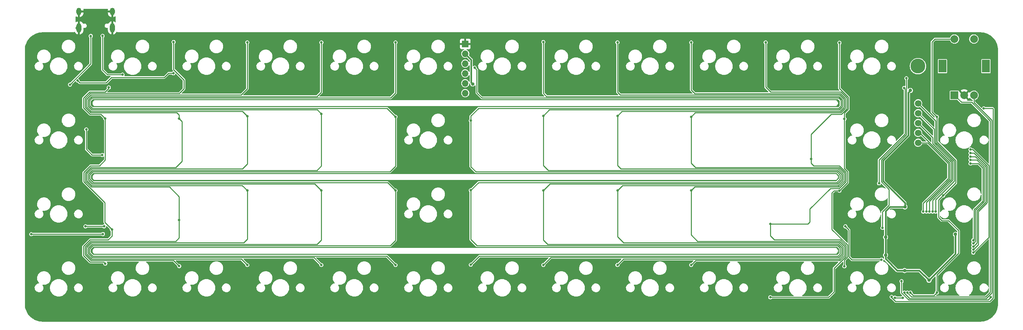
<source format=gtl>
G04 #@! TF.GenerationSoftware,KiCad,Pcbnew,(6.0.1-0)*
G04 #@! TF.CreationDate,2022-04-19T22:54:19-05:00*
G04 #@! TF.ProjectId,pcb,7063622e-6b69-4636-9164-5f7063625858,rev?*
G04 #@! TF.SameCoordinates,Original*
G04 #@! TF.FileFunction,Copper,L1,Top*
G04 #@! TF.FilePolarity,Positive*
%FSLAX46Y46*%
G04 Gerber Fmt 4.6, Leading zero omitted, Abs format (unit mm)*
G04 Created by KiCad (PCBNEW (6.0.1-0)) date 2022-04-19 22:54:19*
%MOMM*%
%LPD*%
G01*
G04 APERTURE LIST*
G04 #@! TA.AperFunction,ComponentPad*
%ADD10R,2.000000X2.000000*%
G04 #@! TD*
G04 #@! TA.AperFunction,ComponentPad*
%ADD11C,2.000000*%
G04 #@! TD*
G04 #@! TA.AperFunction,ComponentPad*
%ADD12R,2.000000X3.200000*%
G04 #@! TD*
G04 #@! TA.AperFunction,ComponentPad*
%ADD13C,3.800000*%
G04 #@! TD*
G04 #@! TA.AperFunction,ComponentPad*
%ADD14O,1.700000X1.700000*%
G04 #@! TD*
G04 #@! TA.AperFunction,ComponentPad*
%ADD15R,1.700000X1.700000*%
G04 #@! TD*
G04 #@! TA.AperFunction,SMDPad,CuDef*
%ADD16O,1.300000X2.400000*%
G04 #@! TD*
G04 #@! TA.AperFunction,ComponentPad*
%ADD17O,1.300000X2.400000*%
G04 #@! TD*
G04 #@! TA.AperFunction,ComponentPad*
%ADD18O,1.300000X1.900000*%
G04 #@! TD*
G04 #@! TA.AperFunction,ComponentPad*
%ADD19C,1.700000*%
G04 #@! TD*
G04 #@! TA.AperFunction,ViaPad*
%ADD20C,0.650000*%
G04 #@! TD*
G04 #@! TA.AperFunction,ViaPad*
%ADD21C,0.900000*%
G04 #@! TD*
G04 #@! TA.AperFunction,Conductor*
%ADD22C,0.250000*%
G04 #@! TD*
G04 #@! TA.AperFunction,Conductor*
%ADD23C,0.400000*%
G04 #@! TD*
G04 APERTURE END LIST*
D10*
X317752725Y-60693950D03*
D11*
X322752725Y-60693950D03*
X320252725Y-60693950D03*
D12*
X314652725Y-53193950D03*
X325852725Y-53193950D03*
D11*
X322752725Y-46193950D03*
X317752725Y-46193950D03*
D13*
X308346661Y-53193950D03*
D14*
X191665313Y-60143950D03*
X191665313Y-49983950D03*
X191665313Y-55063950D03*
X191665313Y-57603950D03*
X191665313Y-52523950D03*
D15*
X191665313Y-47443950D03*
D16*
X92115217Y-43316450D03*
D17*
X100715217Y-43316450D03*
D18*
X100715217Y-39116450D03*
X92115217Y-39116450D03*
D17*
X92115217Y-43316450D03*
D19*
X308390225Y-67843950D03*
X308390225Y-70383950D03*
X308390225Y-72923950D03*
X308390225Y-65303950D03*
X308390225Y-62763950D03*
D20*
X280790225Y-77134930D03*
X116449994Y-55034181D03*
X91735725Y-56893950D03*
X98590225Y-94493950D03*
X93790225Y-94493950D03*
D21*
X299990225Y-97293950D03*
X193590225Y-57793950D03*
X306390225Y-59443950D03*
X317990225Y-96543950D03*
X304990225Y-89493950D03*
X299990225Y-101893950D03*
X304890225Y-105893950D03*
X311190225Y-108393950D03*
D20*
X305352525Y-56306250D03*
X299190225Y-94893950D03*
X93990225Y-69493950D03*
X325290225Y-64093950D03*
X301540225Y-112693950D03*
X98090225Y-76093950D03*
X289640225Y-94493950D03*
X304090225Y-108643950D03*
X327090225Y-112793950D03*
X298940225Y-103093950D03*
X98275725Y-96493950D03*
X79805225Y-96508950D03*
X100590225Y-95293950D03*
X98890225Y-66693950D03*
X99790225Y-58693950D03*
X98890225Y-104093950D03*
X117940225Y-104743950D03*
X117905225Y-66741650D03*
X117940225Y-92843950D03*
X116490625Y-46956250D03*
X135490625Y-47056250D03*
X135490625Y-85256250D03*
X135490625Y-104456250D03*
X135490625Y-66094350D03*
X154590625Y-104456250D03*
X154590625Y-47056250D03*
X154590625Y-85256250D03*
X154590625Y-65493550D03*
X173690625Y-66244350D03*
X173690625Y-85256250D03*
X173690625Y-104456250D03*
X173690625Y-47056250D03*
X322590225Y-98093950D03*
X193099994Y-67203719D03*
X193090225Y-85193950D03*
X194090225Y-53593950D03*
X321890225Y-78293950D03*
X193090225Y-104393950D03*
X211790625Y-104456250D03*
X211790625Y-85256250D03*
X211790625Y-65994350D03*
X211790625Y-46956250D03*
X321890225Y-77393950D03*
X322590225Y-98893950D03*
X230890625Y-85256250D03*
X230890625Y-47056250D03*
X322590225Y-99693950D03*
X230890625Y-65994350D03*
X230890625Y-104456250D03*
X321890225Y-76493950D03*
X321890225Y-75593950D03*
X249890625Y-104456250D03*
X249890625Y-47056250D03*
X249890625Y-85256250D03*
X249890625Y-66243550D03*
X322590225Y-100493950D03*
X321890225Y-74693950D03*
X269090625Y-47056250D03*
X322590225Y-101273453D03*
X270290225Y-112793950D03*
X270290225Y-93893950D03*
X289390225Y-104793950D03*
X288094615Y-85286581D03*
X288090625Y-47156250D03*
X289390225Y-66793950D03*
X304440225Y-112893950D03*
X302390225Y-112893950D03*
X103340225Y-55393950D03*
X98190225Y-45393950D03*
X95146515Y-45410167D03*
X89790225Y-57943950D03*
X304790225Y-58793950D03*
X298290225Y-83393950D03*
X313190225Y-66243950D03*
X314840225Y-86543950D03*
X306410725Y-111593950D03*
X313190225Y-111593950D03*
X293990225Y-100793950D03*
X305631222Y-111593950D03*
X304851719Y-111593950D03*
X309710722Y-90693950D03*
X310490225Y-90693950D03*
X311290225Y-90693950D03*
X312090225Y-90693950D03*
X312890225Y-90693950D03*
D22*
X280790225Y-73893950D02*
X280790225Y-76493950D01*
X280790225Y-76493950D02*
X280790225Y-78193950D01*
X280790225Y-78193950D02*
X281507023Y-78910748D01*
X281507023Y-78910748D02*
X288119033Y-78910748D01*
X288119033Y-78910748D02*
X289808305Y-80600020D01*
X285990225Y-65577184D02*
X280790225Y-70777184D01*
X288553879Y-65577184D02*
X285990225Y-65577184D01*
X280790225Y-70777184D02*
X280790225Y-73893950D01*
X91735725Y-56893950D02*
X92335725Y-57493950D01*
X114090225Y-56093950D02*
X115149994Y-55034181D01*
X115149994Y-55034181D02*
X116449994Y-55034181D01*
X92335725Y-57493950D02*
X99090225Y-57493950D01*
X99090225Y-57493950D02*
X100490225Y-56093950D01*
X100490225Y-56093950D02*
X114090225Y-56093950D01*
X98590225Y-94493950D02*
X93790225Y-94493950D01*
D23*
X317990225Y-101593950D02*
X311190225Y-108393950D01*
X299990225Y-90593950D02*
X299990225Y-97293950D01*
X193190225Y-57393950D02*
X193190225Y-51508862D01*
X299990225Y-97293950D02*
X299990225Y-101893950D01*
X299990225Y-101893950D02*
X299990225Y-102893950D01*
X305844745Y-71018940D02*
X299344745Y-77518940D01*
X301090225Y-89493950D02*
X299990225Y-90593950D01*
X304890225Y-105893950D02*
X308690225Y-105893950D01*
X304990225Y-88451162D02*
X304990225Y-89493950D01*
X299344745Y-77518940D02*
X299344745Y-82805682D01*
X193590225Y-57793950D02*
X193190225Y-57393950D01*
X299344745Y-82805682D02*
X304990225Y-88451162D01*
X299990225Y-102893950D02*
X302990225Y-105893950D01*
X301090225Y-89493950D02*
X304990225Y-89493950D01*
X305844745Y-59989430D02*
X305844745Y-71018940D01*
X308690225Y-105893950D02*
X311190225Y-108393950D01*
X317990225Y-96543950D02*
X317990225Y-101593950D01*
X193190225Y-51508862D02*
X191665313Y-49983950D01*
X306390225Y-59443950D02*
X305844745Y-59989430D01*
X302990225Y-105893950D02*
X304890225Y-105893950D01*
D22*
X298890225Y-82993950D02*
X300894745Y-84998470D01*
X298890225Y-77330672D02*
X298890225Y-82993950D01*
X300894745Y-84998470D02*
X300894745Y-89039430D01*
X305390225Y-56343950D02*
X305390225Y-70830672D01*
X299190225Y-90743950D02*
X299190225Y-94893950D01*
X305390225Y-70830672D02*
X298890225Y-77330672D01*
X305352525Y-56306250D02*
X305390225Y-56343950D01*
X300894745Y-89039430D02*
X299190225Y-90743950D01*
X301540225Y-112693950D02*
X301540225Y-112863503D01*
X98090225Y-76093950D02*
X95490225Y-76093950D01*
X302529712Y-113852990D02*
X326850738Y-113852990D01*
X327720866Y-64224591D02*
X327590225Y-64093950D01*
X326850738Y-113852990D02*
X327720866Y-112982862D01*
X301540225Y-112863503D02*
X302529712Y-113852990D01*
X327590225Y-64093950D02*
X325290225Y-64093950D01*
X93990225Y-74593950D02*
X93990225Y-69493950D01*
X327720866Y-112982862D02*
X327720866Y-64224591D01*
X95490225Y-76093950D02*
X93990225Y-74593950D01*
X326369745Y-113473470D02*
X326410705Y-113473470D01*
X305911686Y-113473470D02*
X326369745Y-113473470D01*
X304090225Y-111652009D02*
X305911686Y-113473470D01*
X289640225Y-94493950D02*
X290569745Y-95423470D01*
X290569745Y-95423470D02*
X290569745Y-102373470D01*
X291290225Y-103093950D02*
X298940225Y-103093950D01*
X326410705Y-113473470D02*
X327090225Y-112793950D01*
X290569745Y-102373470D02*
X291290225Y-103093950D01*
X304090225Y-108643950D02*
X304090225Y-111652009D01*
X79820225Y-96493950D02*
X79805225Y-96508950D01*
X98275725Y-96493950D02*
X79820225Y-96493950D01*
X93372145Y-80565142D02*
X93372145Y-82986036D01*
X94902377Y-59834910D02*
X98849265Y-59834910D01*
X97373427Y-78910748D02*
X95026539Y-78910748D01*
X98890225Y-66693950D02*
X98890225Y-77393950D01*
X98790225Y-93493950D02*
X100590225Y-95293950D01*
X97773459Y-65577184D02*
X94926571Y-65577184D01*
X98849265Y-59834910D02*
X99790225Y-58893950D01*
X99790225Y-58893950D02*
X99790225Y-58693950D01*
X98890225Y-77393950D02*
X97373427Y-78910748D01*
X98473491Y-103677216D02*
X98890225Y-104093950D01*
X94973491Y-103677216D02*
X98473491Y-103677216D01*
X93272145Y-63922758D02*
X93272145Y-61465142D01*
X98790225Y-88404116D02*
X98790225Y-93493950D01*
X93272145Y-99665142D02*
X93272145Y-101975870D01*
X98890225Y-66693950D02*
X97773459Y-65577184D01*
X93272145Y-101975870D02*
X94973491Y-103677216D01*
X93272145Y-61465142D02*
X94902377Y-59834910D01*
X100590225Y-96993950D02*
X99623411Y-97960764D01*
X94926571Y-65577184D02*
X93272145Y-63922758D01*
X99623411Y-97960764D02*
X94976523Y-97960764D01*
X95026539Y-78910748D02*
X93372145Y-80565142D01*
X94976523Y-97960764D02*
X93272145Y-99665142D01*
X93372145Y-82986036D02*
X98790225Y-88404116D01*
X100590225Y-95293950D02*
X100590225Y-96993950D01*
X117905225Y-65808950D02*
X117293939Y-65197664D01*
X117969745Y-60214430D02*
X95059579Y-60214430D01*
X117043891Y-98340284D02*
X95133725Y-98340284D01*
X116490625Y-54056250D02*
X119190625Y-56756250D01*
X115428785Y-84332510D02*
X117940225Y-86843950D01*
X93751665Y-82828834D02*
X95255341Y-84332510D01*
X95133725Y-98340284D02*
X93651665Y-99822344D01*
X95255341Y-84332510D02*
X115428785Y-84332510D01*
X119190625Y-56756250D02*
X119190625Y-58993550D01*
X93651665Y-61622344D02*
X93651665Y-63765556D01*
X93651665Y-101765556D02*
X95183805Y-103297696D01*
X117905225Y-66741650D02*
X117905225Y-65808950D01*
X93651665Y-99822344D02*
X93651665Y-101765556D01*
X117940225Y-97443950D02*
X117043891Y-98340284D01*
X95183805Y-103297696D02*
X116493971Y-103297696D01*
X117940225Y-92843950D02*
X117940225Y-97443950D01*
X95183741Y-79290268D02*
X93751665Y-80722344D01*
X119190625Y-58993550D02*
X117969745Y-60214430D01*
X117940225Y-86843950D02*
X117940225Y-92843950D01*
X95059579Y-60214430D02*
X93651665Y-61622344D01*
X93751665Y-80722344D02*
X93751665Y-82828834D01*
X118660704Y-67923471D02*
X118660704Y-67497129D01*
X118660704Y-67923471D02*
X118660704Y-77723471D01*
X118660704Y-67497129D02*
X117905225Y-66741650D01*
X95083773Y-65197664D02*
X117293939Y-65197664D01*
X116490625Y-46956250D02*
X116490625Y-54056250D01*
X93651665Y-63765556D02*
X95083773Y-65197664D01*
X116493971Y-103297696D02*
X117940225Y-104743950D01*
X117093907Y-79290268D02*
X95183741Y-79290268D01*
X118660704Y-77723471D02*
X117093907Y-79290268D01*
X94031185Y-99979546D02*
X94031185Y-101608354D01*
X133890225Y-60593950D02*
X95216781Y-60593950D01*
X135490625Y-78393550D02*
X134214387Y-79669788D01*
X135490625Y-66094350D02*
X135490625Y-78393550D01*
X135490625Y-47056250D02*
X135490625Y-58993550D01*
X134187365Y-83952990D02*
X135490625Y-85256250D01*
X94031185Y-63608354D02*
X95240975Y-64818144D01*
X94131185Y-82671632D02*
X95412543Y-83952990D01*
X94131185Y-80879546D02*
X94131185Y-82671632D01*
X95240975Y-64818144D02*
X134214419Y-64818144D01*
X134214387Y-79669788D02*
X95340943Y-79669788D01*
X135490625Y-85256250D02*
X135490625Y-97793550D01*
X94031185Y-61779546D02*
X94031185Y-63608354D01*
X133952551Y-102918176D02*
X135490625Y-104456250D01*
X135490625Y-58993550D02*
X133890225Y-60593950D01*
X95340943Y-79669788D02*
X94131185Y-80879546D01*
X95216781Y-60593950D02*
X94031185Y-61779546D01*
X95341007Y-102918176D02*
X133952551Y-102918176D01*
X95290927Y-98719804D02*
X94031185Y-99979546D01*
X94031185Y-101608354D02*
X95341007Y-102918176D01*
X95412543Y-83952990D02*
X134187365Y-83952990D01*
X134214419Y-64818144D02*
X135490625Y-66094350D01*
X135490625Y-97793550D02*
X134564371Y-98719804D01*
X134564371Y-98719804D02*
X95290927Y-98719804D01*
X94410705Y-61936748D02*
X94410705Y-63451152D01*
X94410705Y-100136748D02*
X94410705Y-101451152D01*
X95348161Y-60999292D02*
X94410705Y-61936748D01*
X95498209Y-102538656D02*
X152673031Y-102538656D01*
X153484851Y-99099324D02*
X95448129Y-99099324D01*
X154590625Y-78893550D02*
X153434867Y-80049308D01*
X95448129Y-99099324D02*
X94410705Y-100136748D01*
X95398177Y-64438624D02*
X153535699Y-64438624D01*
X94510705Y-82514430D02*
X95569745Y-83573470D01*
X94410705Y-101451152D02*
X95498209Y-102538656D01*
X153535699Y-64438624D02*
X154590625Y-65493550D01*
X153434867Y-80049308D02*
X95498145Y-80049308D01*
X94410705Y-63451152D02*
X95398177Y-64438624D01*
X154590625Y-47056250D02*
X154590625Y-59893550D01*
X95498145Y-80049308D02*
X94510705Y-81036748D01*
X154590625Y-97993550D02*
X153484851Y-99099324D01*
X94510705Y-81036748D02*
X94510705Y-82514430D01*
X153484883Y-60999292D02*
X95348161Y-60999292D01*
X154590625Y-65493550D02*
X154590625Y-78893550D01*
X152907845Y-83573470D02*
X154590625Y-85256250D01*
X154590625Y-85256250D02*
X154590625Y-97993550D01*
X154590625Y-59893550D02*
X153484883Y-60999292D01*
X95569745Y-83573470D02*
X152907845Y-83573470D01*
X152673031Y-102538656D02*
X154590625Y-104456250D01*
X171393511Y-102159136D02*
X173690625Y-104456250D01*
X94890225Y-82293950D02*
X95790225Y-83193950D01*
X94790225Y-62093950D02*
X94790225Y-63293950D01*
X172405363Y-61378812D02*
X95505363Y-61378812D01*
X173690625Y-78993550D02*
X172255347Y-80428828D01*
X173690625Y-98093550D02*
X172305331Y-99478844D01*
X95605331Y-99478844D02*
X94790225Y-100293950D01*
X95655411Y-102159136D02*
X171393511Y-102159136D01*
X172255347Y-80428828D02*
X95655347Y-80428828D01*
X95655347Y-80428828D02*
X94890225Y-81193950D01*
X173690625Y-85256250D02*
X173690625Y-98093550D01*
X173690625Y-47056250D02*
X173690625Y-60093550D01*
X94790225Y-101293950D02*
X95655411Y-102159136D01*
X94890225Y-81193950D02*
X94890225Y-82293950D01*
X95790225Y-83193950D02*
X171628325Y-83193950D01*
X95555379Y-64059104D02*
X171505379Y-64059104D01*
X173690625Y-66244350D02*
X173690625Y-78993550D01*
X94790225Y-100293950D02*
X94790225Y-101293950D01*
X173690625Y-60093550D02*
X172405363Y-61378812D01*
X95505363Y-61378812D02*
X94790225Y-62093950D01*
X171628325Y-83193950D02*
X173690625Y-85256250D01*
X172305331Y-99478844D02*
X95605331Y-99478844D01*
X171505379Y-64059104D02*
X173690625Y-66244350D01*
X94790225Y-63293950D02*
X95555379Y-64059104D01*
X195975087Y-61378812D02*
X287875087Y-61378812D01*
X193090225Y-104393950D02*
X195325039Y-102159136D01*
X288290225Y-101593950D02*
X288290225Y-100093950D01*
X194642893Y-60046618D02*
X194990225Y-60393950D01*
X195090225Y-83193950D02*
X193090225Y-85193950D01*
X288490225Y-63493950D02*
X287925071Y-64059104D01*
X193099994Y-67203719D02*
X193099994Y-79103719D01*
X194642893Y-54146618D02*
X194642893Y-60046618D01*
X193099994Y-79103719D02*
X193190225Y-79193950D01*
X288490225Y-61993950D02*
X288490225Y-63493950D01*
X288290225Y-82293950D02*
X287390225Y-83193950D01*
X288290225Y-81228828D02*
X288290225Y-82293950D01*
X287875087Y-61378812D02*
X288490225Y-61993950D01*
X195090225Y-64059104D02*
X193099994Y-66049335D01*
X323890225Y-78293950D02*
X325064226Y-79467951D01*
X287675119Y-99478844D02*
X194675119Y-99478844D01*
X287490225Y-80428828D02*
X288290225Y-81228828D01*
X194675119Y-99478844D02*
X193090225Y-97893950D01*
X287390225Y-83193950D02*
X195090225Y-83193950D01*
X321890225Y-78293950D02*
X323890225Y-78293950D01*
X193099994Y-66049335D02*
X193099994Y-67203719D01*
X194990225Y-60393950D02*
X195975087Y-61378812D01*
X287925071Y-64059104D02*
X195090225Y-64059104D01*
X322790225Y-90193950D02*
X322790225Y-97893950D01*
X193190225Y-79193950D02*
X194425103Y-80428828D01*
X194425103Y-80428828D02*
X287490225Y-80428828D01*
X193090225Y-97893950D02*
X193090225Y-85193950D01*
X288290225Y-100093950D02*
X287675119Y-99478844D01*
X194090225Y-53593950D02*
X194642893Y-54146618D01*
X325064226Y-79467951D02*
X325064226Y-87919949D01*
X195325039Y-102159136D02*
X287725039Y-102159136D01*
X287725039Y-102159136D02*
X288290225Y-101593950D01*
X322790225Y-97893950D02*
X322590225Y-98093950D01*
X325064226Y-87919949D02*
X322790225Y-90193950D01*
X193090225Y-79093950D02*
X193190225Y-79193950D01*
X288869745Y-63651152D02*
X288082273Y-64438624D01*
X288669745Y-81071626D02*
X288669745Y-82451152D01*
X287882241Y-102538656D02*
X213708219Y-102538656D01*
X323169745Y-90351152D02*
X323169745Y-98333983D01*
X287647427Y-80049308D02*
X288669745Y-81071626D01*
X325443746Y-79310749D02*
X325443746Y-88077151D01*
X212595567Y-60999292D02*
X288032289Y-60999292D01*
X288869745Y-61836748D02*
X288869745Y-63651152D01*
X213473405Y-83573470D02*
X211790625Y-85256250D01*
X321890225Y-77393950D02*
X323526947Y-77393950D01*
X287832321Y-99099324D02*
X288669745Y-99936748D01*
X211790625Y-85256250D02*
X211790625Y-97994350D01*
X325443746Y-88077151D02*
X323169745Y-90351152D01*
X211790625Y-46956250D02*
X211790625Y-60194350D01*
X213708219Y-102538656D02*
X211790625Y-104456250D01*
X322609778Y-98893950D02*
X322590225Y-98893950D01*
X323526947Y-77393950D02*
X325443746Y-79310749D01*
X287547427Y-83573470D02*
X213473405Y-83573470D01*
X288669745Y-82451152D02*
X287547427Y-83573470D01*
X288082273Y-64438624D02*
X213346351Y-64438624D01*
X213045583Y-80049308D02*
X287647427Y-80049308D01*
X211790625Y-78794350D02*
X213045583Y-80049308D01*
X211790625Y-60194350D02*
X212595567Y-60999292D01*
X213346351Y-64438624D02*
X211790625Y-65994350D01*
X323169745Y-98333983D02*
X322609778Y-98893950D01*
X212895599Y-99099324D02*
X287832321Y-99099324D01*
X288032289Y-60999292D02*
X288869745Y-61836748D01*
X288669745Y-99936748D02*
X288669745Y-101751152D01*
X211790625Y-65994350D02*
X211790625Y-78794350D01*
X211790625Y-97994350D02*
X212895599Y-99099324D01*
X288669745Y-101751152D02*
X287882241Y-102538656D01*
X289049265Y-80914424D02*
X289049265Y-82608354D01*
X289049265Y-82608354D02*
X287704629Y-83952990D01*
X232193885Y-83952990D02*
X230890625Y-85256250D01*
X289249265Y-63808354D02*
X288239475Y-64818144D01*
X321890225Y-76493950D02*
X323163669Y-76493950D01*
X325823266Y-79153547D02*
X325823266Y-88234353D01*
X289049265Y-99779546D02*
X289049265Y-101908354D01*
X230890625Y-97194350D02*
X232416079Y-98719804D01*
X230890625Y-47056250D02*
X230890625Y-59894350D01*
X230890625Y-85256250D02*
X230890625Y-97194350D01*
X231766863Y-79669788D02*
X287804629Y-79669788D01*
X323163669Y-76493950D02*
X325823266Y-79153547D01*
X289249265Y-61679546D02*
X289249265Y-63808354D01*
X287989523Y-98719804D02*
X289049265Y-99779546D01*
X287804629Y-79669788D02*
X289049265Y-80914424D01*
X231616047Y-60619772D02*
X288189491Y-60619772D01*
X230890625Y-59894350D02*
X231616047Y-60619772D01*
X230890625Y-78793550D02*
X231766863Y-79669788D01*
X289049265Y-101908354D02*
X288039443Y-102918176D01*
X323549265Y-98754463D02*
X322609778Y-99693950D01*
X232428699Y-102918176D02*
X230890625Y-104456250D01*
X232066831Y-64818144D02*
X230890625Y-65994350D01*
X325823266Y-88234353D02*
X323549265Y-90508354D01*
X287704629Y-83952990D02*
X232193885Y-83952990D01*
X230890625Y-65994350D02*
X230890625Y-78793550D01*
X323549265Y-90508354D02*
X323549265Y-98754463D01*
X288239475Y-64818144D02*
X232066831Y-64818144D01*
X288189491Y-60619772D02*
X289249265Y-61679546D01*
X232416079Y-98719804D02*
X287989523Y-98719804D01*
X322609778Y-99693950D02*
X322590225Y-99693950D01*
X288039443Y-102918176D02*
X232428699Y-102918176D01*
X326202786Y-78996345D02*
X326202786Y-79293950D01*
X287861831Y-84332510D02*
X250814365Y-84332510D01*
X289428785Y-99622344D02*
X289428785Y-102065556D01*
X288146725Y-98340284D02*
X289428785Y-99622344D01*
X250814365Y-84332510D02*
X249890625Y-85256250D01*
X326202786Y-79293950D02*
X326202786Y-88381389D01*
X321890225Y-75593950D02*
X322800391Y-75593950D01*
X287961831Y-79290268D02*
X289428785Y-80757222D01*
X249890625Y-85256250D02*
X249890625Y-96694350D01*
X322609778Y-100493950D02*
X322590225Y-100493950D01*
X249890625Y-66243550D02*
X249890625Y-78194350D01*
X289428785Y-102065556D02*
X288196645Y-103297696D01*
X289428785Y-82765556D02*
X287861831Y-84332510D01*
X251536559Y-98340284D02*
X288146725Y-98340284D01*
X249890625Y-47056250D02*
X249890625Y-59294350D01*
X251049179Y-103297696D02*
X249890625Y-104456250D01*
X289428785Y-80757222D02*
X289428785Y-82765556D01*
X249890625Y-59294350D02*
X250836527Y-60240252D01*
X250986543Y-79290268D02*
X287961831Y-79290268D01*
X323928785Y-90665556D02*
X323928785Y-99174943D01*
X322800391Y-75593950D02*
X326128785Y-78922344D01*
X288196645Y-103297696D02*
X251049179Y-103297696D01*
X326128785Y-78922344D02*
X326202786Y-78996345D01*
X249890625Y-78194350D02*
X250986543Y-79290268D01*
X250836527Y-60240252D02*
X288346693Y-60240252D01*
X249890625Y-96694350D02*
X251536559Y-98340284D01*
X288396677Y-65197664D02*
X250936511Y-65197664D01*
X289628785Y-61522344D02*
X289628785Y-63965556D01*
X250936511Y-65197664D02*
X249890625Y-66243550D01*
X323928785Y-99174943D02*
X322609778Y-100493950D01*
X326128785Y-88465556D02*
X323928785Y-90665556D01*
X326202786Y-88381389D02*
X326190225Y-88393950D01*
X288346693Y-60240252D02*
X289628785Y-61522344D01*
X289628785Y-63965556D02*
X288396677Y-65197664D01*
X286690225Y-105340838D02*
X289808305Y-102222758D01*
X288019033Y-84712030D02*
X285772145Y-84712030D01*
X280490225Y-89993950D02*
X280490225Y-93393950D01*
X285772145Y-84712030D02*
X280490225Y-89993950D01*
X271357039Y-97960764D02*
X270290225Y-96893950D01*
X288303927Y-97960764D02*
X271357039Y-97960764D01*
X290008305Y-61365142D02*
X290008305Y-64122758D01*
X289808305Y-82922758D02*
X288019033Y-84712030D01*
X322437113Y-74693950D02*
X321890225Y-74693950D01*
X322590225Y-101273453D02*
X322630275Y-101273453D01*
X285290225Y-112793950D02*
X286690225Y-111393950D01*
X289808305Y-99465142D02*
X288303927Y-97960764D01*
X289808305Y-102222758D02*
X289808305Y-99465142D01*
X290008305Y-64122758D02*
X288553879Y-65577184D01*
X289808305Y-80600020D02*
X289808305Y-82922758D01*
X269090625Y-58594350D02*
X270357007Y-59860732D01*
X326582306Y-78839143D02*
X322437113Y-74693950D01*
X288503895Y-59860732D02*
X290008305Y-61365142D01*
X270357007Y-59860732D02*
X270390225Y-59860732D01*
X280490225Y-93393950D02*
X279990225Y-93893950D01*
X270390225Y-59860732D02*
X288503895Y-59860732D01*
X269090625Y-47056250D02*
X269090625Y-58594350D01*
X326582306Y-97321422D02*
X326582306Y-78839143D01*
X286690225Y-111393950D02*
X286690225Y-105340838D01*
X270290225Y-96893950D02*
X270290225Y-93893950D01*
X322630275Y-101273453D02*
X326582306Y-97321422D01*
X279990225Y-93893950D02*
X270290225Y-93893950D01*
X270290225Y-112793950D02*
X285290225Y-112793950D01*
X289390225Y-103177560D02*
X290190225Y-102377560D01*
X290190225Y-83190971D02*
X288094615Y-85286581D01*
X290387825Y-64279960D02*
X290387825Y-61207940D01*
X290387825Y-61207940D02*
X288090625Y-58910740D01*
X289390225Y-66793950D02*
X289390225Y-65277560D01*
X286697594Y-85286581D02*
X288094615Y-85286581D01*
X289390225Y-65277560D02*
X290387825Y-64279960D01*
X290190225Y-99310340D02*
X286169745Y-95289860D01*
X290190225Y-102377560D02*
X290190225Y-99310340D01*
X289390225Y-79645218D02*
X289414591Y-79669584D01*
X288090625Y-58910740D02*
X288090625Y-47156250D01*
X304440225Y-112893950D02*
X302390225Y-112893950D01*
X289390225Y-66793950D02*
X289390225Y-79645218D01*
X286169745Y-85814430D02*
X286697594Y-85286581D01*
X290190225Y-80445218D02*
X289414591Y-79669584D01*
X290190225Y-83190971D02*
X290190225Y-80445218D01*
X289390225Y-104793950D02*
X289390225Y-103177560D01*
X286169745Y-95289860D02*
X286169745Y-85814430D01*
X98190225Y-45393950D02*
X98190225Y-54143950D01*
X99440225Y-55393950D02*
X103340225Y-55393950D01*
X98190225Y-54143950D02*
X99440225Y-55393950D01*
X95146515Y-52587660D02*
X95146515Y-45410167D01*
X89790225Y-57943950D02*
X95146515Y-52587660D01*
X305010705Y-59014430D02*
X304790225Y-58793950D01*
X298290225Y-77393950D02*
X305010705Y-70673470D01*
X298290225Y-83393950D02*
X298290225Y-77393950D01*
X305010705Y-70673470D02*
X305010705Y-59014430D01*
X313190225Y-111593950D02*
X313190225Y-107036738D01*
X313269745Y-66323470D02*
X313190225Y-66243950D01*
X318790225Y-101436738D02*
X318790225Y-100693950D01*
X311940225Y-46959775D02*
X312706050Y-46193950D01*
X318790225Y-95593950D02*
X316190225Y-92993950D01*
X318087825Y-77507940D02*
X313269745Y-72689860D01*
X314840225Y-86543950D02*
X318087825Y-83296350D01*
X312451044Y-112333131D02*
X313190225Y-111593950D01*
X313669728Y-92173453D02*
X313669728Y-87714447D01*
X318087825Y-83296350D02*
X318087825Y-77507940D01*
X313190225Y-107036738D02*
X318790225Y-101436738D01*
X313269745Y-72689860D02*
X313269745Y-66323470D01*
X314490225Y-92993950D02*
X313669728Y-92173453D01*
X313669728Y-87714447D02*
X314840225Y-86543950D01*
X307149906Y-112333131D02*
X312451044Y-112333131D01*
X317752725Y-46193950D02*
X312706050Y-46193950D01*
X313190225Y-66243950D02*
X311940225Y-64993950D01*
X311940225Y-64993950D02*
X311940225Y-46959775D01*
X318790225Y-100693950D02*
X318790225Y-95593950D01*
X316190225Y-92993950D02*
X314490225Y-92993950D01*
X306410725Y-111593950D02*
X307149906Y-112333131D01*
X317752725Y-60693950D02*
X319552725Y-62493950D01*
X305631222Y-111634000D02*
X305631222Y-111593950D01*
X319552725Y-62493950D02*
X322190225Y-62493950D01*
X326961826Y-67265551D02*
X326961826Y-111522349D01*
X325771524Y-112712651D02*
X306709873Y-112712651D01*
X306709873Y-112712651D02*
X305631222Y-111634000D01*
X326961826Y-111522349D02*
X325771524Y-112712651D01*
X322190225Y-62493950D02*
X326961826Y-67265551D01*
X327341346Y-111679551D02*
X325926947Y-113093950D01*
X327341346Y-67108349D02*
X327341346Y-111679551D01*
X325926947Y-113093950D02*
X306190225Y-113093950D01*
X306190225Y-113093950D02*
X304851719Y-111755444D01*
X304851719Y-111755444D02*
X304851719Y-111593950D01*
X322752725Y-62519728D02*
X327341346Y-67108349D01*
X322752725Y-60693950D02*
X322752725Y-62519728D01*
X316190225Y-78293950D02*
X310820225Y-72923950D01*
X309710722Y-88563287D02*
X316190225Y-82083784D01*
X309710722Y-90693950D02*
X309710722Y-88563287D01*
X310820225Y-72923950D02*
X308390225Y-72923950D01*
X316190225Y-82083784D02*
X316190225Y-78293950D01*
X316569745Y-78136748D02*
X308816947Y-70383950D01*
X316569745Y-82240986D02*
X316569745Y-78136748D01*
X308816947Y-70383950D02*
X308390225Y-70383950D01*
X310490225Y-90693950D02*
X310490225Y-88320506D01*
X310490225Y-88320506D02*
X316569745Y-82240986D01*
X316949265Y-77979546D02*
X312131185Y-73161466D01*
X311290225Y-90693950D02*
X311290225Y-88057228D01*
X312131185Y-71584910D02*
X308390225Y-67843950D01*
X311290225Y-88057228D02*
X316949265Y-82398188D01*
X316949265Y-82398188D02*
X316949265Y-77979546D01*
X312131185Y-73161466D02*
X312131185Y-71584910D01*
X312510705Y-73004264D02*
X312510705Y-69424430D01*
X317328785Y-77822344D02*
X312510705Y-73004264D01*
X312510705Y-69424430D02*
X308390225Y-65303950D01*
X312090225Y-87793950D02*
X317328785Y-82555390D01*
X312090225Y-90693950D02*
X312090225Y-87793950D01*
X317328785Y-82555390D02*
X317328785Y-77822344D01*
X312890225Y-87593950D02*
X312890225Y-90693950D01*
X317708305Y-82775870D02*
X312890225Y-87593950D01*
X312890225Y-72847062D02*
X317708305Y-77665142D01*
X312890225Y-67263950D02*
X312890225Y-72847062D01*
X317708305Y-77665142D02*
X317708305Y-82775870D01*
X308390225Y-62763950D02*
X312890225Y-67263950D01*
G04 #@! TA.AperFunction,Conductor*
G36*
X99494815Y-38410135D02*
G01*
X99552917Y-38429314D01*
X99588649Y-38478982D01*
X99588899Y-38538493D01*
X99579015Y-38570322D01*
X99577135Y-38579168D01*
X99557559Y-38744574D01*
X99557217Y-38750370D01*
X99557217Y-38846770D01*
X99561339Y-38859455D01*
X99565460Y-38862450D01*
X100870217Y-38862450D01*
X100928408Y-38881357D01*
X100964372Y-38930857D01*
X100969217Y-38961450D01*
X100969217Y-40532179D01*
X100973339Y-40544864D01*
X100973943Y-40545303D01*
X100981091Y-40545819D01*
X101011741Y-40540552D01*
X101020468Y-40538214D01*
X101211626Y-40467692D01*
X101219788Y-40463799D01*
X101394881Y-40359629D01*
X101402206Y-40354308D01*
X101408776Y-40348546D01*
X101464993Y-40324394D01*
X101524670Y-40337899D01*
X101565011Y-40383901D01*
X101573050Y-40422979D01*
X101573050Y-41758847D01*
X101554143Y-41817038D01*
X101504643Y-41853002D01*
X101443457Y-41853002D01*
X101421222Y-41842574D01*
X101247027Y-41732665D01*
X101238974Y-41728562D01*
X101049728Y-41653061D01*
X101041070Y-41650496D01*
X100984596Y-41639262D01*
X100971351Y-41640830D01*
X100971316Y-41640862D01*
X100969217Y-41648906D01*
X100969217Y-44982179D01*
X100973339Y-44994864D01*
X100973943Y-44995303D01*
X100981091Y-44995819D01*
X101011741Y-44990552D01*
X101020468Y-44988214D01*
X101211626Y-44917692D01*
X101219788Y-44913799D01*
X101394881Y-44809629D01*
X101402206Y-44804308D01*
X101555385Y-44669974D01*
X101561611Y-44663413D01*
X101687746Y-44503411D01*
X101692671Y-44495828D01*
X101765675Y-44357071D01*
X101809503Y-44314376D01*
X101870055Y-44305597D01*
X101916095Y-44326641D01*
X101924374Y-44333435D01*
X101928662Y-44335727D01*
X101972368Y-44359088D01*
X102062538Y-44407285D01*
X102067192Y-44408697D01*
X102067195Y-44408698D01*
X102207798Y-44451350D01*
X102207802Y-44451351D01*
X102212454Y-44452762D01*
X102217297Y-44453239D01*
X102351013Y-44466409D01*
X102360153Y-44467912D01*
X102362185Y-44468146D01*
X102367647Y-44469412D01*
X102368363Y-44469413D01*
X102374943Y-44467912D01*
X102380042Y-44466749D01*
X102402059Y-44464270D01*
X212963238Y-44464263D01*
X324386152Y-44464255D01*
X324408339Y-44466773D01*
X324419754Y-44469398D01*
X324430628Y-44466938D01*
X324437635Y-44466950D01*
X324452103Y-44465652D01*
X324471662Y-44466506D01*
X324813444Y-44481429D01*
X324822048Y-44482182D01*
X325208099Y-44533006D01*
X325216605Y-44534506D01*
X325596753Y-44618783D01*
X325605095Y-44621018D01*
X325976462Y-44738110D01*
X325984577Y-44741064D01*
X326344314Y-44890071D01*
X326352142Y-44893721D01*
X326398190Y-44917692D01*
X326697534Y-45073521D01*
X326704995Y-45077828D01*
X327033429Y-45287064D01*
X327040481Y-45292002D01*
X327349409Y-45529050D01*
X327356009Y-45534589D01*
X327643111Y-45797668D01*
X327649203Y-45803760D01*
X327912282Y-46090862D01*
X327917821Y-46097462D01*
X328154869Y-46406390D01*
X328159807Y-46413442D01*
X328369043Y-46741876D01*
X328373350Y-46749337D01*
X328490297Y-46973989D01*
X328553150Y-47094729D01*
X328556800Y-47102557D01*
X328705807Y-47462294D01*
X328708761Y-47470409D01*
X328825853Y-47841776D01*
X328828088Y-47850118D01*
X328912365Y-48230266D01*
X328913865Y-48238772D01*
X328964689Y-48624823D01*
X328965442Y-48633427D01*
X328981196Y-48994247D01*
X328979986Y-49007486D01*
X328979972Y-49015535D01*
X328977473Y-49026401D01*
X328979933Y-49037273D01*
X328979933Y-49037275D01*
X328980175Y-49038342D01*
X328982616Y-49060191D01*
X328982616Y-114477229D01*
X328980098Y-114499416D01*
X328977473Y-114510831D01*
X328979933Y-114521705D01*
X328979921Y-114528712D01*
X328981219Y-114543180D01*
X328965442Y-114904521D01*
X328964689Y-114913125D01*
X328913865Y-115299176D01*
X328912365Y-115307682D01*
X328828088Y-115687830D01*
X328825853Y-115696172D01*
X328708761Y-116067539D01*
X328705807Y-116075654D01*
X328556800Y-116435391D01*
X328553150Y-116443219D01*
X328373350Y-116788611D01*
X328369043Y-116796072D01*
X328159807Y-117124506D01*
X328154869Y-117131558D01*
X327917821Y-117440486D01*
X327912282Y-117447086D01*
X327649203Y-117734188D01*
X327643111Y-117740280D01*
X327356009Y-118003359D01*
X327349409Y-118008898D01*
X327040481Y-118245946D01*
X327033429Y-118250884D01*
X326704995Y-118460120D01*
X326697534Y-118464427D01*
X326475315Y-118580107D01*
X326352142Y-118644227D01*
X326344314Y-118647877D01*
X325984577Y-118796884D01*
X325976462Y-118799838D01*
X325605095Y-118916930D01*
X325596753Y-118919165D01*
X325216605Y-119003442D01*
X325208099Y-119004942D01*
X324822048Y-119055766D01*
X324813444Y-119056519D01*
X324452624Y-119072273D01*
X324439385Y-119071063D01*
X324431336Y-119071049D01*
X324420470Y-119068550D01*
X324409598Y-119071010D01*
X324409596Y-119071010D01*
X324408529Y-119071252D01*
X324386680Y-119073693D01*
X82756994Y-119073693D01*
X82734807Y-119071175D01*
X82723392Y-119068550D01*
X82712518Y-119071010D01*
X82705511Y-119070998D01*
X82691043Y-119072296D01*
X82665369Y-119071175D01*
X82329702Y-119056519D01*
X82321098Y-119055766D01*
X81935047Y-119004942D01*
X81926541Y-119003442D01*
X81546393Y-118919165D01*
X81538051Y-118916930D01*
X81166684Y-118799838D01*
X81158569Y-118796884D01*
X80798832Y-118647877D01*
X80791004Y-118644227D01*
X80667831Y-118580107D01*
X80445612Y-118464427D01*
X80438151Y-118460120D01*
X80109717Y-118250884D01*
X80102665Y-118245946D01*
X79793737Y-118008898D01*
X79787137Y-118003359D01*
X79500035Y-117740280D01*
X79493943Y-117734188D01*
X79230864Y-117447086D01*
X79225325Y-117440486D01*
X78988277Y-117131558D01*
X78983339Y-117124506D01*
X78774103Y-116796072D01*
X78769796Y-116788611D01*
X78589996Y-116443219D01*
X78586346Y-116435391D01*
X78437339Y-116075654D01*
X78434385Y-116067539D01*
X78317293Y-115696172D01*
X78315058Y-115687830D01*
X78230781Y-115307682D01*
X78229281Y-115299176D01*
X78178457Y-114913125D01*
X78177704Y-114904522D01*
X78161961Y-114543965D01*
X78163900Y-114522958D01*
X78163764Y-114522942D01*
X78164406Y-114517367D01*
X78165672Y-114511905D01*
X78165673Y-114511189D01*
X78163009Y-114499510D01*
X78160530Y-114477493D01*
X78160530Y-110288719D01*
X80680955Y-110288719D01*
X80690884Y-110503256D01*
X80703609Y-110556056D01*
X80736267Y-110691562D01*
X80741203Y-110712044D01*
X80830094Y-110907550D01*
X80954351Y-111082720D01*
X81109490Y-111231234D01*
X81289914Y-111347732D01*
X81294275Y-111349490D01*
X81294276Y-111349490D01*
X81484749Y-111426253D01*
X81484752Y-111426254D01*
X81489112Y-111428011D01*
X81493725Y-111428912D01*
X81493729Y-111428913D01*
X81696401Y-111468492D01*
X81696408Y-111468493D01*
X81699896Y-111469174D01*
X81705539Y-111469450D01*
X81863889Y-111469450D01*
X81961924Y-111460097D01*
X82019327Y-111454620D01*
X82019330Y-111454620D01*
X82024020Y-111454172D01*
X82230101Y-111393715D01*
X82421032Y-111295379D01*
X82577721Y-111172298D01*
X82586220Y-111165622D01*
X82586221Y-111165621D01*
X82589923Y-111162713D01*
X82593008Y-111159158D01*
X82593011Y-111159155D01*
X82727591Y-111004064D01*
X82727592Y-111004063D01*
X82730680Y-111000504D01*
X82741149Y-110982409D01*
X82835868Y-110818681D01*
X82838226Y-110814605D01*
X82908678Y-110611724D01*
X82939495Y-110399181D01*
X82939119Y-110391058D01*
X84641295Y-110391058D01*
X84667281Y-110688080D01*
X84673659Y-110716613D01*
X84717198Y-110911393D01*
X84732322Y-110979055D01*
X84835275Y-111258873D01*
X84875376Y-111334931D01*
X84972803Y-111519719D01*
X84972807Y-111519726D01*
X84974331Y-111522616D01*
X85147047Y-111765651D01*
X85350389Y-111983709D01*
X85352925Y-111985792D01*
X85352926Y-111985793D01*
X85578245Y-112170873D01*
X85578250Y-112170877D01*
X85580784Y-112172958D01*
X85687101Y-112238877D01*
X85760503Y-112284388D01*
X85834185Y-112330073D01*
X85837182Y-112331420D01*
X85837186Y-112331422D01*
X85989875Y-112400043D01*
X86106139Y-112452294D01*
X86391869Y-112537473D01*
X86395110Y-112537986D01*
X86395113Y-112537987D01*
X86468076Y-112549543D01*
X86686354Y-112584115D01*
X86757114Y-112587328D01*
X86778509Y-112588300D01*
X86778515Y-112588300D01*
X86779613Y-112588350D01*
X86965850Y-112588350D01*
X87187726Y-112573613D01*
X87379566Y-112534931D01*
X87476772Y-112515331D01*
X87476777Y-112515330D01*
X87479999Y-112514680D01*
X87614261Y-112468450D01*
X87758799Y-112418682D01*
X87758805Y-112418679D01*
X87761911Y-112417610D01*
X87810927Y-112393065D01*
X87894797Y-112351066D01*
X88028509Y-112284108D01*
X88275108Y-112116520D01*
X88289736Y-112103441D01*
X88494926Y-111919980D01*
X88494929Y-111919976D01*
X88497376Y-111917789D01*
X88543380Y-111864116D01*
X88652222Y-111737127D01*
X88691409Y-111691407D01*
X88853796Y-111441353D01*
X88858654Y-111431124D01*
X88980279Y-111174981D01*
X88981686Y-111172018D01*
X89072831Y-110888135D01*
X89123402Y-110607067D01*
X89125046Y-110597932D01*
X89125046Y-110597930D01*
X89125629Y-110594691D01*
X89139155Y-110296842D01*
X89138444Y-110288719D01*
X90840955Y-110288719D01*
X90850884Y-110503256D01*
X90863609Y-110556056D01*
X90896267Y-110691562D01*
X90901203Y-110712044D01*
X90990094Y-110907550D01*
X91114351Y-111082720D01*
X91269490Y-111231234D01*
X91449914Y-111347732D01*
X91454275Y-111349490D01*
X91454276Y-111349490D01*
X91644749Y-111426253D01*
X91644752Y-111426254D01*
X91649112Y-111428011D01*
X91653725Y-111428912D01*
X91653729Y-111428913D01*
X91856401Y-111468492D01*
X91856408Y-111468493D01*
X91859896Y-111469174D01*
X91865539Y-111469450D01*
X92023889Y-111469450D01*
X92121924Y-111460097D01*
X92179327Y-111454620D01*
X92179330Y-111454620D01*
X92184020Y-111454172D01*
X92390101Y-111393715D01*
X92581032Y-111295379D01*
X92737721Y-111172298D01*
X92746220Y-111165622D01*
X92746221Y-111165621D01*
X92749923Y-111162713D01*
X92753008Y-111159158D01*
X92753011Y-111159155D01*
X92887591Y-111004064D01*
X92887592Y-111004063D01*
X92890680Y-111000504D01*
X92901149Y-110982409D01*
X92995868Y-110818681D01*
X92998226Y-110814605D01*
X93068678Y-110611724D01*
X93099495Y-110399181D01*
X93094383Y-110288719D01*
X99730955Y-110288719D01*
X99740884Y-110503256D01*
X99753609Y-110556056D01*
X99786267Y-110691562D01*
X99791203Y-110712044D01*
X99880094Y-110907550D01*
X100004351Y-111082720D01*
X100159490Y-111231234D01*
X100339914Y-111347732D01*
X100344275Y-111349490D01*
X100344276Y-111349490D01*
X100534749Y-111426253D01*
X100534752Y-111426254D01*
X100539112Y-111428011D01*
X100543725Y-111428912D01*
X100543729Y-111428913D01*
X100746401Y-111468492D01*
X100746408Y-111468493D01*
X100749896Y-111469174D01*
X100755539Y-111469450D01*
X100913889Y-111469450D01*
X101011924Y-111460097D01*
X101069327Y-111454620D01*
X101069330Y-111454620D01*
X101074020Y-111454172D01*
X101280101Y-111393715D01*
X101471032Y-111295379D01*
X101627721Y-111172298D01*
X101636220Y-111165622D01*
X101636221Y-111165621D01*
X101639923Y-111162713D01*
X101643008Y-111159158D01*
X101643011Y-111159155D01*
X101777591Y-111004064D01*
X101777592Y-111004063D01*
X101780680Y-111000504D01*
X101791149Y-110982409D01*
X101885868Y-110818681D01*
X101888226Y-110814605D01*
X101958678Y-110611724D01*
X101989495Y-110399181D01*
X101989119Y-110391058D01*
X103691295Y-110391058D01*
X103717281Y-110688080D01*
X103723659Y-110716613D01*
X103767198Y-110911393D01*
X103782322Y-110979055D01*
X103885275Y-111258873D01*
X103925376Y-111334931D01*
X104022803Y-111519719D01*
X104022807Y-111519726D01*
X104024331Y-111522616D01*
X104197047Y-111765651D01*
X104400389Y-111983709D01*
X104402925Y-111985792D01*
X104402926Y-111985793D01*
X104628245Y-112170873D01*
X104628250Y-112170877D01*
X104630784Y-112172958D01*
X104737101Y-112238877D01*
X104810503Y-112284388D01*
X104884185Y-112330073D01*
X104887182Y-112331420D01*
X104887186Y-112331422D01*
X105039875Y-112400043D01*
X105156139Y-112452294D01*
X105441869Y-112537473D01*
X105445110Y-112537986D01*
X105445113Y-112537987D01*
X105518076Y-112549543D01*
X105736354Y-112584115D01*
X105807114Y-112587328D01*
X105828509Y-112588300D01*
X105828515Y-112588300D01*
X105829613Y-112588350D01*
X106015850Y-112588350D01*
X106237726Y-112573613D01*
X106429566Y-112534931D01*
X106526772Y-112515331D01*
X106526777Y-112515330D01*
X106529999Y-112514680D01*
X106664261Y-112468450D01*
X106808799Y-112418682D01*
X106808805Y-112418679D01*
X106811911Y-112417610D01*
X106860927Y-112393065D01*
X106944797Y-112351066D01*
X107078509Y-112284108D01*
X107325108Y-112116520D01*
X107339736Y-112103441D01*
X107544926Y-111919980D01*
X107544929Y-111919976D01*
X107547376Y-111917789D01*
X107593380Y-111864116D01*
X107702222Y-111737127D01*
X107741409Y-111691407D01*
X107903796Y-111441353D01*
X107908654Y-111431124D01*
X108030279Y-111174981D01*
X108031686Y-111172018D01*
X108122831Y-110888135D01*
X108173402Y-110607067D01*
X108175046Y-110597932D01*
X108175046Y-110597930D01*
X108175629Y-110594691D01*
X108189155Y-110296842D01*
X108188444Y-110288719D01*
X109890955Y-110288719D01*
X109900884Y-110503256D01*
X109913609Y-110556056D01*
X109946267Y-110691562D01*
X109951203Y-110712044D01*
X110040094Y-110907550D01*
X110164351Y-111082720D01*
X110319490Y-111231234D01*
X110499914Y-111347732D01*
X110504275Y-111349490D01*
X110504276Y-111349490D01*
X110694749Y-111426253D01*
X110694752Y-111426254D01*
X110699112Y-111428011D01*
X110703725Y-111428912D01*
X110703729Y-111428913D01*
X110906401Y-111468492D01*
X110906408Y-111468493D01*
X110909896Y-111469174D01*
X110915539Y-111469450D01*
X111073889Y-111469450D01*
X111171924Y-111460097D01*
X111229327Y-111454620D01*
X111229330Y-111454620D01*
X111234020Y-111454172D01*
X111440101Y-111393715D01*
X111631032Y-111295379D01*
X111787721Y-111172298D01*
X111796220Y-111165622D01*
X111796221Y-111165621D01*
X111799923Y-111162713D01*
X111803008Y-111159158D01*
X111803011Y-111159155D01*
X111937591Y-111004064D01*
X111937592Y-111004063D01*
X111940680Y-111000504D01*
X111951149Y-110982409D01*
X112045868Y-110818681D01*
X112048226Y-110814605D01*
X112118678Y-110611724D01*
X112149495Y-110399181D01*
X112144383Y-110288719D01*
X118780955Y-110288719D01*
X118790884Y-110503256D01*
X118803609Y-110556056D01*
X118836267Y-110691562D01*
X118841203Y-110712044D01*
X118930094Y-110907550D01*
X119054351Y-111082720D01*
X119209490Y-111231234D01*
X119389914Y-111347732D01*
X119394275Y-111349490D01*
X119394276Y-111349490D01*
X119584749Y-111426253D01*
X119584752Y-111426254D01*
X119589112Y-111428011D01*
X119593725Y-111428912D01*
X119593729Y-111428913D01*
X119796401Y-111468492D01*
X119796408Y-111468493D01*
X119799896Y-111469174D01*
X119805539Y-111469450D01*
X119963889Y-111469450D01*
X120061924Y-111460097D01*
X120119327Y-111454620D01*
X120119330Y-111454620D01*
X120124020Y-111454172D01*
X120330101Y-111393715D01*
X120521032Y-111295379D01*
X120677721Y-111172298D01*
X120686220Y-111165622D01*
X120686221Y-111165621D01*
X120689923Y-111162713D01*
X120693008Y-111159158D01*
X120693011Y-111159155D01*
X120827591Y-111004064D01*
X120827592Y-111004063D01*
X120830680Y-111000504D01*
X120841149Y-110982409D01*
X120935868Y-110818681D01*
X120938226Y-110814605D01*
X121008678Y-110611724D01*
X121039495Y-110399181D01*
X121039119Y-110391058D01*
X122741295Y-110391058D01*
X122767281Y-110688080D01*
X122773659Y-110716613D01*
X122817198Y-110911393D01*
X122832322Y-110979055D01*
X122935275Y-111258873D01*
X122975376Y-111334931D01*
X123072803Y-111519719D01*
X123072807Y-111519726D01*
X123074331Y-111522616D01*
X123247047Y-111765651D01*
X123450389Y-111983709D01*
X123452925Y-111985792D01*
X123452926Y-111985793D01*
X123678245Y-112170873D01*
X123678250Y-112170877D01*
X123680784Y-112172958D01*
X123787101Y-112238877D01*
X123860503Y-112284388D01*
X123934185Y-112330073D01*
X123937182Y-112331420D01*
X123937186Y-112331422D01*
X124089875Y-112400043D01*
X124206139Y-112452294D01*
X124491869Y-112537473D01*
X124495110Y-112537986D01*
X124495113Y-112537987D01*
X124568076Y-112549543D01*
X124786354Y-112584115D01*
X124857114Y-112587328D01*
X124878509Y-112588300D01*
X124878515Y-112588300D01*
X124879613Y-112588350D01*
X125065850Y-112588350D01*
X125287726Y-112573613D01*
X125479566Y-112534931D01*
X125576772Y-112515331D01*
X125576777Y-112515330D01*
X125579999Y-112514680D01*
X125714261Y-112468450D01*
X125858799Y-112418682D01*
X125858805Y-112418679D01*
X125861911Y-112417610D01*
X125910927Y-112393065D01*
X125994797Y-112351066D01*
X126128509Y-112284108D01*
X126375108Y-112116520D01*
X126389736Y-112103441D01*
X126594926Y-111919980D01*
X126594929Y-111919976D01*
X126597376Y-111917789D01*
X126643380Y-111864116D01*
X126752222Y-111737127D01*
X126791409Y-111691407D01*
X126953796Y-111441353D01*
X126958654Y-111431124D01*
X127080279Y-111174981D01*
X127081686Y-111172018D01*
X127172831Y-110888135D01*
X127223402Y-110607067D01*
X127225046Y-110597932D01*
X127225046Y-110597930D01*
X127225629Y-110594691D01*
X127239155Y-110296842D01*
X127238444Y-110288719D01*
X128940955Y-110288719D01*
X128950884Y-110503256D01*
X128963609Y-110556056D01*
X128996267Y-110691562D01*
X129001203Y-110712044D01*
X129090094Y-110907550D01*
X129214351Y-111082720D01*
X129369490Y-111231234D01*
X129549914Y-111347732D01*
X129554275Y-111349490D01*
X129554276Y-111349490D01*
X129744749Y-111426253D01*
X129744752Y-111426254D01*
X129749112Y-111428011D01*
X129753725Y-111428912D01*
X129753729Y-111428913D01*
X129956401Y-111468492D01*
X129956408Y-111468493D01*
X129959896Y-111469174D01*
X129965539Y-111469450D01*
X130123889Y-111469450D01*
X130221924Y-111460097D01*
X130279327Y-111454620D01*
X130279330Y-111454620D01*
X130284020Y-111454172D01*
X130490101Y-111393715D01*
X130681032Y-111295379D01*
X130837721Y-111172298D01*
X130846220Y-111165622D01*
X130846221Y-111165621D01*
X130849923Y-111162713D01*
X130853008Y-111159158D01*
X130853011Y-111159155D01*
X130987591Y-111004064D01*
X130987592Y-111004063D01*
X130990680Y-111000504D01*
X131001149Y-110982409D01*
X131095868Y-110818681D01*
X131098226Y-110814605D01*
X131168678Y-110611724D01*
X131199495Y-110399181D01*
X131194383Y-110288719D01*
X137830955Y-110288719D01*
X137840884Y-110503256D01*
X137853609Y-110556056D01*
X137886267Y-110691562D01*
X137891203Y-110712044D01*
X137980094Y-110907550D01*
X138104351Y-111082720D01*
X138259490Y-111231234D01*
X138439914Y-111347732D01*
X138444275Y-111349490D01*
X138444276Y-111349490D01*
X138634749Y-111426253D01*
X138634752Y-111426254D01*
X138639112Y-111428011D01*
X138643725Y-111428912D01*
X138643729Y-111428913D01*
X138846401Y-111468492D01*
X138846408Y-111468493D01*
X138849896Y-111469174D01*
X138855539Y-111469450D01*
X139013889Y-111469450D01*
X139111924Y-111460097D01*
X139169327Y-111454620D01*
X139169330Y-111454620D01*
X139174020Y-111454172D01*
X139380101Y-111393715D01*
X139571032Y-111295379D01*
X139727721Y-111172298D01*
X139736220Y-111165622D01*
X139736221Y-111165621D01*
X139739923Y-111162713D01*
X139743008Y-111159158D01*
X139743011Y-111159155D01*
X139877591Y-111004064D01*
X139877592Y-111004063D01*
X139880680Y-111000504D01*
X139891149Y-110982409D01*
X139985868Y-110818681D01*
X139988226Y-110814605D01*
X140058678Y-110611724D01*
X140089495Y-110399181D01*
X140089119Y-110391058D01*
X141791295Y-110391058D01*
X141817281Y-110688080D01*
X141823659Y-110716613D01*
X141867198Y-110911393D01*
X141882322Y-110979055D01*
X141985275Y-111258873D01*
X142025376Y-111334931D01*
X142122803Y-111519719D01*
X142122807Y-111519726D01*
X142124331Y-111522616D01*
X142297047Y-111765651D01*
X142500389Y-111983709D01*
X142502925Y-111985792D01*
X142502926Y-111985793D01*
X142728245Y-112170873D01*
X142728250Y-112170877D01*
X142730784Y-112172958D01*
X142837101Y-112238877D01*
X142910503Y-112284388D01*
X142984185Y-112330073D01*
X142987182Y-112331420D01*
X142987186Y-112331422D01*
X143139875Y-112400043D01*
X143256139Y-112452294D01*
X143541869Y-112537473D01*
X143545110Y-112537986D01*
X143545113Y-112537987D01*
X143618076Y-112549543D01*
X143836354Y-112584115D01*
X143907114Y-112587328D01*
X143928509Y-112588300D01*
X143928515Y-112588300D01*
X143929613Y-112588350D01*
X144115850Y-112588350D01*
X144337726Y-112573613D01*
X144529566Y-112534931D01*
X144626772Y-112515331D01*
X144626777Y-112515330D01*
X144629999Y-112514680D01*
X144764261Y-112468450D01*
X144908799Y-112418682D01*
X144908805Y-112418679D01*
X144911911Y-112417610D01*
X144960927Y-112393065D01*
X145044797Y-112351066D01*
X145178509Y-112284108D01*
X145425108Y-112116520D01*
X145439736Y-112103441D01*
X145644926Y-111919980D01*
X145644929Y-111919976D01*
X145647376Y-111917789D01*
X145693380Y-111864116D01*
X145802222Y-111737127D01*
X145841409Y-111691407D01*
X146003796Y-111441353D01*
X146008654Y-111431124D01*
X146130279Y-111174981D01*
X146131686Y-111172018D01*
X146222831Y-110888135D01*
X146273402Y-110607067D01*
X146275046Y-110597932D01*
X146275046Y-110597930D01*
X146275629Y-110594691D01*
X146289155Y-110296842D01*
X146288444Y-110288719D01*
X147990955Y-110288719D01*
X148000884Y-110503256D01*
X148013609Y-110556056D01*
X148046267Y-110691562D01*
X148051203Y-110712044D01*
X148140094Y-110907550D01*
X148264351Y-111082720D01*
X148419490Y-111231234D01*
X148599914Y-111347732D01*
X148604275Y-111349490D01*
X148604276Y-111349490D01*
X148794749Y-111426253D01*
X148794752Y-111426254D01*
X148799112Y-111428011D01*
X148803725Y-111428912D01*
X148803729Y-111428913D01*
X149006401Y-111468492D01*
X149006408Y-111468493D01*
X149009896Y-111469174D01*
X149015539Y-111469450D01*
X149173889Y-111469450D01*
X149271924Y-111460097D01*
X149329327Y-111454620D01*
X149329330Y-111454620D01*
X149334020Y-111454172D01*
X149540101Y-111393715D01*
X149731032Y-111295379D01*
X149887721Y-111172298D01*
X149896220Y-111165622D01*
X149896221Y-111165621D01*
X149899923Y-111162713D01*
X149903008Y-111159158D01*
X149903011Y-111159155D01*
X150037591Y-111004064D01*
X150037592Y-111004063D01*
X150040680Y-111000504D01*
X150051149Y-110982409D01*
X150145868Y-110818681D01*
X150148226Y-110814605D01*
X150218678Y-110611724D01*
X150249495Y-110399181D01*
X150244383Y-110288719D01*
X156880955Y-110288719D01*
X156890884Y-110503256D01*
X156903609Y-110556056D01*
X156936267Y-110691562D01*
X156941203Y-110712044D01*
X157030094Y-110907550D01*
X157154351Y-111082720D01*
X157309490Y-111231234D01*
X157489914Y-111347732D01*
X157494275Y-111349490D01*
X157494276Y-111349490D01*
X157684749Y-111426253D01*
X157684752Y-111426254D01*
X157689112Y-111428011D01*
X157693725Y-111428912D01*
X157693729Y-111428913D01*
X157896401Y-111468492D01*
X157896408Y-111468493D01*
X157899896Y-111469174D01*
X157905539Y-111469450D01*
X158063889Y-111469450D01*
X158161924Y-111460097D01*
X158219327Y-111454620D01*
X158219330Y-111454620D01*
X158224020Y-111454172D01*
X158430101Y-111393715D01*
X158621032Y-111295379D01*
X158777721Y-111172298D01*
X158786220Y-111165622D01*
X158786221Y-111165621D01*
X158789923Y-111162713D01*
X158793008Y-111159158D01*
X158793011Y-111159155D01*
X158927591Y-111004064D01*
X158927592Y-111004063D01*
X158930680Y-111000504D01*
X158941149Y-110982409D01*
X159035868Y-110818681D01*
X159038226Y-110814605D01*
X159108678Y-110611724D01*
X159139495Y-110399181D01*
X159139119Y-110391058D01*
X160841295Y-110391058D01*
X160867281Y-110688080D01*
X160873659Y-110716613D01*
X160917198Y-110911393D01*
X160932322Y-110979055D01*
X161035275Y-111258873D01*
X161075376Y-111334931D01*
X161172803Y-111519719D01*
X161172807Y-111519726D01*
X161174331Y-111522616D01*
X161347047Y-111765651D01*
X161550389Y-111983709D01*
X161552925Y-111985792D01*
X161552926Y-111985793D01*
X161778245Y-112170873D01*
X161778250Y-112170877D01*
X161780784Y-112172958D01*
X161887101Y-112238877D01*
X161960503Y-112284388D01*
X162034185Y-112330073D01*
X162037182Y-112331420D01*
X162037186Y-112331422D01*
X162189875Y-112400043D01*
X162306139Y-112452294D01*
X162591869Y-112537473D01*
X162595110Y-112537986D01*
X162595113Y-112537987D01*
X162668076Y-112549543D01*
X162886354Y-112584115D01*
X162957114Y-112587328D01*
X162978509Y-112588300D01*
X162978515Y-112588300D01*
X162979613Y-112588350D01*
X163165850Y-112588350D01*
X163387726Y-112573613D01*
X163579566Y-112534931D01*
X163676772Y-112515331D01*
X163676777Y-112515330D01*
X163679999Y-112514680D01*
X163814261Y-112468450D01*
X163958799Y-112418682D01*
X163958805Y-112418679D01*
X163961911Y-112417610D01*
X164010927Y-112393065D01*
X164094797Y-112351066D01*
X164228509Y-112284108D01*
X164475108Y-112116520D01*
X164489736Y-112103441D01*
X164694926Y-111919980D01*
X164694929Y-111919976D01*
X164697376Y-111917789D01*
X164743380Y-111864116D01*
X164852222Y-111737127D01*
X164891409Y-111691407D01*
X165053796Y-111441353D01*
X165058654Y-111431124D01*
X165180279Y-111174981D01*
X165181686Y-111172018D01*
X165272831Y-110888135D01*
X165323402Y-110607067D01*
X165325046Y-110597932D01*
X165325046Y-110597930D01*
X165325629Y-110594691D01*
X165339155Y-110296842D01*
X165338444Y-110288719D01*
X167040955Y-110288719D01*
X167050884Y-110503256D01*
X167063609Y-110556056D01*
X167096267Y-110691562D01*
X167101203Y-110712044D01*
X167190094Y-110907550D01*
X167314351Y-111082720D01*
X167469490Y-111231234D01*
X167649914Y-111347732D01*
X167654275Y-111349490D01*
X167654276Y-111349490D01*
X167844749Y-111426253D01*
X167844752Y-111426254D01*
X167849112Y-111428011D01*
X167853725Y-111428912D01*
X167853729Y-111428913D01*
X168056401Y-111468492D01*
X168056408Y-111468493D01*
X168059896Y-111469174D01*
X168065539Y-111469450D01*
X168223889Y-111469450D01*
X168321924Y-111460097D01*
X168379327Y-111454620D01*
X168379330Y-111454620D01*
X168384020Y-111454172D01*
X168590101Y-111393715D01*
X168781032Y-111295379D01*
X168937721Y-111172298D01*
X168946220Y-111165622D01*
X168946221Y-111165621D01*
X168949923Y-111162713D01*
X168953008Y-111159158D01*
X168953011Y-111159155D01*
X169087591Y-111004064D01*
X169087592Y-111004063D01*
X169090680Y-111000504D01*
X169101149Y-110982409D01*
X169195868Y-110818681D01*
X169198226Y-110814605D01*
X169268678Y-110611724D01*
X169299495Y-110399181D01*
X169294383Y-110288719D01*
X175930955Y-110288719D01*
X175940884Y-110503256D01*
X175953609Y-110556056D01*
X175986267Y-110691562D01*
X175991203Y-110712044D01*
X176080094Y-110907550D01*
X176204351Y-111082720D01*
X176359490Y-111231234D01*
X176539914Y-111347732D01*
X176544275Y-111349490D01*
X176544276Y-111349490D01*
X176734749Y-111426253D01*
X176734752Y-111426254D01*
X176739112Y-111428011D01*
X176743725Y-111428912D01*
X176743729Y-111428913D01*
X176946401Y-111468492D01*
X176946408Y-111468493D01*
X176949896Y-111469174D01*
X176955539Y-111469450D01*
X177113889Y-111469450D01*
X177211924Y-111460097D01*
X177269327Y-111454620D01*
X177269330Y-111454620D01*
X177274020Y-111454172D01*
X177480101Y-111393715D01*
X177671032Y-111295379D01*
X177827721Y-111172298D01*
X177836220Y-111165622D01*
X177836221Y-111165621D01*
X177839923Y-111162713D01*
X177843008Y-111159158D01*
X177843011Y-111159155D01*
X177977591Y-111004064D01*
X177977592Y-111004063D01*
X177980680Y-111000504D01*
X177991149Y-110982409D01*
X178085868Y-110818681D01*
X178088226Y-110814605D01*
X178158678Y-110611724D01*
X178189495Y-110399181D01*
X178189119Y-110391058D01*
X179891295Y-110391058D01*
X179917281Y-110688080D01*
X179923659Y-110716613D01*
X179967198Y-110911393D01*
X179982322Y-110979055D01*
X180085275Y-111258873D01*
X180125376Y-111334931D01*
X180222803Y-111519719D01*
X180222807Y-111519726D01*
X180224331Y-111522616D01*
X180397047Y-111765651D01*
X180600389Y-111983709D01*
X180602925Y-111985792D01*
X180602926Y-111985793D01*
X180828245Y-112170873D01*
X180828250Y-112170877D01*
X180830784Y-112172958D01*
X180937101Y-112238877D01*
X181010503Y-112284388D01*
X181084185Y-112330073D01*
X181087182Y-112331420D01*
X181087186Y-112331422D01*
X181239875Y-112400043D01*
X181356139Y-112452294D01*
X181641869Y-112537473D01*
X181645110Y-112537986D01*
X181645113Y-112537987D01*
X181718076Y-112549543D01*
X181936354Y-112584115D01*
X182007114Y-112587328D01*
X182028509Y-112588300D01*
X182028515Y-112588300D01*
X182029613Y-112588350D01*
X182215850Y-112588350D01*
X182437726Y-112573613D01*
X182629566Y-112534931D01*
X182726772Y-112515331D01*
X182726777Y-112515330D01*
X182729999Y-112514680D01*
X182864261Y-112468450D01*
X183008799Y-112418682D01*
X183008805Y-112418679D01*
X183011911Y-112417610D01*
X183060927Y-112393065D01*
X183144797Y-112351066D01*
X183278509Y-112284108D01*
X183525108Y-112116520D01*
X183539736Y-112103441D01*
X183744926Y-111919980D01*
X183744929Y-111919976D01*
X183747376Y-111917789D01*
X183793380Y-111864116D01*
X183902222Y-111737127D01*
X183941409Y-111691407D01*
X184103796Y-111441353D01*
X184108654Y-111431124D01*
X184230279Y-111174981D01*
X184231686Y-111172018D01*
X184322831Y-110888135D01*
X184373402Y-110607067D01*
X184375046Y-110597932D01*
X184375046Y-110597930D01*
X184375629Y-110594691D01*
X184389155Y-110296842D01*
X184388444Y-110288719D01*
X186090955Y-110288719D01*
X186100884Y-110503256D01*
X186113609Y-110556056D01*
X186146267Y-110691562D01*
X186151203Y-110712044D01*
X186240094Y-110907550D01*
X186364351Y-111082720D01*
X186519490Y-111231234D01*
X186699914Y-111347732D01*
X186704275Y-111349490D01*
X186704276Y-111349490D01*
X186894749Y-111426253D01*
X186894752Y-111426254D01*
X186899112Y-111428011D01*
X186903725Y-111428912D01*
X186903729Y-111428913D01*
X187106401Y-111468492D01*
X187106408Y-111468493D01*
X187109896Y-111469174D01*
X187115539Y-111469450D01*
X187273889Y-111469450D01*
X187371924Y-111460097D01*
X187429327Y-111454620D01*
X187429330Y-111454620D01*
X187434020Y-111454172D01*
X187640101Y-111393715D01*
X187831032Y-111295379D01*
X187987721Y-111172298D01*
X187996220Y-111165622D01*
X187996221Y-111165621D01*
X187999923Y-111162713D01*
X188003008Y-111159158D01*
X188003011Y-111159155D01*
X188137591Y-111004064D01*
X188137592Y-111004063D01*
X188140680Y-111000504D01*
X188151149Y-110982409D01*
X188245868Y-110818681D01*
X188248226Y-110814605D01*
X188318678Y-110611724D01*
X188349495Y-110399181D01*
X188344383Y-110288719D01*
X194980955Y-110288719D01*
X194990884Y-110503256D01*
X195003609Y-110556056D01*
X195036267Y-110691562D01*
X195041203Y-110712044D01*
X195130094Y-110907550D01*
X195254351Y-111082720D01*
X195409490Y-111231234D01*
X195589914Y-111347732D01*
X195594275Y-111349490D01*
X195594276Y-111349490D01*
X195784749Y-111426253D01*
X195784752Y-111426254D01*
X195789112Y-111428011D01*
X195793725Y-111428912D01*
X195793729Y-111428913D01*
X195996401Y-111468492D01*
X195996408Y-111468493D01*
X195999896Y-111469174D01*
X196005539Y-111469450D01*
X196163889Y-111469450D01*
X196261924Y-111460097D01*
X196319327Y-111454620D01*
X196319330Y-111454620D01*
X196324020Y-111454172D01*
X196530101Y-111393715D01*
X196721032Y-111295379D01*
X196877721Y-111172298D01*
X196886220Y-111165622D01*
X196886221Y-111165621D01*
X196889923Y-111162713D01*
X196893008Y-111159158D01*
X196893011Y-111159155D01*
X197027591Y-111004064D01*
X197027592Y-111004063D01*
X197030680Y-111000504D01*
X197041149Y-110982409D01*
X197135868Y-110818681D01*
X197138226Y-110814605D01*
X197208678Y-110611724D01*
X197239495Y-110399181D01*
X197239119Y-110391058D01*
X198941295Y-110391058D01*
X198967281Y-110688080D01*
X198973659Y-110716613D01*
X199017198Y-110911393D01*
X199032322Y-110979055D01*
X199135275Y-111258873D01*
X199175376Y-111334931D01*
X199272803Y-111519719D01*
X199272807Y-111519726D01*
X199274331Y-111522616D01*
X199447047Y-111765651D01*
X199650389Y-111983709D01*
X199652925Y-111985792D01*
X199652926Y-111985793D01*
X199878245Y-112170873D01*
X199878250Y-112170877D01*
X199880784Y-112172958D01*
X199987101Y-112238877D01*
X200060503Y-112284388D01*
X200134185Y-112330073D01*
X200137182Y-112331420D01*
X200137186Y-112331422D01*
X200289875Y-112400043D01*
X200406139Y-112452294D01*
X200691869Y-112537473D01*
X200695110Y-112537986D01*
X200695113Y-112537987D01*
X200768076Y-112549543D01*
X200986354Y-112584115D01*
X201057114Y-112587328D01*
X201078509Y-112588300D01*
X201078515Y-112588300D01*
X201079613Y-112588350D01*
X201265850Y-112588350D01*
X201487726Y-112573613D01*
X201679566Y-112534931D01*
X201776772Y-112515331D01*
X201776777Y-112515330D01*
X201779999Y-112514680D01*
X201914261Y-112468450D01*
X202058799Y-112418682D01*
X202058805Y-112418679D01*
X202061911Y-112417610D01*
X202110927Y-112393065D01*
X202194797Y-112351066D01*
X202328509Y-112284108D01*
X202575108Y-112116520D01*
X202589736Y-112103441D01*
X202794926Y-111919980D01*
X202794929Y-111919976D01*
X202797376Y-111917789D01*
X202843380Y-111864116D01*
X202952222Y-111737127D01*
X202991409Y-111691407D01*
X203153796Y-111441353D01*
X203158654Y-111431124D01*
X203280279Y-111174981D01*
X203281686Y-111172018D01*
X203372831Y-110888135D01*
X203423402Y-110607067D01*
X203425046Y-110597932D01*
X203425046Y-110597930D01*
X203425629Y-110594691D01*
X203439155Y-110296842D01*
X203438444Y-110288719D01*
X205140955Y-110288719D01*
X205150884Y-110503256D01*
X205163609Y-110556056D01*
X205196267Y-110691562D01*
X205201203Y-110712044D01*
X205290094Y-110907550D01*
X205414351Y-111082720D01*
X205569490Y-111231234D01*
X205749914Y-111347732D01*
X205754275Y-111349490D01*
X205754276Y-111349490D01*
X205944749Y-111426253D01*
X205944752Y-111426254D01*
X205949112Y-111428011D01*
X205953725Y-111428912D01*
X205953729Y-111428913D01*
X206156401Y-111468492D01*
X206156408Y-111468493D01*
X206159896Y-111469174D01*
X206165539Y-111469450D01*
X206323889Y-111469450D01*
X206421924Y-111460097D01*
X206479327Y-111454620D01*
X206479330Y-111454620D01*
X206484020Y-111454172D01*
X206690101Y-111393715D01*
X206881032Y-111295379D01*
X207037721Y-111172298D01*
X207046220Y-111165622D01*
X207046221Y-111165621D01*
X207049923Y-111162713D01*
X207053008Y-111159158D01*
X207053011Y-111159155D01*
X207187591Y-111004064D01*
X207187592Y-111004063D01*
X207190680Y-111000504D01*
X207201149Y-110982409D01*
X207295868Y-110818681D01*
X207298226Y-110814605D01*
X207368678Y-110611724D01*
X207399495Y-110399181D01*
X207394383Y-110288719D01*
X214030955Y-110288719D01*
X214040884Y-110503256D01*
X214053609Y-110556056D01*
X214086267Y-110691562D01*
X214091203Y-110712044D01*
X214180094Y-110907550D01*
X214304351Y-111082720D01*
X214459490Y-111231234D01*
X214639914Y-111347732D01*
X214644275Y-111349490D01*
X214644276Y-111349490D01*
X214834749Y-111426253D01*
X214834752Y-111426254D01*
X214839112Y-111428011D01*
X214843725Y-111428912D01*
X214843729Y-111428913D01*
X215046401Y-111468492D01*
X215046408Y-111468493D01*
X215049896Y-111469174D01*
X215055539Y-111469450D01*
X215213889Y-111469450D01*
X215311924Y-111460097D01*
X215369327Y-111454620D01*
X215369330Y-111454620D01*
X215374020Y-111454172D01*
X215580101Y-111393715D01*
X215771032Y-111295379D01*
X215927721Y-111172298D01*
X215936220Y-111165622D01*
X215936221Y-111165621D01*
X215939923Y-111162713D01*
X215943008Y-111159158D01*
X215943011Y-111159155D01*
X216077591Y-111004064D01*
X216077592Y-111004063D01*
X216080680Y-111000504D01*
X216091149Y-110982409D01*
X216185868Y-110818681D01*
X216188226Y-110814605D01*
X216258678Y-110611724D01*
X216289495Y-110399181D01*
X216289119Y-110391058D01*
X217991295Y-110391058D01*
X218017281Y-110688080D01*
X218023659Y-110716613D01*
X218067198Y-110911393D01*
X218082322Y-110979055D01*
X218185275Y-111258873D01*
X218225376Y-111334931D01*
X218322803Y-111519719D01*
X218322807Y-111519726D01*
X218324331Y-111522616D01*
X218497047Y-111765651D01*
X218700389Y-111983709D01*
X218702925Y-111985792D01*
X218702926Y-111985793D01*
X218928245Y-112170873D01*
X218928250Y-112170877D01*
X218930784Y-112172958D01*
X219037101Y-112238877D01*
X219110503Y-112284388D01*
X219184185Y-112330073D01*
X219187182Y-112331420D01*
X219187186Y-112331422D01*
X219339875Y-112400043D01*
X219456139Y-112452294D01*
X219741869Y-112537473D01*
X219745110Y-112537986D01*
X219745113Y-112537987D01*
X219818076Y-112549543D01*
X220036354Y-112584115D01*
X220107114Y-112587328D01*
X220128509Y-112588300D01*
X220128515Y-112588300D01*
X220129613Y-112588350D01*
X220315850Y-112588350D01*
X220537726Y-112573613D01*
X220729566Y-112534931D01*
X220826772Y-112515331D01*
X220826777Y-112515330D01*
X220829999Y-112514680D01*
X220964261Y-112468450D01*
X221108799Y-112418682D01*
X221108805Y-112418679D01*
X221111911Y-112417610D01*
X221160927Y-112393065D01*
X221244797Y-112351066D01*
X221378509Y-112284108D01*
X221625108Y-112116520D01*
X221639736Y-112103441D01*
X221844926Y-111919980D01*
X221844929Y-111919976D01*
X221847376Y-111917789D01*
X221893380Y-111864116D01*
X222002222Y-111737127D01*
X222041409Y-111691407D01*
X222203796Y-111441353D01*
X222208654Y-111431124D01*
X222330279Y-111174981D01*
X222331686Y-111172018D01*
X222422831Y-110888135D01*
X222473402Y-110607067D01*
X222475046Y-110597932D01*
X222475046Y-110597930D01*
X222475629Y-110594691D01*
X222489155Y-110296842D01*
X222488444Y-110288719D01*
X224190955Y-110288719D01*
X224200884Y-110503256D01*
X224213609Y-110556056D01*
X224246267Y-110691562D01*
X224251203Y-110712044D01*
X224340094Y-110907550D01*
X224464351Y-111082720D01*
X224619490Y-111231234D01*
X224799914Y-111347732D01*
X224804275Y-111349490D01*
X224804276Y-111349490D01*
X224994749Y-111426253D01*
X224994752Y-111426254D01*
X224999112Y-111428011D01*
X225003725Y-111428912D01*
X225003729Y-111428913D01*
X225206401Y-111468492D01*
X225206408Y-111468493D01*
X225209896Y-111469174D01*
X225215539Y-111469450D01*
X225373889Y-111469450D01*
X225471924Y-111460097D01*
X225529327Y-111454620D01*
X225529330Y-111454620D01*
X225534020Y-111454172D01*
X225740101Y-111393715D01*
X225931032Y-111295379D01*
X226087721Y-111172298D01*
X226096220Y-111165622D01*
X226096221Y-111165621D01*
X226099923Y-111162713D01*
X226103008Y-111159158D01*
X226103011Y-111159155D01*
X226237591Y-111004064D01*
X226237592Y-111004063D01*
X226240680Y-111000504D01*
X226251149Y-110982409D01*
X226345868Y-110818681D01*
X226348226Y-110814605D01*
X226418678Y-110611724D01*
X226449495Y-110399181D01*
X226444383Y-110288719D01*
X233080955Y-110288719D01*
X233090884Y-110503256D01*
X233103609Y-110556056D01*
X233136267Y-110691562D01*
X233141203Y-110712044D01*
X233230094Y-110907550D01*
X233354351Y-111082720D01*
X233509490Y-111231234D01*
X233689914Y-111347732D01*
X233694275Y-111349490D01*
X233694276Y-111349490D01*
X233884749Y-111426253D01*
X233884752Y-111426254D01*
X233889112Y-111428011D01*
X233893725Y-111428912D01*
X233893729Y-111428913D01*
X234096401Y-111468492D01*
X234096408Y-111468493D01*
X234099896Y-111469174D01*
X234105539Y-111469450D01*
X234263889Y-111469450D01*
X234361924Y-111460097D01*
X234419327Y-111454620D01*
X234419330Y-111454620D01*
X234424020Y-111454172D01*
X234630101Y-111393715D01*
X234821032Y-111295379D01*
X234977721Y-111172298D01*
X234986220Y-111165622D01*
X234986221Y-111165621D01*
X234989923Y-111162713D01*
X234993008Y-111159158D01*
X234993011Y-111159155D01*
X235127591Y-111004064D01*
X235127592Y-111004063D01*
X235130680Y-111000504D01*
X235141149Y-110982409D01*
X235235868Y-110818681D01*
X235238226Y-110814605D01*
X235308678Y-110611724D01*
X235339495Y-110399181D01*
X235339119Y-110391058D01*
X237041295Y-110391058D01*
X237067281Y-110688080D01*
X237073659Y-110716613D01*
X237117198Y-110911393D01*
X237132322Y-110979055D01*
X237235275Y-111258873D01*
X237275376Y-111334931D01*
X237372803Y-111519719D01*
X237372807Y-111519726D01*
X237374331Y-111522616D01*
X237547047Y-111765651D01*
X237750389Y-111983709D01*
X237752925Y-111985792D01*
X237752926Y-111985793D01*
X237978245Y-112170873D01*
X237978250Y-112170877D01*
X237980784Y-112172958D01*
X238087101Y-112238877D01*
X238160503Y-112284388D01*
X238234185Y-112330073D01*
X238237182Y-112331420D01*
X238237186Y-112331422D01*
X238389875Y-112400043D01*
X238506139Y-112452294D01*
X238791869Y-112537473D01*
X238795110Y-112537986D01*
X238795113Y-112537987D01*
X238868076Y-112549543D01*
X239086354Y-112584115D01*
X239157114Y-112587328D01*
X239178509Y-112588300D01*
X239178515Y-112588300D01*
X239179613Y-112588350D01*
X239365850Y-112588350D01*
X239587726Y-112573613D01*
X239779566Y-112534931D01*
X239876772Y-112515331D01*
X239876777Y-112515330D01*
X239879999Y-112514680D01*
X240014261Y-112468450D01*
X240158799Y-112418682D01*
X240158805Y-112418679D01*
X240161911Y-112417610D01*
X240210927Y-112393065D01*
X240294797Y-112351066D01*
X240428509Y-112284108D01*
X240675108Y-112116520D01*
X240689736Y-112103441D01*
X240894926Y-111919980D01*
X240894929Y-111919976D01*
X240897376Y-111917789D01*
X240943380Y-111864116D01*
X241052222Y-111737127D01*
X241091409Y-111691407D01*
X241253796Y-111441353D01*
X241258654Y-111431124D01*
X241380279Y-111174981D01*
X241381686Y-111172018D01*
X241472831Y-110888135D01*
X241523402Y-110607067D01*
X241525046Y-110597932D01*
X241525046Y-110597930D01*
X241525629Y-110594691D01*
X241539155Y-110296842D01*
X241538444Y-110288719D01*
X243240955Y-110288719D01*
X243250884Y-110503256D01*
X243263609Y-110556056D01*
X243296267Y-110691562D01*
X243301203Y-110712044D01*
X243390094Y-110907550D01*
X243514351Y-111082720D01*
X243669490Y-111231234D01*
X243849914Y-111347732D01*
X243854275Y-111349490D01*
X243854276Y-111349490D01*
X244044749Y-111426253D01*
X244044752Y-111426254D01*
X244049112Y-111428011D01*
X244053725Y-111428912D01*
X244053729Y-111428913D01*
X244256401Y-111468492D01*
X244256408Y-111468493D01*
X244259896Y-111469174D01*
X244265539Y-111469450D01*
X244423889Y-111469450D01*
X244521924Y-111460097D01*
X244579327Y-111454620D01*
X244579330Y-111454620D01*
X244584020Y-111454172D01*
X244790101Y-111393715D01*
X244981032Y-111295379D01*
X245137721Y-111172298D01*
X245146220Y-111165622D01*
X245146221Y-111165621D01*
X245149923Y-111162713D01*
X245153008Y-111159158D01*
X245153011Y-111159155D01*
X245287591Y-111004064D01*
X245287592Y-111004063D01*
X245290680Y-111000504D01*
X245301149Y-110982409D01*
X245395868Y-110818681D01*
X245398226Y-110814605D01*
X245468678Y-110611724D01*
X245499495Y-110399181D01*
X245494383Y-110288719D01*
X252130955Y-110288719D01*
X252140884Y-110503256D01*
X252153609Y-110556056D01*
X252186267Y-110691562D01*
X252191203Y-110712044D01*
X252280094Y-110907550D01*
X252404351Y-111082720D01*
X252559490Y-111231234D01*
X252739914Y-111347732D01*
X252744275Y-111349490D01*
X252744276Y-111349490D01*
X252934749Y-111426253D01*
X252934752Y-111426254D01*
X252939112Y-111428011D01*
X252943725Y-111428912D01*
X252943729Y-111428913D01*
X253146401Y-111468492D01*
X253146408Y-111468493D01*
X253149896Y-111469174D01*
X253155539Y-111469450D01*
X253313889Y-111469450D01*
X253411924Y-111460097D01*
X253469327Y-111454620D01*
X253469330Y-111454620D01*
X253474020Y-111454172D01*
X253680101Y-111393715D01*
X253871032Y-111295379D01*
X254027721Y-111172298D01*
X254036220Y-111165622D01*
X254036221Y-111165621D01*
X254039923Y-111162713D01*
X254043008Y-111159158D01*
X254043011Y-111159155D01*
X254177591Y-111004064D01*
X254177592Y-111004063D01*
X254180680Y-111000504D01*
X254191149Y-110982409D01*
X254285868Y-110818681D01*
X254288226Y-110814605D01*
X254358678Y-110611724D01*
X254389495Y-110399181D01*
X254389119Y-110391058D01*
X256091295Y-110391058D01*
X256117281Y-110688080D01*
X256123659Y-110716613D01*
X256167198Y-110911393D01*
X256182322Y-110979055D01*
X256285275Y-111258873D01*
X256325376Y-111334931D01*
X256422803Y-111519719D01*
X256422807Y-111519726D01*
X256424331Y-111522616D01*
X256597047Y-111765651D01*
X256800389Y-111983709D01*
X256802925Y-111985792D01*
X256802926Y-111985793D01*
X257028245Y-112170873D01*
X257028250Y-112170877D01*
X257030784Y-112172958D01*
X257137101Y-112238877D01*
X257210503Y-112284388D01*
X257284185Y-112330073D01*
X257287182Y-112331420D01*
X257287186Y-112331422D01*
X257439875Y-112400043D01*
X257556139Y-112452294D01*
X257841869Y-112537473D01*
X257845110Y-112537986D01*
X257845113Y-112537987D01*
X257918076Y-112549543D01*
X258136354Y-112584115D01*
X258207114Y-112587328D01*
X258228509Y-112588300D01*
X258228515Y-112588300D01*
X258229613Y-112588350D01*
X258415850Y-112588350D01*
X258637726Y-112573613D01*
X258829566Y-112534931D01*
X258926772Y-112515331D01*
X258926777Y-112515330D01*
X258929999Y-112514680D01*
X259064261Y-112468450D01*
X259208799Y-112418682D01*
X259208805Y-112418679D01*
X259211911Y-112417610D01*
X259260927Y-112393065D01*
X259344797Y-112351066D01*
X259478509Y-112284108D01*
X259725108Y-112116520D01*
X259739736Y-112103441D01*
X259944926Y-111919980D01*
X259944929Y-111919976D01*
X259947376Y-111917789D01*
X259993380Y-111864116D01*
X260102222Y-111737127D01*
X260141409Y-111691407D01*
X260303796Y-111441353D01*
X260308654Y-111431124D01*
X260430279Y-111174981D01*
X260431686Y-111172018D01*
X260522831Y-110888135D01*
X260573402Y-110607067D01*
X260575046Y-110597932D01*
X260575046Y-110597930D01*
X260575629Y-110594691D01*
X260589155Y-110296842D01*
X260588444Y-110288719D01*
X262290955Y-110288719D01*
X262300884Y-110503256D01*
X262313609Y-110556056D01*
X262346267Y-110691562D01*
X262351203Y-110712044D01*
X262440094Y-110907550D01*
X262564351Y-111082720D01*
X262719490Y-111231234D01*
X262899914Y-111347732D01*
X262904275Y-111349490D01*
X262904276Y-111349490D01*
X263094749Y-111426253D01*
X263094752Y-111426254D01*
X263099112Y-111428011D01*
X263103725Y-111428912D01*
X263103729Y-111428913D01*
X263306401Y-111468492D01*
X263306408Y-111468493D01*
X263309896Y-111469174D01*
X263315539Y-111469450D01*
X263473889Y-111469450D01*
X263571924Y-111460097D01*
X263629327Y-111454620D01*
X263629330Y-111454620D01*
X263634020Y-111454172D01*
X263840101Y-111393715D01*
X264031032Y-111295379D01*
X264187721Y-111172298D01*
X264196220Y-111165622D01*
X264196221Y-111165621D01*
X264199923Y-111162713D01*
X264203008Y-111159158D01*
X264203011Y-111159155D01*
X264337591Y-111004064D01*
X264337592Y-111004063D01*
X264340680Y-111000504D01*
X264351149Y-110982409D01*
X264445868Y-110818681D01*
X264448226Y-110814605D01*
X264518678Y-110611724D01*
X264549495Y-110399181D01*
X264544383Y-110288719D01*
X271180955Y-110288719D01*
X271190884Y-110503256D01*
X271203609Y-110556056D01*
X271236267Y-110691562D01*
X271241203Y-110712044D01*
X271330094Y-110907550D01*
X271454351Y-111082720D01*
X271609490Y-111231234D01*
X271789914Y-111347732D01*
X271794275Y-111349490D01*
X271794276Y-111349490D01*
X271984749Y-111426253D01*
X271984752Y-111426254D01*
X271989112Y-111428011D01*
X271993725Y-111428912D01*
X271993729Y-111428913D01*
X272196401Y-111468492D01*
X272196408Y-111468493D01*
X272199896Y-111469174D01*
X272205539Y-111469450D01*
X272363889Y-111469450D01*
X272461924Y-111460097D01*
X272519327Y-111454620D01*
X272519330Y-111454620D01*
X272524020Y-111454172D01*
X272730101Y-111393715D01*
X272921032Y-111295379D01*
X273077721Y-111172298D01*
X273086220Y-111165622D01*
X273086221Y-111165621D01*
X273089923Y-111162713D01*
X273093008Y-111159158D01*
X273093011Y-111159155D01*
X273227591Y-111004064D01*
X273227592Y-111004063D01*
X273230680Y-111000504D01*
X273241149Y-110982409D01*
X273335868Y-110818681D01*
X273338226Y-110814605D01*
X273408678Y-110611724D01*
X273439495Y-110399181D01*
X273429566Y-110184644D01*
X273402353Y-110071729D01*
X273380352Y-109980439D01*
X273380350Y-109980434D01*
X273379247Y-109975856D01*
X273290356Y-109780350D01*
X273239833Y-109709125D01*
X273228292Y-109692856D01*
X273210045Y-109634454D01*
X273229611Y-109576482D01*
X273279516Y-109541081D01*
X273318958Y-109537075D01*
X273393249Y-109544556D01*
X273491511Y-109554450D01*
X273646269Y-109554450D01*
X273733110Y-109547996D01*
X273836037Y-109540348D01*
X273836043Y-109540347D01*
X273839691Y-109540076D01*
X274014166Y-109500597D01*
X274089873Y-109483466D01*
X274093457Y-109482655D01*
X274128543Y-109469011D01*
X274166860Y-109454110D01*
X274335948Y-109388355D01*
X274528989Y-109278023D01*
X274558644Y-109261074D01*
X274558645Y-109261074D01*
X274561837Y-109259249D01*
X274573840Y-109249787D01*
X274681031Y-109165284D01*
X274766161Y-109098173D01*
X274768675Y-109095500D01*
X274768681Y-109095495D01*
X274941919Y-108911337D01*
X274941922Y-108911333D01*
X274944433Y-108908664D01*
X275092736Y-108694887D01*
X275207811Y-108461537D01*
X275287131Y-108213742D01*
X275293685Y-108173500D01*
X275328364Y-107960563D01*
X275328364Y-107960558D01*
X275328953Y-107956944D01*
X275332359Y-107696785D01*
X275325668Y-107647617D01*
X275297767Y-107442612D01*
X275297273Y-107438980D01*
X275224467Y-107189193D01*
X275144038Y-107014730D01*
X275117077Y-106956246D01*
X275117074Y-106956240D01*
X275115539Y-106952911D01*
X275010171Y-106792197D01*
X274974895Y-106738392D01*
X274974894Y-106738390D01*
X274972884Y-106735325D01*
X274960415Y-106721354D01*
X274802077Y-106543952D01*
X274802076Y-106543951D01*
X274799634Y-106541215D01*
X274785324Y-106529313D01*
X274602424Y-106377197D01*
X274599596Y-106374845D01*
X274377164Y-106239870D01*
X274137224Y-106139255D01*
X274133661Y-106138350D01*
X273888609Y-106076115D01*
X273888604Y-106076114D01*
X273885048Y-106075211D01*
X273668939Y-106053450D01*
X273514181Y-106053450D01*
X273427340Y-106059904D01*
X273324413Y-106067552D01*
X273324407Y-106067553D01*
X273320759Y-106067824D01*
X273066993Y-106125245D01*
X273063572Y-106126575D01*
X273063570Y-106126576D01*
X273030246Y-106139535D01*
X272824502Y-106219545D01*
X272598613Y-106348651D01*
X272595723Y-106350930D01*
X272595722Y-106350930D01*
X272562047Y-106377477D01*
X272394289Y-106509727D01*
X272391775Y-106512400D01*
X272391769Y-106512405D01*
X272218531Y-106696563D01*
X272218528Y-106696567D01*
X272216017Y-106699236D01*
X272067714Y-106913013D01*
X271952639Y-107146363D01*
X271873319Y-107394158D01*
X271872730Y-107397775D01*
X271872729Y-107397779D01*
X271865974Y-107439260D01*
X271831497Y-107650956D01*
X271828091Y-107911115D01*
X271828585Y-107914743D01*
X271828585Y-107914747D01*
X271834859Y-107960843D01*
X271863177Y-108168920D01*
X271935983Y-108418707D01*
X271937522Y-108422045D01*
X272043373Y-108651654D01*
X272043376Y-108651660D01*
X272044911Y-108654989D01*
X272187566Y-108872575D01*
X272190005Y-108875307D01*
X272190006Y-108875309D01*
X272249909Y-108942424D01*
X272339908Y-109043259D01*
X272349073Y-109053528D01*
X272373715Y-109109531D01*
X272360733Y-109169324D01*
X272315085Y-109210066D01*
X272275213Y-109218450D01*
X272256561Y-109218450D01*
X272158526Y-109227803D01*
X272101123Y-109233280D01*
X272101120Y-109233280D01*
X272096430Y-109233728D01*
X271890349Y-109294185D01*
X271699418Y-109392521D01*
X271648669Y-109432385D01*
X271542373Y-109515882D01*
X271530527Y-109525187D01*
X271527442Y-109528742D01*
X271527439Y-109528745D01*
X271463939Y-109601923D01*
X271389770Y-109687396D01*
X271282224Y-109873295D01*
X271211772Y-110076176D01*
X271180955Y-110288719D01*
X264544383Y-110288719D01*
X264539566Y-110184644D01*
X264512353Y-110071729D01*
X264490352Y-109980439D01*
X264490350Y-109980434D01*
X264489247Y-109975856D01*
X264400356Y-109780350D01*
X264276099Y-109605180D01*
X264120960Y-109456666D01*
X263940536Y-109340168D01*
X263832482Y-109296621D01*
X263745701Y-109261647D01*
X263745698Y-109261646D01*
X263741338Y-109259889D01*
X263736725Y-109258988D01*
X263736721Y-109258987D01*
X263534049Y-109219408D01*
X263534042Y-109219407D01*
X263530554Y-109218726D01*
X263524911Y-109218450D01*
X263366561Y-109218450D01*
X263268526Y-109227803D01*
X263211123Y-109233280D01*
X263211120Y-109233280D01*
X263206430Y-109233728D01*
X263000349Y-109294185D01*
X262809418Y-109392521D01*
X262758669Y-109432385D01*
X262652373Y-109515882D01*
X262640527Y-109525187D01*
X262637442Y-109528742D01*
X262637439Y-109528745D01*
X262573939Y-109601923D01*
X262499770Y-109687396D01*
X262392224Y-109873295D01*
X262321772Y-110076176D01*
X262290955Y-110288719D01*
X260588444Y-110288719D01*
X260581563Y-110210059D01*
X260573325Y-110115904D01*
X260563169Y-109999820D01*
X260533976Y-109869219D01*
X260498843Y-109712042D01*
X260498841Y-109712037D01*
X260498128Y-109708845D01*
X260395175Y-109429027D01*
X260325218Y-109296341D01*
X260257647Y-109168181D01*
X260257643Y-109168174D01*
X260256119Y-109165284D01*
X260083403Y-108922249D01*
X259880061Y-108704191D01*
X259824241Y-108658340D01*
X259652205Y-108517027D01*
X259652200Y-108517023D01*
X259649666Y-108514942D01*
X259443458Y-108387088D01*
X259399062Y-108359561D01*
X259399060Y-108359560D01*
X259396265Y-108357827D01*
X259393268Y-108356480D01*
X259393264Y-108356478D01*
X259127310Y-108236954D01*
X259124311Y-108235606D01*
X258838581Y-108150427D01*
X258835340Y-108149914D01*
X258835337Y-108149913D01*
X258722086Y-108131976D01*
X258544096Y-108103785D01*
X258473336Y-108100572D01*
X258451941Y-108099600D01*
X258451935Y-108099600D01*
X258450837Y-108099550D01*
X258264600Y-108099550D01*
X258042724Y-108114287D01*
X257942683Y-108134459D01*
X257753678Y-108172569D01*
X257753673Y-108172570D01*
X257750451Y-108173220D01*
X257747334Y-108174293D01*
X257747335Y-108174293D01*
X257471651Y-108269218D01*
X257471645Y-108269221D01*
X257468539Y-108270290D01*
X257465600Y-108271762D01*
X257465597Y-108271763D01*
X257447964Y-108280593D01*
X257201941Y-108403792D01*
X256955342Y-108571380D01*
X256952896Y-108573567D01*
X256795292Y-108714482D01*
X256733074Y-108770111D01*
X256730939Y-108772602D01*
X256730936Y-108772605D01*
X256692740Y-108817169D01*
X256539041Y-108996493D01*
X256376654Y-109246547D01*
X256375251Y-109249501D01*
X256375248Y-109249507D01*
X256307340Y-109392521D01*
X256248764Y-109515882D01*
X256157619Y-109799765D01*
X256104821Y-110093209D01*
X256091295Y-110391058D01*
X254389119Y-110391058D01*
X254379566Y-110184644D01*
X254352353Y-110071729D01*
X254330352Y-109980439D01*
X254330350Y-109980434D01*
X254329247Y-109975856D01*
X254240356Y-109780350D01*
X254189833Y-109709125D01*
X254178292Y-109692856D01*
X254160045Y-109634454D01*
X254179611Y-109576482D01*
X254229516Y-109541081D01*
X254268958Y-109537075D01*
X254343249Y-109544556D01*
X254441511Y-109554450D01*
X254596269Y-109554450D01*
X254683110Y-109547996D01*
X254786037Y-109540348D01*
X254786043Y-109540347D01*
X254789691Y-109540076D01*
X254964166Y-109500597D01*
X255039873Y-109483466D01*
X255043457Y-109482655D01*
X255078543Y-109469011D01*
X255116860Y-109454110D01*
X255285948Y-109388355D01*
X255478989Y-109278023D01*
X255508644Y-109261074D01*
X255508645Y-109261074D01*
X255511837Y-109259249D01*
X255523840Y-109249787D01*
X255631031Y-109165284D01*
X255716161Y-109098173D01*
X255718675Y-109095500D01*
X255718681Y-109095495D01*
X255891919Y-108911337D01*
X255891922Y-108911333D01*
X255894433Y-108908664D01*
X256042736Y-108694887D01*
X256157811Y-108461537D01*
X256237131Y-108213742D01*
X256243685Y-108173500D01*
X256278364Y-107960563D01*
X256278364Y-107960558D01*
X256278953Y-107956944D01*
X256282359Y-107696785D01*
X256275668Y-107647617D01*
X256247767Y-107442612D01*
X256247273Y-107438980D01*
X256174467Y-107189193D01*
X256094038Y-107014730D01*
X256067077Y-106956246D01*
X256067074Y-106956240D01*
X256065539Y-106952911D01*
X255960171Y-106792197D01*
X255924895Y-106738392D01*
X255924894Y-106738390D01*
X255922884Y-106735325D01*
X255910415Y-106721354D01*
X255752077Y-106543952D01*
X255752076Y-106543951D01*
X255749634Y-106541215D01*
X255735324Y-106529313D01*
X255552424Y-106377197D01*
X255549596Y-106374845D01*
X255327164Y-106239870D01*
X255087224Y-106139255D01*
X255083661Y-106138350D01*
X254838609Y-106076115D01*
X254838604Y-106076114D01*
X254835048Y-106075211D01*
X254618939Y-106053450D01*
X254464181Y-106053450D01*
X254377340Y-106059904D01*
X254274413Y-106067552D01*
X254274407Y-106067553D01*
X254270759Y-106067824D01*
X254016993Y-106125245D01*
X254013572Y-106126575D01*
X254013570Y-106126576D01*
X253980246Y-106139535D01*
X253774502Y-106219545D01*
X253548613Y-106348651D01*
X253545723Y-106350930D01*
X253545722Y-106350930D01*
X253512047Y-106377477D01*
X253344289Y-106509727D01*
X253341775Y-106512400D01*
X253341769Y-106512405D01*
X253168531Y-106696563D01*
X253168528Y-106696567D01*
X253166017Y-106699236D01*
X253017714Y-106913013D01*
X252902639Y-107146363D01*
X252823319Y-107394158D01*
X252822730Y-107397775D01*
X252822729Y-107397779D01*
X252815974Y-107439260D01*
X252781497Y-107650956D01*
X252778091Y-107911115D01*
X252778585Y-107914743D01*
X252778585Y-107914747D01*
X252784859Y-107960843D01*
X252813177Y-108168920D01*
X252885983Y-108418707D01*
X252887522Y-108422045D01*
X252993373Y-108651654D01*
X252993376Y-108651660D01*
X252994911Y-108654989D01*
X253137566Y-108872575D01*
X253140005Y-108875307D01*
X253140006Y-108875309D01*
X253199909Y-108942424D01*
X253289908Y-109043259D01*
X253299073Y-109053528D01*
X253323715Y-109109531D01*
X253310733Y-109169324D01*
X253265085Y-109210066D01*
X253225213Y-109218450D01*
X253206561Y-109218450D01*
X253108526Y-109227803D01*
X253051123Y-109233280D01*
X253051120Y-109233280D01*
X253046430Y-109233728D01*
X252840349Y-109294185D01*
X252649418Y-109392521D01*
X252598669Y-109432385D01*
X252492373Y-109515882D01*
X252480527Y-109525187D01*
X252477442Y-109528742D01*
X252477439Y-109528745D01*
X252413939Y-109601923D01*
X252339770Y-109687396D01*
X252232224Y-109873295D01*
X252161772Y-110076176D01*
X252130955Y-110288719D01*
X245494383Y-110288719D01*
X245489566Y-110184644D01*
X245462353Y-110071729D01*
X245440352Y-109980439D01*
X245440350Y-109980434D01*
X245439247Y-109975856D01*
X245350356Y-109780350D01*
X245226099Y-109605180D01*
X245070960Y-109456666D01*
X244890536Y-109340168D01*
X244782482Y-109296621D01*
X244695701Y-109261647D01*
X244695698Y-109261646D01*
X244691338Y-109259889D01*
X244686725Y-109258988D01*
X244686721Y-109258987D01*
X244484049Y-109219408D01*
X244484042Y-109219407D01*
X244480554Y-109218726D01*
X244474911Y-109218450D01*
X244316561Y-109218450D01*
X244218526Y-109227803D01*
X244161123Y-109233280D01*
X244161120Y-109233280D01*
X244156430Y-109233728D01*
X243950349Y-109294185D01*
X243759418Y-109392521D01*
X243708669Y-109432385D01*
X243602373Y-109515882D01*
X243590527Y-109525187D01*
X243587442Y-109528742D01*
X243587439Y-109528745D01*
X243523939Y-109601923D01*
X243449770Y-109687396D01*
X243342224Y-109873295D01*
X243271772Y-110076176D01*
X243240955Y-110288719D01*
X241538444Y-110288719D01*
X241531563Y-110210059D01*
X241523325Y-110115904D01*
X241513169Y-109999820D01*
X241483976Y-109869219D01*
X241448843Y-109712042D01*
X241448841Y-109712037D01*
X241448128Y-109708845D01*
X241345175Y-109429027D01*
X241275218Y-109296341D01*
X241207647Y-109168181D01*
X241207643Y-109168174D01*
X241206119Y-109165284D01*
X241033403Y-108922249D01*
X240830061Y-108704191D01*
X240774241Y-108658340D01*
X240602205Y-108517027D01*
X240602200Y-108517023D01*
X240599666Y-108514942D01*
X240393458Y-108387088D01*
X240349062Y-108359561D01*
X240349060Y-108359560D01*
X240346265Y-108357827D01*
X240343268Y-108356480D01*
X240343264Y-108356478D01*
X240077310Y-108236954D01*
X240074311Y-108235606D01*
X239788581Y-108150427D01*
X239785340Y-108149914D01*
X239785337Y-108149913D01*
X239672086Y-108131976D01*
X239494096Y-108103785D01*
X239423336Y-108100572D01*
X239401941Y-108099600D01*
X239401935Y-108099600D01*
X239400837Y-108099550D01*
X239214600Y-108099550D01*
X238992724Y-108114287D01*
X238892683Y-108134459D01*
X238703678Y-108172569D01*
X238703673Y-108172570D01*
X238700451Y-108173220D01*
X238697334Y-108174293D01*
X238697335Y-108174293D01*
X238421651Y-108269218D01*
X238421645Y-108269221D01*
X238418539Y-108270290D01*
X238415600Y-108271762D01*
X238415597Y-108271763D01*
X238397964Y-108280593D01*
X238151941Y-108403792D01*
X237905342Y-108571380D01*
X237902896Y-108573567D01*
X237745292Y-108714482D01*
X237683074Y-108770111D01*
X237680939Y-108772602D01*
X237680936Y-108772605D01*
X237642740Y-108817169D01*
X237489041Y-108996493D01*
X237326654Y-109246547D01*
X237325251Y-109249501D01*
X237325248Y-109249507D01*
X237257340Y-109392521D01*
X237198764Y-109515882D01*
X237107619Y-109799765D01*
X237054821Y-110093209D01*
X237041295Y-110391058D01*
X235339119Y-110391058D01*
X235329566Y-110184644D01*
X235302353Y-110071729D01*
X235280352Y-109980439D01*
X235280350Y-109980434D01*
X235279247Y-109975856D01*
X235190356Y-109780350D01*
X235139833Y-109709125D01*
X235128292Y-109692856D01*
X235110045Y-109634454D01*
X235129611Y-109576482D01*
X235179516Y-109541081D01*
X235218958Y-109537075D01*
X235293249Y-109544556D01*
X235391511Y-109554450D01*
X235546269Y-109554450D01*
X235633110Y-109547996D01*
X235736037Y-109540348D01*
X235736043Y-109540347D01*
X235739691Y-109540076D01*
X235914166Y-109500597D01*
X235989873Y-109483466D01*
X235993457Y-109482655D01*
X236028543Y-109469011D01*
X236066860Y-109454110D01*
X236235948Y-109388355D01*
X236428989Y-109278023D01*
X236458644Y-109261074D01*
X236458645Y-109261074D01*
X236461837Y-109259249D01*
X236473840Y-109249787D01*
X236581031Y-109165284D01*
X236666161Y-109098173D01*
X236668675Y-109095500D01*
X236668681Y-109095495D01*
X236841919Y-108911337D01*
X236841922Y-108911333D01*
X236844433Y-108908664D01*
X236992736Y-108694887D01*
X237107811Y-108461537D01*
X237187131Y-108213742D01*
X237193685Y-108173500D01*
X237228364Y-107960563D01*
X237228364Y-107960558D01*
X237228953Y-107956944D01*
X237232359Y-107696785D01*
X237225668Y-107647617D01*
X237197767Y-107442612D01*
X237197273Y-107438980D01*
X237124467Y-107189193D01*
X237044038Y-107014730D01*
X237017077Y-106956246D01*
X237017074Y-106956240D01*
X237015539Y-106952911D01*
X236910171Y-106792197D01*
X236874895Y-106738392D01*
X236874894Y-106738390D01*
X236872884Y-106735325D01*
X236860415Y-106721354D01*
X236702077Y-106543952D01*
X236702076Y-106543951D01*
X236699634Y-106541215D01*
X236685324Y-106529313D01*
X236502424Y-106377197D01*
X236499596Y-106374845D01*
X236277164Y-106239870D01*
X236037224Y-106139255D01*
X236033661Y-106138350D01*
X235788609Y-106076115D01*
X235788604Y-106076114D01*
X235785048Y-106075211D01*
X235568939Y-106053450D01*
X235414181Y-106053450D01*
X235327340Y-106059904D01*
X235224413Y-106067552D01*
X235224407Y-106067553D01*
X235220759Y-106067824D01*
X234966993Y-106125245D01*
X234963572Y-106126575D01*
X234963570Y-106126576D01*
X234930246Y-106139535D01*
X234724502Y-106219545D01*
X234498613Y-106348651D01*
X234495723Y-106350930D01*
X234495722Y-106350930D01*
X234462047Y-106377477D01*
X234294289Y-106509727D01*
X234291775Y-106512400D01*
X234291769Y-106512405D01*
X234118531Y-106696563D01*
X234118528Y-106696567D01*
X234116017Y-106699236D01*
X233967714Y-106913013D01*
X233852639Y-107146363D01*
X233773319Y-107394158D01*
X233772730Y-107397775D01*
X233772729Y-107397779D01*
X233765974Y-107439260D01*
X233731497Y-107650956D01*
X233728091Y-107911115D01*
X233728585Y-107914743D01*
X233728585Y-107914747D01*
X233734859Y-107960843D01*
X233763177Y-108168920D01*
X233835983Y-108418707D01*
X233837522Y-108422045D01*
X233943373Y-108651654D01*
X233943376Y-108651660D01*
X233944911Y-108654989D01*
X234087566Y-108872575D01*
X234090005Y-108875307D01*
X234090006Y-108875309D01*
X234149909Y-108942424D01*
X234239908Y-109043259D01*
X234249073Y-109053528D01*
X234273715Y-109109531D01*
X234260733Y-109169324D01*
X234215085Y-109210066D01*
X234175213Y-109218450D01*
X234156561Y-109218450D01*
X234058526Y-109227803D01*
X234001123Y-109233280D01*
X234001120Y-109233280D01*
X233996430Y-109233728D01*
X233790349Y-109294185D01*
X233599418Y-109392521D01*
X233548669Y-109432385D01*
X233442373Y-109515882D01*
X233430527Y-109525187D01*
X233427442Y-109528742D01*
X233427439Y-109528745D01*
X233363939Y-109601923D01*
X233289770Y-109687396D01*
X233182224Y-109873295D01*
X233111772Y-110076176D01*
X233080955Y-110288719D01*
X226444383Y-110288719D01*
X226439566Y-110184644D01*
X226412353Y-110071729D01*
X226390352Y-109980439D01*
X226390350Y-109980434D01*
X226389247Y-109975856D01*
X226300356Y-109780350D01*
X226176099Y-109605180D01*
X226020960Y-109456666D01*
X225840536Y-109340168D01*
X225732482Y-109296621D01*
X225645701Y-109261647D01*
X225645698Y-109261646D01*
X225641338Y-109259889D01*
X225636725Y-109258988D01*
X225636721Y-109258987D01*
X225434049Y-109219408D01*
X225434042Y-109219407D01*
X225430554Y-109218726D01*
X225424911Y-109218450D01*
X225266561Y-109218450D01*
X225168526Y-109227803D01*
X225111123Y-109233280D01*
X225111120Y-109233280D01*
X225106430Y-109233728D01*
X224900349Y-109294185D01*
X224709418Y-109392521D01*
X224658669Y-109432385D01*
X224552373Y-109515882D01*
X224540527Y-109525187D01*
X224537442Y-109528742D01*
X224537439Y-109528745D01*
X224473939Y-109601923D01*
X224399770Y-109687396D01*
X224292224Y-109873295D01*
X224221772Y-110076176D01*
X224190955Y-110288719D01*
X222488444Y-110288719D01*
X222481563Y-110210059D01*
X222473325Y-110115904D01*
X222463169Y-109999820D01*
X222433976Y-109869219D01*
X222398843Y-109712042D01*
X222398841Y-109712037D01*
X222398128Y-109708845D01*
X222295175Y-109429027D01*
X222225218Y-109296341D01*
X222157647Y-109168181D01*
X222157643Y-109168174D01*
X222156119Y-109165284D01*
X221983403Y-108922249D01*
X221780061Y-108704191D01*
X221724241Y-108658340D01*
X221552205Y-108517027D01*
X221552200Y-108517023D01*
X221549666Y-108514942D01*
X221343458Y-108387088D01*
X221299062Y-108359561D01*
X221299060Y-108359560D01*
X221296265Y-108357827D01*
X221293268Y-108356480D01*
X221293264Y-108356478D01*
X221027310Y-108236954D01*
X221024311Y-108235606D01*
X220738581Y-108150427D01*
X220735340Y-108149914D01*
X220735337Y-108149913D01*
X220622086Y-108131976D01*
X220444096Y-108103785D01*
X220373336Y-108100572D01*
X220351941Y-108099600D01*
X220351935Y-108099600D01*
X220350837Y-108099550D01*
X220164600Y-108099550D01*
X219942724Y-108114287D01*
X219842683Y-108134459D01*
X219653678Y-108172569D01*
X219653673Y-108172570D01*
X219650451Y-108173220D01*
X219647334Y-108174293D01*
X219647335Y-108174293D01*
X219371651Y-108269218D01*
X219371645Y-108269221D01*
X219368539Y-108270290D01*
X219365600Y-108271762D01*
X219365597Y-108271763D01*
X219347964Y-108280593D01*
X219101941Y-108403792D01*
X218855342Y-108571380D01*
X218852896Y-108573567D01*
X218695292Y-108714482D01*
X218633074Y-108770111D01*
X218630939Y-108772602D01*
X218630936Y-108772605D01*
X218592740Y-108817169D01*
X218439041Y-108996493D01*
X218276654Y-109246547D01*
X218275251Y-109249501D01*
X218275248Y-109249507D01*
X218207340Y-109392521D01*
X218148764Y-109515882D01*
X218057619Y-109799765D01*
X218004821Y-110093209D01*
X217991295Y-110391058D01*
X216289119Y-110391058D01*
X216279566Y-110184644D01*
X216252353Y-110071729D01*
X216230352Y-109980439D01*
X216230350Y-109980434D01*
X216229247Y-109975856D01*
X216140356Y-109780350D01*
X216089833Y-109709125D01*
X216078292Y-109692856D01*
X216060045Y-109634454D01*
X216079611Y-109576482D01*
X216129516Y-109541081D01*
X216168958Y-109537075D01*
X216243249Y-109544556D01*
X216341511Y-109554450D01*
X216496269Y-109554450D01*
X216583110Y-109547996D01*
X216686037Y-109540348D01*
X216686043Y-109540347D01*
X216689691Y-109540076D01*
X216864166Y-109500597D01*
X216939873Y-109483466D01*
X216943457Y-109482655D01*
X216978543Y-109469011D01*
X217016860Y-109454110D01*
X217185948Y-109388355D01*
X217378989Y-109278023D01*
X217408644Y-109261074D01*
X217408645Y-109261074D01*
X217411837Y-109259249D01*
X217423840Y-109249787D01*
X217531031Y-109165284D01*
X217616161Y-109098173D01*
X217618675Y-109095500D01*
X217618681Y-109095495D01*
X217791919Y-108911337D01*
X217791922Y-108911333D01*
X217794433Y-108908664D01*
X217942736Y-108694887D01*
X218057811Y-108461537D01*
X218137131Y-108213742D01*
X218143685Y-108173500D01*
X218178364Y-107960563D01*
X218178364Y-107960558D01*
X218178953Y-107956944D01*
X218182359Y-107696785D01*
X218175668Y-107647617D01*
X218147767Y-107442612D01*
X218147273Y-107438980D01*
X218074467Y-107189193D01*
X217994038Y-107014730D01*
X217967077Y-106956246D01*
X217967074Y-106956240D01*
X217965539Y-106952911D01*
X217860171Y-106792197D01*
X217824895Y-106738392D01*
X217824894Y-106738390D01*
X217822884Y-106735325D01*
X217810415Y-106721354D01*
X217652077Y-106543952D01*
X217652076Y-106543951D01*
X217649634Y-106541215D01*
X217635324Y-106529313D01*
X217452424Y-106377197D01*
X217449596Y-106374845D01*
X217227164Y-106239870D01*
X216987224Y-106139255D01*
X216983661Y-106138350D01*
X216738609Y-106076115D01*
X216738604Y-106076114D01*
X216735048Y-106075211D01*
X216518939Y-106053450D01*
X216364181Y-106053450D01*
X216277340Y-106059904D01*
X216174413Y-106067552D01*
X216174407Y-106067553D01*
X216170759Y-106067824D01*
X215916993Y-106125245D01*
X215913572Y-106126575D01*
X215913570Y-106126576D01*
X215880246Y-106139535D01*
X215674502Y-106219545D01*
X215448613Y-106348651D01*
X215445723Y-106350930D01*
X215445722Y-106350930D01*
X215412047Y-106377477D01*
X215244289Y-106509727D01*
X215241775Y-106512400D01*
X215241769Y-106512405D01*
X215068531Y-106696563D01*
X215068528Y-106696567D01*
X215066017Y-106699236D01*
X214917714Y-106913013D01*
X214802639Y-107146363D01*
X214723319Y-107394158D01*
X214722730Y-107397775D01*
X214722729Y-107397779D01*
X214715974Y-107439260D01*
X214681497Y-107650956D01*
X214678091Y-107911115D01*
X214678585Y-107914743D01*
X214678585Y-107914747D01*
X214684859Y-107960843D01*
X214713177Y-108168920D01*
X214785983Y-108418707D01*
X214787522Y-108422045D01*
X214893373Y-108651654D01*
X214893376Y-108651660D01*
X214894911Y-108654989D01*
X215037566Y-108872575D01*
X215040005Y-108875307D01*
X215040006Y-108875309D01*
X215099909Y-108942424D01*
X215189908Y-109043259D01*
X215199073Y-109053528D01*
X215223715Y-109109531D01*
X215210733Y-109169324D01*
X215165085Y-109210066D01*
X215125213Y-109218450D01*
X215106561Y-109218450D01*
X215008526Y-109227803D01*
X214951123Y-109233280D01*
X214951120Y-109233280D01*
X214946430Y-109233728D01*
X214740349Y-109294185D01*
X214549418Y-109392521D01*
X214498669Y-109432385D01*
X214392373Y-109515882D01*
X214380527Y-109525187D01*
X214377442Y-109528742D01*
X214377439Y-109528745D01*
X214313939Y-109601923D01*
X214239770Y-109687396D01*
X214132224Y-109873295D01*
X214061772Y-110076176D01*
X214030955Y-110288719D01*
X207394383Y-110288719D01*
X207389566Y-110184644D01*
X207362353Y-110071729D01*
X207340352Y-109980439D01*
X207340350Y-109980434D01*
X207339247Y-109975856D01*
X207250356Y-109780350D01*
X207126099Y-109605180D01*
X206970960Y-109456666D01*
X206790536Y-109340168D01*
X206682482Y-109296621D01*
X206595701Y-109261647D01*
X206595698Y-109261646D01*
X206591338Y-109259889D01*
X206586725Y-109258988D01*
X206586721Y-109258987D01*
X206384049Y-109219408D01*
X206384042Y-109219407D01*
X206380554Y-109218726D01*
X206374911Y-109218450D01*
X206216561Y-109218450D01*
X206118526Y-109227803D01*
X206061123Y-109233280D01*
X206061120Y-109233280D01*
X206056430Y-109233728D01*
X205850349Y-109294185D01*
X205659418Y-109392521D01*
X205608669Y-109432385D01*
X205502373Y-109515882D01*
X205490527Y-109525187D01*
X205487442Y-109528742D01*
X205487439Y-109528745D01*
X205423939Y-109601923D01*
X205349770Y-109687396D01*
X205242224Y-109873295D01*
X205171772Y-110076176D01*
X205140955Y-110288719D01*
X203438444Y-110288719D01*
X203431563Y-110210059D01*
X203423325Y-110115904D01*
X203413169Y-109999820D01*
X203383976Y-109869219D01*
X203348843Y-109712042D01*
X203348841Y-109712037D01*
X203348128Y-109708845D01*
X203245175Y-109429027D01*
X203175218Y-109296341D01*
X203107647Y-109168181D01*
X203107643Y-109168174D01*
X203106119Y-109165284D01*
X202933403Y-108922249D01*
X202730061Y-108704191D01*
X202674241Y-108658340D01*
X202502205Y-108517027D01*
X202502200Y-108517023D01*
X202499666Y-108514942D01*
X202293458Y-108387088D01*
X202249062Y-108359561D01*
X202249060Y-108359560D01*
X202246265Y-108357827D01*
X202243268Y-108356480D01*
X202243264Y-108356478D01*
X201977310Y-108236954D01*
X201974311Y-108235606D01*
X201688581Y-108150427D01*
X201685340Y-108149914D01*
X201685337Y-108149913D01*
X201572086Y-108131976D01*
X201394096Y-108103785D01*
X201323336Y-108100572D01*
X201301941Y-108099600D01*
X201301935Y-108099600D01*
X201300837Y-108099550D01*
X201114600Y-108099550D01*
X200892724Y-108114287D01*
X200792683Y-108134459D01*
X200603678Y-108172569D01*
X200603673Y-108172570D01*
X200600451Y-108173220D01*
X200597334Y-108174293D01*
X200597335Y-108174293D01*
X200321651Y-108269218D01*
X200321645Y-108269221D01*
X200318539Y-108270290D01*
X200315600Y-108271762D01*
X200315597Y-108271763D01*
X200297964Y-108280593D01*
X200051941Y-108403792D01*
X199805342Y-108571380D01*
X199802896Y-108573567D01*
X199645292Y-108714482D01*
X199583074Y-108770111D01*
X199580939Y-108772602D01*
X199580936Y-108772605D01*
X199542740Y-108817169D01*
X199389041Y-108996493D01*
X199226654Y-109246547D01*
X199225251Y-109249501D01*
X199225248Y-109249507D01*
X199157340Y-109392521D01*
X199098764Y-109515882D01*
X199007619Y-109799765D01*
X198954821Y-110093209D01*
X198941295Y-110391058D01*
X197239119Y-110391058D01*
X197229566Y-110184644D01*
X197202353Y-110071729D01*
X197180352Y-109980439D01*
X197180350Y-109980434D01*
X197179247Y-109975856D01*
X197090356Y-109780350D01*
X197039833Y-109709125D01*
X197028292Y-109692856D01*
X197010045Y-109634454D01*
X197029611Y-109576482D01*
X197079516Y-109541081D01*
X197118958Y-109537075D01*
X197193249Y-109544556D01*
X197291511Y-109554450D01*
X197446269Y-109554450D01*
X197533110Y-109547996D01*
X197636037Y-109540348D01*
X197636043Y-109540347D01*
X197639691Y-109540076D01*
X197814166Y-109500597D01*
X197889873Y-109483466D01*
X197893457Y-109482655D01*
X197928543Y-109469011D01*
X197966860Y-109454110D01*
X198135948Y-109388355D01*
X198328989Y-109278023D01*
X198358644Y-109261074D01*
X198358645Y-109261074D01*
X198361837Y-109259249D01*
X198373840Y-109249787D01*
X198481031Y-109165284D01*
X198566161Y-109098173D01*
X198568675Y-109095500D01*
X198568681Y-109095495D01*
X198741919Y-108911337D01*
X198741922Y-108911333D01*
X198744433Y-108908664D01*
X198892736Y-108694887D01*
X199007811Y-108461537D01*
X199087131Y-108213742D01*
X199093685Y-108173500D01*
X199128364Y-107960563D01*
X199128364Y-107960558D01*
X199128953Y-107956944D01*
X199132359Y-107696785D01*
X199125668Y-107647617D01*
X199097767Y-107442612D01*
X199097273Y-107438980D01*
X199024467Y-107189193D01*
X198944038Y-107014730D01*
X198917077Y-106956246D01*
X198917074Y-106956240D01*
X198915539Y-106952911D01*
X198810171Y-106792197D01*
X198774895Y-106738392D01*
X198774894Y-106738390D01*
X198772884Y-106735325D01*
X198760415Y-106721354D01*
X198602077Y-106543952D01*
X198602076Y-106543951D01*
X198599634Y-106541215D01*
X198585324Y-106529313D01*
X198402424Y-106377197D01*
X198399596Y-106374845D01*
X198177164Y-106239870D01*
X197937224Y-106139255D01*
X197933661Y-106138350D01*
X197688609Y-106076115D01*
X197688604Y-106076114D01*
X197685048Y-106075211D01*
X197468939Y-106053450D01*
X197314181Y-106053450D01*
X197227340Y-106059904D01*
X197124413Y-106067552D01*
X197124407Y-106067553D01*
X197120759Y-106067824D01*
X196866993Y-106125245D01*
X196863572Y-106126575D01*
X196863570Y-106126576D01*
X196830246Y-106139535D01*
X196624502Y-106219545D01*
X196398613Y-106348651D01*
X196395723Y-106350930D01*
X196395722Y-106350930D01*
X196362047Y-106377477D01*
X196194289Y-106509727D01*
X196191775Y-106512400D01*
X196191769Y-106512405D01*
X196018531Y-106696563D01*
X196018528Y-106696567D01*
X196016017Y-106699236D01*
X195867714Y-106913013D01*
X195752639Y-107146363D01*
X195673319Y-107394158D01*
X195672730Y-107397775D01*
X195672729Y-107397779D01*
X195665974Y-107439260D01*
X195631497Y-107650956D01*
X195628091Y-107911115D01*
X195628585Y-107914743D01*
X195628585Y-107914747D01*
X195634859Y-107960843D01*
X195663177Y-108168920D01*
X195735983Y-108418707D01*
X195737522Y-108422045D01*
X195843373Y-108651654D01*
X195843376Y-108651660D01*
X195844911Y-108654989D01*
X195987566Y-108872575D01*
X195990005Y-108875307D01*
X195990006Y-108875309D01*
X196049909Y-108942424D01*
X196139908Y-109043259D01*
X196149073Y-109053528D01*
X196173715Y-109109531D01*
X196160733Y-109169324D01*
X196115085Y-109210066D01*
X196075213Y-109218450D01*
X196056561Y-109218450D01*
X195958526Y-109227803D01*
X195901123Y-109233280D01*
X195901120Y-109233280D01*
X195896430Y-109233728D01*
X195690349Y-109294185D01*
X195499418Y-109392521D01*
X195448669Y-109432385D01*
X195342373Y-109515882D01*
X195330527Y-109525187D01*
X195327442Y-109528742D01*
X195327439Y-109528745D01*
X195263939Y-109601923D01*
X195189770Y-109687396D01*
X195082224Y-109873295D01*
X195011772Y-110076176D01*
X194980955Y-110288719D01*
X188344383Y-110288719D01*
X188339566Y-110184644D01*
X188312353Y-110071729D01*
X188290352Y-109980439D01*
X188290350Y-109980434D01*
X188289247Y-109975856D01*
X188200356Y-109780350D01*
X188076099Y-109605180D01*
X187920960Y-109456666D01*
X187740536Y-109340168D01*
X187632482Y-109296621D01*
X187545701Y-109261647D01*
X187545698Y-109261646D01*
X187541338Y-109259889D01*
X187536725Y-109258988D01*
X187536721Y-109258987D01*
X187334049Y-109219408D01*
X187334042Y-109219407D01*
X187330554Y-109218726D01*
X187324911Y-109218450D01*
X187166561Y-109218450D01*
X187068526Y-109227803D01*
X187011123Y-109233280D01*
X187011120Y-109233280D01*
X187006430Y-109233728D01*
X186800349Y-109294185D01*
X186609418Y-109392521D01*
X186558669Y-109432385D01*
X186452373Y-109515882D01*
X186440527Y-109525187D01*
X186437442Y-109528742D01*
X186437439Y-109528745D01*
X186373939Y-109601923D01*
X186299770Y-109687396D01*
X186192224Y-109873295D01*
X186121772Y-110076176D01*
X186090955Y-110288719D01*
X184388444Y-110288719D01*
X184381563Y-110210059D01*
X184373325Y-110115904D01*
X184363169Y-109999820D01*
X184333976Y-109869219D01*
X184298843Y-109712042D01*
X184298841Y-109712037D01*
X184298128Y-109708845D01*
X184195175Y-109429027D01*
X184125218Y-109296341D01*
X184057647Y-109168181D01*
X184057643Y-109168174D01*
X184056119Y-109165284D01*
X183883403Y-108922249D01*
X183680061Y-108704191D01*
X183624241Y-108658340D01*
X183452205Y-108517027D01*
X183452200Y-108517023D01*
X183449666Y-108514942D01*
X183243458Y-108387088D01*
X183199062Y-108359561D01*
X183199060Y-108359560D01*
X183196265Y-108357827D01*
X183193268Y-108356480D01*
X183193264Y-108356478D01*
X182927310Y-108236954D01*
X182924311Y-108235606D01*
X182638581Y-108150427D01*
X182635340Y-108149914D01*
X182635337Y-108149913D01*
X182522086Y-108131976D01*
X182344096Y-108103785D01*
X182273336Y-108100572D01*
X182251941Y-108099600D01*
X182251935Y-108099600D01*
X182250837Y-108099550D01*
X182064600Y-108099550D01*
X181842724Y-108114287D01*
X181742683Y-108134459D01*
X181553678Y-108172569D01*
X181553673Y-108172570D01*
X181550451Y-108173220D01*
X181547334Y-108174293D01*
X181547335Y-108174293D01*
X181271651Y-108269218D01*
X181271645Y-108269221D01*
X181268539Y-108270290D01*
X181265600Y-108271762D01*
X181265597Y-108271763D01*
X181247964Y-108280593D01*
X181001941Y-108403792D01*
X180755342Y-108571380D01*
X180752896Y-108573567D01*
X180595292Y-108714482D01*
X180533074Y-108770111D01*
X180530939Y-108772602D01*
X180530936Y-108772605D01*
X180492740Y-108817169D01*
X180339041Y-108996493D01*
X180176654Y-109246547D01*
X180175251Y-109249501D01*
X180175248Y-109249507D01*
X180107340Y-109392521D01*
X180048764Y-109515882D01*
X179957619Y-109799765D01*
X179904821Y-110093209D01*
X179891295Y-110391058D01*
X178189119Y-110391058D01*
X178179566Y-110184644D01*
X178152353Y-110071729D01*
X178130352Y-109980439D01*
X178130350Y-109980434D01*
X178129247Y-109975856D01*
X178040356Y-109780350D01*
X177989833Y-109709125D01*
X177978292Y-109692856D01*
X177960045Y-109634454D01*
X177979611Y-109576482D01*
X178029516Y-109541081D01*
X178068958Y-109537075D01*
X178143249Y-109544556D01*
X178241511Y-109554450D01*
X178396269Y-109554450D01*
X178483110Y-109547996D01*
X178586037Y-109540348D01*
X178586043Y-109540347D01*
X178589691Y-109540076D01*
X178764166Y-109500597D01*
X178839873Y-109483466D01*
X178843457Y-109482655D01*
X178878543Y-109469011D01*
X178916860Y-109454110D01*
X179085948Y-109388355D01*
X179278989Y-109278023D01*
X179308644Y-109261074D01*
X179308645Y-109261074D01*
X179311837Y-109259249D01*
X179323840Y-109249787D01*
X179431031Y-109165284D01*
X179516161Y-109098173D01*
X179518675Y-109095500D01*
X179518681Y-109095495D01*
X179691919Y-108911337D01*
X179691922Y-108911333D01*
X179694433Y-108908664D01*
X179842736Y-108694887D01*
X179957811Y-108461537D01*
X180037131Y-108213742D01*
X180043685Y-108173500D01*
X180078364Y-107960563D01*
X180078364Y-107960558D01*
X180078953Y-107956944D01*
X180082359Y-107696785D01*
X180075668Y-107647617D01*
X180047767Y-107442612D01*
X180047273Y-107438980D01*
X179974467Y-107189193D01*
X179894038Y-107014730D01*
X179867077Y-106956246D01*
X179867074Y-106956240D01*
X179865539Y-106952911D01*
X179760171Y-106792197D01*
X179724895Y-106738392D01*
X179724894Y-106738390D01*
X179722884Y-106735325D01*
X179710415Y-106721354D01*
X179552077Y-106543952D01*
X179552076Y-106543951D01*
X179549634Y-106541215D01*
X179535324Y-106529313D01*
X179352424Y-106377197D01*
X179349596Y-106374845D01*
X179127164Y-106239870D01*
X178887224Y-106139255D01*
X178883661Y-106138350D01*
X178638609Y-106076115D01*
X178638604Y-106076114D01*
X178635048Y-106075211D01*
X178418939Y-106053450D01*
X178264181Y-106053450D01*
X178177340Y-106059904D01*
X178074413Y-106067552D01*
X178074407Y-106067553D01*
X178070759Y-106067824D01*
X177816993Y-106125245D01*
X177813572Y-106126575D01*
X177813570Y-106126576D01*
X177780246Y-106139535D01*
X177574502Y-106219545D01*
X177348613Y-106348651D01*
X177345723Y-106350930D01*
X177345722Y-106350930D01*
X177312047Y-106377477D01*
X177144289Y-106509727D01*
X177141775Y-106512400D01*
X177141769Y-106512405D01*
X176968531Y-106696563D01*
X176968528Y-106696567D01*
X176966017Y-106699236D01*
X176817714Y-106913013D01*
X176702639Y-107146363D01*
X176623319Y-107394158D01*
X176622730Y-107397775D01*
X176622729Y-107397779D01*
X176615974Y-107439260D01*
X176581497Y-107650956D01*
X176578091Y-107911115D01*
X176578585Y-107914743D01*
X176578585Y-107914747D01*
X176584859Y-107960843D01*
X176613177Y-108168920D01*
X176685983Y-108418707D01*
X176687522Y-108422045D01*
X176793373Y-108651654D01*
X176793376Y-108651660D01*
X176794911Y-108654989D01*
X176937566Y-108872575D01*
X176940005Y-108875307D01*
X176940006Y-108875309D01*
X176999909Y-108942424D01*
X177089908Y-109043259D01*
X177099073Y-109053528D01*
X177123715Y-109109531D01*
X177110733Y-109169324D01*
X177065085Y-109210066D01*
X177025213Y-109218450D01*
X177006561Y-109218450D01*
X176908526Y-109227803D01*
X176851123Y-109233280D01*
X176851120Y-109233280D01*
X176846430Y-109233728D01*
X176640349Y-109294185D01*
X176449418Y-109392521D01*
X176398669Y-109432385D01*
X176292373Y-109515882D01*
X176280527Y-109525187D01*
X176277442Y-109528742D01*
X176277439Y-109528745D01*
X176213939Y-109601923D01*
X176139770Y-109687396D01*
X176032224Y-109873295D01*
X175961772Y-110076176D01*
X175930955Y-110288719D01*
X169294383Y-110288719D01*
X169289566Y-110184644D01*
X169262353Y-110071729D01*
X169240352Y-109980439D01*
X169240350Y-109980434D01*
X169239247Y-109975856D01*
X169150356Y-109780350D01*
X169026099Y-109605180D01*
X168870960Y-109456666D01*
X168690536Y-109340168D01*
X168582482Y-109296621D01*
X168495701Y-109261647D01*
X168495698Y-109261646D01*
X168491338Y-109259889D01*
X168486725Y-109258988D01*
X168486721Y-109258987D01*
X168284049Y-109219408D01*
X168284042Y-109219407D01*
X168280554Y-109218726D01*
X168274911Y-109218450D01*
X168116561Y-109218450D01*
X168018526Y-109227803D01*
X167961123Y-109233280D01*
X167961120Y-109233280D01*
X167956430Y-109233728D01*
X167750349Y-109294185D01*
X167559418Y-109392521D01*
X167508669Y-109432385D01*
X167402373Y-109515882D01*
X167390527Y-109525187D01*
X167387442Y-109528742D01*
X167387439Y-109528745D01*
X167323939Y-109601923D01*
X167249770Y-109687396D01*
X167142224Y-109873295D01*
X167071772Y-110076176D01*
X167040955Y-110288719D01*
X165338444Y-110288719D01*
X165331563Y-110210059D01*
X165323325Y-110115904D01*
X165313169Y-109999820D01*
X165283976Y-109869219D01*
X165248843Y-109712042D01*
X165248841Y-109712037D01*
X165248128Y-109708845D01*
X165145175Y-109429027D01*
X165075218Y-109296341D01*
X165007647Y-109168181D01*
X165007643Y-109168174D01*
X165006119Y-109165284D01*
X164833403Y-108922249D01*
X164630061Y-108704191D01*
X164574241Y-108658340D01*
X164402205Y-108517027D01*
X164402200Y-108517023D01*
X164399666Y-108514942D01*
X164193458Y-108387088D01*
X164149062Y-108359561D01*
X164149060Y-108359560D01*
X164146265Y-108357827D01*
X164143268Y-108356480D01*
X164143264Y-108356478D01*
X163877310Y-108236954D01*
X163874311Y-108235606D01*
X163588581Y-108150427D01*
X163585340Y-108149914D01*
X163585337Y-108149913D01*
X163472086Y-108131976D01*
X163294096Y-108103785D01*
X163223336Y-108100572D01*
X163201941Y-108099600D01*
X163201935Y-108099600D01*
X163200837Y-108099550D01*
X163014600Y-108099550D01*
X162792724Y-108114287D01*
X162692683Y-108134459D01*
X162503678Y-108172569D01*
X162503673Y-108172570D01*
X162500451Y-108173220D01*
X162497334Y-108174293D01*
X162497335Y-108174293D01*
X162221651Y-108269218D01*
X162221645Y-108269221D01*
X162218539Y-108270290D01*
X162215600Y-108271762D01*
X162215597Y-108271763D01*
X162197964Y-108280593D01*
X161951941Y-108403792D01*
X161705342Y-108571380D01*
X161702896Y-108573567D01*
X161545292Y-108714482D01*
X161483074Y-108770111D01*
X161480939Y-108772602D01*
X161480936Y-108772605D01*
X161442740Y-108817169D01*
X161289041Y-108996493D01*
X161126654Y-109246547D01*
X161125251Y-109249501D01*
X161125248Y-109249507D01*
X161057340Y-109392521D01*
X160998764Y-109515882D01*
X160907619Y-109799765D01*
X160854821Y-110093209D01*
X160841295Y-110391058D01*
X159139119Y-110391058D01*
X159129566Y-110184644D01*
X159102353Y-110071729D01*
X159080352Y-109980439D01*
X159080350Y-109980434D01*
X159079247Y-109975856D01*
X158990356Y-109780350D01*
X158939833Y-109709125D01*
X158928292Y-109692856D01*
X158910045Y-109634454D01*
X158929611Y-109576482D01*
X158979516Y-109541081D01*
X159018958Y-109537075D01*
X159093249Y-109544556D01*
X159191511Y-109554450D01*
X159346269Y-109554450D01*
X159433110Y-109547996D01*
X159536037Y-109540348D01*
X159536043Y-109540347D01*
X159539691Y-109540076D01*
X159714166Y-109500597D01*
X159789873Y-109483466D01*
X159793457Y-109482655D01*
X159828543Y-109469011D01*
X159866860Y-109454110D01*
X160035948Y-109388355D01*
X160228989Y-109278023D01*
X160258644Y-109261074D01*
X160258645Y-109261074D01*
X160261837Y-109259249D01*
X160273840Y-109249787D01*
X160381031Y-109165284D01*
X160466161Y-109098173D01*
X160468675Y-109095500D01*
X160468681Y-109095495D01*
X160641919Y-108911337D01*
X160641922Y-108911333D01*
X160644433Y-108908664D01*
X160792736Y-108694887D01*
X160907811Y-108461537D01*
X160987131Y-108213742D01*
X160993685Y-108173500D01*
X161028364Y-107960563D01*
X161028364Y-107960558D01*
X161028953Y-107956944D01*
X161032359Y-107696785D01*
X161025668Y-107647617D01*
X160997767Y-107442612D01*
X160997273Y-107438980D01*
X160924467Y-107189193D01*
X160844038Y-107014730D01*
X160817077Y-106956246D01*
X160817074Y-106956240D01*
X160815539Y-106952911D01*
X160710171Y-106792197D01*
X160674895Y-106738392D01*
X160674894Y-106738390D01*
X160672884Y-106735325D01*
X160660415Y-106721354D01*
X160502077Y-106543952D01*
X160502076Y-106543951D01*
X160499634Y-106541215D01*
X160485324Y-106529313D01*
X160302424Y-106377197D01*
X160299596Y-106374845D01*
X160077164Y-106239870D01*
X159837224Y-106139255D01*
X159833661Y-106138350D01*
X159588609Y-106076115D01*
X159588604Y-106076114D01*
X159585048Y-106075211D01*
X159368939Y-106053450D01*
X159214181Y-106053450D01*
X159127340Y-106059904D01*
X159024413Y-106067552D01*
X159024407Y-106067553D01*
X159020759Y-106067824D01*
X158766993Y-106125245D01*
X158763572Y-106126575D01*
X158763570Y-106126576D01*
X158730246Y-106139535D01*
X158524502Y-106219545D01*
X158298613Y-106348651D01*
X158295723Y-106350930D01*
X158295722Y-106350930D01*
X158262047Y-106377477D01*
X158094289Y-106509727D01*
X158091775Y-106512400D01*
X158091769Y-106512405D01*
X157918531Y-106696563D01*
X157918528Y-106696567D01*
X157916017Y-106699236D01*
X157767714Y-106913013D01*
X157652639Y-107146363D01*
X157573319Y-107394158D01*
X157572730Y-107397775D01*
X157572729Y-107397779D01*
X157565974Y-107439260D01*
X157531497Y-107650956D01*
X157528091Y-107911115D01*
X157528585Y-107914743D01*
X157528585Y-107914747D01*
X157534859Y-107960843D01*
X157563177Y-108168920D01*
X157635983Y-108418707D01*
X157637522Y-108422045D01*
X157743373Y-108651654D01*
X157743376Y-108651660D01*
X157744911Y-108654989D01*
X157887566Y-108872575D01*
X157890005Y-108875307D01*
X157890006Y-108875309D01*
X157949909Y-108942424D01*
X158039908Y-109043259D01*
X158049073Y-109053528D01*
X158073715Y-109109531D01*
X158060733Y-109169324D01*
X158015085Y-109210066D01*
X157975213Y-109218450D01*
X157956561Y-109218450D01*
X157858526Y-109227803D01*
X157801123Y-109233280D01*
X157801120Y-109233280D01*
X157796430Y-109233728D01*
X157590349Y-109294185D01*
X157399418Y-109392521D01*
X157348669Y-109432385D01*
X157242373Y-109515882D01*
X157230527Y-109525187D01*
X157227442Y-109528742D01*
X157227439Y-109528745D01*
X157163939Y-109601923D01*
X157089770Y-109687396D01*
X156982224Y-109873295D01*
X156911772Y-110076176D01*
X156880955Y-110288719D01*
X150244383Y-110288719D01*
X150239566Y-110184644D01*
X150212353Y-110071729D01*
X150190352Y-109980439D01*
X150190350Y-109980434D01*
X150189247Y-109975856D01*
X150100356Y-109780350D01*
X149976099Y-109605180D01*
X149820960Y-109456666D01*
X149640536Y-109340168D01*
X149532482Y-109296621D01*
X149445701Y-109261647D01*
X149445698Y-109261646D01*
X149441338Y-109259889D01*
X149436725Y-109258988D01*
X149436721Y-109258987D01*
X149234049Y-109219408D01*
X149234042Y-109219407D01*
X149230554Y-109218726D01*
X149224911Y-109218450D01*
X149066561Y-109218450D01*
X148968526Y-109227803D01*
X148911123Y-109233280D01*
X148911120Y-109233280D01*
X148906430Y-109233728D01*
X148700349Y-109294185D01*
X148509418Y-109392521D01*
X148458669Y-109432385D01*
X148352373Y-109515882D01*
X148340527Y-109525187D01*
X148337442Y-109528742D01*
X148337439Y-109528745D01*
X148273939Y-109601923D01*
X148199770Y-109687396D01*
X148092224Y-109873295D01*
X148021772Y-110076176D01*
X147990955Y-110288719D01*
X146288444Y-110288719D01*
X146281563Y-110210059D01*
X146273325Y-110115904D01*
X146263169Y-109999820D01*
X146233976Y-109869219D01*
X146198843Y-109712042D01*
X146198841Y-109712037D01*
X146198128Y-109708845D01*
X146095175Y-109429027D01*
X146025218Y-109296341D01*
X145957647Y-109168181D01*
X145957643Y-109168174D01*
X145956119Y-109165284D01*
X145783403Y-108922249D01*
X145580061Y-108704191D01*
X145524241Y-108658340D01*
X145352205Y-108517027D01*
X145352200Y-108517023D01*
X145349666Y-108514942D01*
X145143458Y-108387088D01*
X145099062Y-108359561D01*
X145099060Y-108359560D01*
X145096265Y-108357827D01*
X145093268Y-108356480D01*
X145093264Y-108356478D01*
X144827310Y-108236954D01*
X144824311Y-108235606D01*
X144538581Y-108150427D01*
X144535340Y-108149914D01*
X144535337Y-108149913D01*
X144422086Y-108131976D01*
X144244096Y-108103785D01*
X144173336Y-108100572D01*
X144151941Y-108099600D01*
X144151935Y-108099600D01*
X144150837Y-108099550D01*
X143964600Y-108099550D01*
X143742724Y-108114287D01*
X143642683Y-108134459D01*
X143453678Y-108172569D01*
X143453673Y-108172570D01*
X143450451Y-108173220D01*
X143447334Y-108174293D01*
X143447335Y-108174293D01*
X143171651Y-108269218D01*
X143171645Y-108269221D01*
X143168539Y-108270290D01*
X143165600Y-108271762D01*
X143165597Y-108271763D01*
X143147964Y-108280593D01*
X142901941Y-108403792D01*
X142655342Y-108571380D01*
X142652896Y-108573567D01*
X142495292Y-108714482D01*
X142433074Y-108770111D01*
X142430939Y-108772602D01*
X142430936Y-108772605D01*
X142392740Y-108817169D01*
X142239041Y-108996493D01*
X142076654Y-109246547D01*
X142075251Y-109249501D01*
X142075248Y-109249507D01*
X142007340Y-109392521D01*
X141948764Y-109515882D01*
X141857619Y-109799765D01*
X141804821Y-110093209D01*
X141791295Y-110391058D01*
X140089119Y-110391058D01*
X140079566Y-110184644D01*
X140052353Y-110071729D01*
X140030352Y-109980439D01*
X140030350Y-109980434D01*
X140029247Y-109975856D01*
X139940356Y-109780350D01*
X139889833Y-109709125D01*
X139878292Y-109692856D01*
X139860045Y-109634454D01*
X139879611Y-109576482D01*
X139929516Y-109541081D01*
X139968958Y-109537075D01*
X140043249Y-109544556D01*
X140141511Y-109554450D01*
X140296269Y-109554450D01*
X140383110Y-109547996D01*
X140486037Y-109540348D01*
X140486043Y-109540347D01*
X140489691Y-109540076D01*
X140664166Y-109500597D01*
X140739873Y-109483466D01*
X140743457Y-109482655D01*
X140778543Y-109469011D01*
X140816860Y-109454110D01*
X140985948Y-109388355D01*
X141178989Y-109278023D01*
X141208644Y-109261074D01*
X141208645Y-109261074D01*
X141211837Y-109259249D01*
X141223840Y-109249787D01*
X141331031Y-109165284D01*
X141416161Y-109098173D01*
X141418675Y-109095500D01*
X141418681Y-109095495D01*
X141591919Y-108911337D01*
X141591922Y-108911333D01*
X141594433Y-108908664D01*
X141742736Y-108694887D01*
X141857811Y-108461537D01*
X141937131Y-108213742D01*
X141943685Y-108173500D01*
X141978364Y-107960563D01*
X141978364Y-107960558D01*
X141978953Y-107956944D01*
X141982359Y-107696785D01*
X141975668Y-107647617D01*
X141947767Y-107442612D01*
X141947273Y-107438980D01*
X141874467Y-107189193D01*
X141794038Y-107014730D01*
X141767077Y-106956246D01*
X141767074Y-106956240D01*
X141765539Y-106952911D01*
X141660171Y-106792197D01*
X141624895Y-106738392D01*
X141624894Y-106738390D01*
X141622884Y-106735325D01*
X141610415Y-106721354D01*
X141452077Y-106543952D01*
X141452076Y-106543951D01*
X141449634Y-106541215D01*
X141435324Y-106529313D01*
X141252424Y-106377197D01*
X141249596Y-106374845D01*
X141027164Y-106239870D01*
X140787224Y-106139255D01*
X140783661Y-106138350D01*
X140538609Y-106076115D01*
X140538604Y-106076114D01*
X140535048Y-106075211D01*
X140318939Y-106053450D01*
X140164181Y-106053450D01*
X140077340Y-106059904D01*
X139974413Y-106067552D01*
X139974407Y-106067553D01*
X139970759Y-106067824D01*
X139716993Y-106125245D01*
X139713572Y-106126575D01*
X139713570Y-106126576D01*
X139680246Y-106139535D01*
X139474502Y-106219545D01*
X139248613Y-106348651D01*
X139245723Y-106350930D01*
X139245722Y-106350930D01*
X139212047Y-106377477D01*
X139044289Y-106509727D01*
X139041775Y-106512400D01*
X139041769Y-106512405D01*
X138868531Y-106696563D01*
X138868528Y-106696567D01*
X138866017Y-106699236D01*
X138717714Y-106913013D01*
X138602639Y-107146363D01*
X138523319Y-107394158D01*
X138522730Y-107397775D01*
X138522729Y-107397779D01*
X138515974Y-107439260D01*
X138481497Y-107650956D01*
X138478091Y-107911115D01*
X138478585Y-107914743D01*
X138478585Y-107914747D01*
X138484859Y-107960843D01*
X138513177Y-108168920D01*
X138585983Y-108418707D01*
X138587522Y-108422045D01*
X138693373Y-108651654D01*
X138693376Y-108651660D01*
X138694911Y-108654989D01*
X138837566Y-108872575D01*
X138840005Y-108875307D01*
X138840006Y-108875309D01*
X138899909Y-108942424D01*
X138989908Y-109043259D01*
X138999073Y-109053528D01*
X139023715Y-109109531D01*
X139010733Y-109169324D01*
X138965085Y-109210066D01*
X138925213Y-109218450D01*
X138906561Y-109218450D01*
X138808526Y-109227803D01*
X138751123Y-109233280D01*
X138751120Y-109233280D01*
X138746430Y-109233728D01*
X138540349Y-109294185D01*
X138349418Y-109392521D01*
X138298669Y-109432385D01*
X138192373Y-109515882D01*
X138180527Y-109525187D01*
X138177442Y-109528742D01*
X138177439Y-109528745D01*
X138113939Y-109601923D01*
X138039770Y-109687396D01*
X137932224Y-109873295D01*
X137861772Y-110076176D01*
X137830955Y-110288719D01*
X131194383Y-110288719D01*
X131189566Y-110184644D01*
X131162353Y-110071729D01*
X131140352Y-109980439D01*
X131140350Y-109980434D01*
X131139247Y-109975856D01*
X131050356Y-109780350D01*
X130926099Y-109605180D01*
X130770960Y-109456666D01*
X130590536Y-109340168D01*
X130482482Y-109296621D01*
X130395701Y-109261647D01*
X130395698Y-109261646D01*
X130391338Y-109259889D01*
X130386725Y-109258988D01*
X130386721Y-109258987D01*
X130184049Y-109219408D01*
X130184042Y-109219407D01*
X130180554Y-109218726D01*
X130174911Y-109218450D01*
X130016561Y-109218450D01*
X129918526Y-109227803D01*
X129861123Y-109233280D01*
X129861120Y-109233280D01*
X129856430Y-109233728D01*
X129650349Y-109294185D01*
X129459418Y-109392521D01*
X129408669Y-109432385D01*
X129302373Y-109515882D01*
X129290527Y-109525187D01*
X129287442Y-109528742D01*
X129287439Y-109528745D01*
X129223939Y-109601923D01*
X129149770Y-109687396D01*
X129042224Y-109873295D01*
X128971772Y-110076176D01*
X128940955Y-110288719D01*
X127238444Y-110288719D01*
X127231563Y-110210059D01*
X127223325Y-110115904D01*
X127213169Y-109999820D01*
X127183976Y-109869219D01*
X127148843Y-109712042D01*
X127148841Y-109712037D01*
X127148128Y-109708845D01*
X127045175Y-109429027D01*
X126975218Y-109296341D01*
X126907647Y-109168181D01*
X126907643Y-109168174D01*
X126906119Y-109165284D01*
X126733403Y-108922249D01*
X126530061Y-108704191D01*
X126474241Y-108658340D01*
X126302205Y-108517027D01*
X126302200Y-108517023D01*
X126299666Y-108514942D01*
X126093458Y-108387088D01*
X126049062Y-108359561D01*
X126049060Y-108359560D01*
X126046265Y-108357827D01*
X126043268Y-108356480D01*
X126043264Y-108356478D01*
X125777310Y-108236954D01*
X125774311Y-108235606D01*
X125488581Y-108150427D01*
X125485340Y-108149914D01*
X125485337Y-108149913D01*
X125372086Y-108131976D01*
X125194096Y-108103785D01*
X125123336Y-108100572D01*
X125101941Y-108099600D01*
X125101935Y-108099600D01*
X125100837Y-108099550D01*
X124914600Y-108099550D01*
X124692724Y-108114287D01*
X124592683Y-108134459D01*
X124403678Y-108172569D01*
X124403673Y-108172570D01*
X124400451Y-108173220D01*
X124397334Y-108174293D01*
X124397335Y-108174293D01*
X124121651Y-108269218D01*
X124121645Y-108269221D01*
X124118539Y-108270290D01*
X124115600Y-108271762D01*
X124115597Y-108271763D01*
X124097964Y-108280593D01*
X123851941Y-108403792D01*
X123605342Y-108571380D01*
X123602896Y-108573567D01*
X123445292Y-108714482D01*
X123383074Y-108770111D01*
X123380939Y-108772602D01*
X123380936Y-108772605D01*
X123342740Y-108817169D01*
X123189041Y-108996493D01*
X123026654Y-109246547D01*
X123025251Y-109249501D01*
X123025248Y-109249507D01*
X122957340Y-109392521D01*
X122898764Y-109515882D01*
X122807619Y-109799765D01*
X122754821Y-110093209D01*
X122741295Y-110391058D01*
X121039119Y-110391058D01*
X121029566Y-110184644D01*
X121002353Y-110071729D01*
X120980352Y-109980439D01*
X120980350Y-109980434D01*
X120979247Y-109975856D01*
X120890356Y-109780350D01*
X120839833Y-109709125D01*
X120828292Y-109692856D01*
X120810045Y-109634454D01*
X120829611Y-109576482D01*
X120879516Y-109541081D01*
X120918958Y-109537075D01*
X120993249Y-109544556D01*
X121091511Y-109554450D01*
X121246269Y-109554450D01*
X121333110Y-109547996D01*
X121436037Y-109540348D01*
X121436043Y-109540347D01*
X121439691Y-109540076D01*
X121614166Y-109500597D01*
X121689873Y-109483466D01*
X121693457Y-109482655D01*
X121728543Y-109469011D01*
X121766860Y-109454110D01*
X121935948Y-109388355D01*
X122128989Y-109278023D01*
X122158644Y-109261074D01*
X122158645Y-109261074D01*
X122161837Y-109259249D01*
X122173840Y-109249787D01*
X122281031Y-109165284D01*
X122366161Y-109098173D01*
X122368675Y-109095500D01*
X122368681Y-109095495D01*
X122541919Y-108911337D01*
X122541922Y-108911333D01*
X122544433Y-108908664D01*
X122692736Y-108694887D01*
X122807811Y-108461537D01*
X122887131Y-108213742D01*
X122893685Y-108173500D01*
X122928364Y-107960563D01*
X122928364Y-107960558D01*
X122928953Y-107956944D01*
X122932359Y-107696785D01*
X122925668Y-107647617D01*
X122897767Y-107442612D01*
X122897273Y-107438980D01*
X122824467Y-107189193D01*
X122744038Y-107014730D01*
X122717077Y-106956246D01*
X122717074Y-106956240D01*
X122715539Y-106952911D01*
X122610171Y-106792197D01*
X122574895Y-106738392D01*
X122574894Y-106738390D01*
X122572884Y-106735325D01*
X122560415Y-106721354D01*
X122402077Y-106543952D01*
X122402076Y-106543951D01*
X122399634Y-106541215D01*
X122385324Y-106529313D01*
X122202424Y-106377197D01*
X122199596Y-106374845D01*
X121977164Y-106239870D01*
X121737224Y-106139255D01*
X121733661Y-106138350D01*
X121488609Y-106076115D01*
X121488604Y-106076114D01*
X121485048Y-106075211D01*
X121268939Y-106053450D01*
X121114181Y-106053450D01*
X121027340Y-106059904D01*
X120924413Y-106067552D01*
X120924407Y-106067553D01*
X120920759Y-106067824D01*
X120666993Y-106125245D01*
X120663572Y-106126575D01*
X120663570Y-106126576D01*
X120630246Y-106139535D01*
X120424502Y-106219545D01*
X120198613Y-106348651D01*
X120195723Y-106350930D01*
X120195722Y-106350930D01*
X120162047Y-106377477D01*
X119994289Y-106509727D01*
X119991775Y-106512400D01*
X119991769Y-106512405D01*
X119818531Y-106696563D01*
X119818528Y-106696567D01*
X119816017Y-106699236D01*
X119667714Y-106913013D01*
X119552639Y-107146363D01*
X119473319Y-107394158D01*
X119472730Y-107397775D01*
X119472729Y-107397779D01*
X119465974Y-107439260D01*
X119431497Y-107650956D01*
X119428091Y-107911115D01*
X119428585Y-107914743D01*
X119428585Y-107914747D01*
X119434859Y-107960843D01*
X119463177Y-108168920D01*
X119535983Y-108418707D01*
X119537522Y-108422045D01*
X119643373Y-108651654D01*
X119643376Y-108651660D01*
X119644911Y-108654989D01*
X119787566Y-108872575D01*
X119790005Y-108875307D01*
X119790006Y-108875309D01*
X119849909Y-108942424D01*
X119939908Y-109043259D01*
X119949073Y-109053528D01*
X119973715Y-109109531D01*
X119960733Y-109169324D01*
X119915085Y-109210066D01*
X119875213Y-109218450D01*
X119856561Y-109218450D01*
X119758526Y-109227803D01*
X119701123Y-109233280D01*
X119701120Y-109233280D01*
X119696430Y-109233728D01*
X119490349Y-109294185D01*
X119299418Y-109392521D01*
X119248669Y-109432385D01*
X119142373Y-109515882D01*
X119130527Y-109525187D01*
X119127442Y-109528742D01*
X119127439Y-109528745D01*
X119063939Y-109601923D01*
X118989770Y-109687396D01*
X118882224Y-109873295D01*
X118811772Y-110076176D01*
X118780955Y-110288719D01*
X112144383Y-110288719D01*
X112139566Y-110184644D01*
X112112353Y-110071729D01*
X112090352Y-109980439D01*
X112090350Y-109980434D01*
X112089247Y-109975856D01*
X112000356Y-109780350D01*
X111876099Y-109605180D01*
X111720960Y-109456666D01*
X111540536Y-109340168D01*
X111432482Y-109296621D01*
X111345701Y-109261647D01*
X111345698Y-109261646D01*
X111341338Y-109259889D01*
X111336725Y-109258988D01*
X111336721Y-109258987D01*
X111134049Y-109219408D01*
X111134042Y-109219407D01*
X111130554Y-109218726D01*
X111124911Y-109218450D01*
X110966561Y-109218450D01*
X110868526Y-109227803D01*
X110811123Y-109233280D01*
X110811120Y-109233280D01*
X110806430Y-109233728D01*
X110600349Y-109294185D01*
X110409418Y-109392521D01*
X110358669Y-109432385D01*
X110252373Y-109515882D01*
X110240527Y-109525187D01*
X110237442Y-109528742D01*
X110237439Y-109528745D01*
X110173939Y-109601923D01*
X110099770Y-109687396D01*
X109992224Y-109873295D01*
X109921772Y-110076176D01*
X109890955Y-110288719D01*
X108188444Y-110288719D01*
X108181563Y-110210059D01*
X108173325Y-110115904D01*
X108163169Y-109999820D01*
X108133976Y-109869219D01*
X108098843Y-109712042D01*
X108098841Y-109712037D01*
X108098128Y-109708845D01*
X107995175Y-109429027D01*
X107925218Y-109296341D01*
X107857647Y-109168181D01*
X107857643Y-109168174D01*
X107856119Y-109165284D01*
X107683403Y-108922249D01*
X107480061Y-108704191D01*
X107424241Y-108658340D01*
X107252205Y-108517027D01*
X107252200Y-108517023D01*
X107249666Y-108514942D01*
X107043458Y-108387088D01*
X106999062Y-108359561D01*
X106999060Y-108359560D01*
X106996265Y-108357827D01*
X106993268Y-108356480D01*
X106993264Y-108356478D01*
X106727310Y-108236954D01*
X106724311Y-108235606D01*
X106438581Y-108150427D01*
X106435340Y-108149914D01*
X106435337Y-108149913D01*
X106322086Y-108131976D01*
X106144096Y-108103785D01*
X106073336Y-108100572D01*
X106051941Y-108099600D01*
X106051935Y-108099600D01*
X106050837Y-108099550D01*
X105864600Y-108099550D01*
X105642724Y-108114287D01*
X105542683Y-108134459D01*
X105353678Y-108172569D01*
X105353673Y-108172570D01*
X105350451Y-108173220D01*
X105347334Y-108174293D01*
X105347335Y-108174293D01*
X105071651Y-108269218D01*
X105071645Y-108269221D01*
X105068539Y-108270290D01*
X105065600Y-108271762D01*
X105065597Y-108271763D01*
X105047964Y-108280593D01*
X104801941Y-108403792D01*
X104555342Y-108571380D01*
X104552896Y-108573567D01*
X104395292Y-108714482D01*
X104333074Y-108770111D01*
X104330939Y-108772602D01*
X104330936Y-108772605D01*
X104292740Y-108817169D01*
X104139041Y-108996493D01*
X103976654Y-109246547D01*
X103975251Y-109249501D01*
X103975248Y-109249507D01*
X103907340Y-109392521D01*
X103848764Y-109515882D01*
X103757619Y-109799765D01*
X103704821Y-110093209D01*
X103691295Y-110391058D01*
X101989119Y-110391058D01*
X101979566Y-110184644D01*
X101952353Y-110071729D01*
X101930352Y-109980439D01*
X101930350Y-109980434D01*
X101929247Y-109975856D01*
X101840356Y-109780350D01*
X101789833Y-109709125D01*
X101778292Y-109692856D01*
X101760045Y-109634454D01*
X101779611Y-109576482D01*
X101829516Y-109541081D01*
X101868958Y-109537075D01*
X101943249Y-109544556D01*
X102041511Y-109554450D01*
X102196269Y-109554450D01*
X102283110Y-109547996D01*
X102386037Y-109540348D01*
X102386043Y-109540347D01*
X102389691Y-109540076D01*
X102564166Y-109500597D01*
X102639873Y-109483466D01*
X102643457Y-109482655D01*
X102678543Y-109469011D01*
X102716860Y-109454110D01*
X102885948Y-109388355D01*
X103078989Y-109278023D01*
X103108644Y-109261074D01*
X103108645Y-109261074D01*
X103111837Y-109259249D01*
X103123840Y-109249787D01*
X103231031Y-109165284D01*
X103316161Y-109098173D01*
X103318675Y-109095500D01*
X103318681Y-109095495D01*
X103491919Y-108911337D01*
X103491922Y-108911333D01*
X103494433Y-108908664D01*
X103642736Y-108694887D01*
X103757811Y-108461537D01*
X103837131Y-108213742D01*
X103843685Y-108173500D01*
X103878364Y-107960563D01*
X103878364Y-107960558D01*
X103878953Y-107956944D01*
X103882359Y-107696785D01*
X103875668Y-107647617D01*
X103847767Y-107442612D01*
X103847273Y-107438980D01*
X103774467Y-107189193D01*
X103694038Y-107014730D01*
X103667077Y-106956246D01*
X103667074Y-106956240D01*
X103665539Y-106952911D01*
X103560171Y-106792197D01*
X103524895Y-106738392D01*
X103524894Y-106738390D01*
X103522884Y-106735325D01*
X103510415Y-106721354D01*
X103352077Y-106543952D01*
X103352076Y-106543951D01*
X103349634Y-106541215D01*
X103335324Y-106529313D01*
X103152424Y-106377197D01*
X103149596Y-106374845D01*
X102927164Y-106239870D01*
X102687224Y-106139255D01*
X102683661Y-106138350D01*
X102438609Y-106076115D01*
X102438604Y-106076114D01*
X102435048Y-106075211D01*
X102218939Y-106053450D01*
X102064181Y-106053450D01*
X101977340Y-106059904D01*
X101874413Y-106067552D01*
X101874407Y-106067553D01*
X101870759Y-106067824D01*
X101616993Y-106125245D01*
X101613572Y-106126575D01*
X101613570Y-106126576D01*
X101580246Y-106139535D01*
X101374502Y-106219545D01*
X101148613Y-106348651D01*
X101145723Y-106350930D01*
X101145722Y-106350930D01*
X101112047Y-106377477D01*
X100944289Y-106509727D01*
X100941775Y-106512400D01*
X100941769Y-106512405D01*
X100768531Y-106696563D01*
X100768528Y-106696567D01*
X100766017Y-106699236D01*
X100617714Y-106913013D01*
X100502639Y-107146363D01*
X100423319Y-107394158D01*
X100422730Y-107397775D01*
X100422729Y-107397779D01*
X100415974Y-107439260D01*
X100381497Y-107650956D01*
X100378091Y-107911115D01*
X100378585Y-107914743D01*
X100378585Y-107914747D01*
X100384859Y-107960843D01*
X100413177Y-108168920D01*
X100485983Y-108418707D01*
X100487522Y-108422045D01*
X100593373Y-108651654D01*
X100593376Y-108651660D01*
X100594911Y-108654989D01*
X100737566Y-108872575D01*
X100740005Y-108875307D01*
X100740006Y-108875309D01*
X100799909Y-108942424D01*
X100889908Y-109043259D01*
X100899073Y-109053528D01*
X100923715Y-109109531D01*
X100910733Y-109169324D01*
X100865085Y-109210066D01*
X100825213Y-109218450D01*
X100806561Y-109218450D01*
X100708526Y-109227803D01*
X100651123Y-109233280D01*
X100651120Y-109233280D01*
X100646430Y-109233728D01*
X100440349Y-109294185D01*
X100249418Y-109392521D01*
X100198669Y-109432385D01*
X100092373Y-109515882D01*
X100080527Y-109525187D01*
X100077442Y-109528742D01*
X100077439Y-109528745D01*
X100013939Y-109601923D01*
X99939770Y-109687396D01*
X99832224Y-109873295D01*
X99761772Y-110076176D01*
X99730955Y-110288719D01*
X93094383Y-110288719D01*
X93089566Y-110184644D01*
X93062353Y-110071729D01*
X93040352Y-109980439D01*
X93040350Y-109980434D01*
X93039247Y-109975856D01*
X92950356Y-109780350D01*
X92826099Y-109605180D01*
X92670960Y-109456666D01*
X92490536Y-109340168D01*
X92382482Y-109296621D01*
X92295701Y-109261647D01*
X92295698Y-109261646D01*
X92291338Y-109259889D01*
X92286725Y-109258988D01*
X92286721Y-109258987D01*
X92084049Y-109219408D01*
X92084042Y-109219407D01*
X92080554Y-109218726D01*
X92074911Y-109218450D01*
X91916561Y-109218450D01*
X91818526Y-109227803D01*
X91761123Y-109233280D01*
X91761120Y-109233280D01*
X91756430Y-109233728D01*
X91550349Y-109294185D01*
X91359418Y-109392521D01*
X91308669Y-109432385D01*
X91202373Y-109515882D01*
X91190527Y-109525187D01*
X91187442Y-109528742D01*
X91187439Y-109528745D01*
X91123939Y-109601923D01*
X91049770Y-109687396D01*
X90942224Y-109873295D01*
X90871772Y-110076176D01*
X90840955Y-110288719D01*
X89138444Y-110288719D01*
X89131563Y-110210059D01*
X89123325Y-110115904D01*
X89113169Y-109999820D01*
X89083976Y-109869219D01*
X89048843Y-109712042D01*
X89048841Y-109712037D01*
X89048128Y-109708845D01*
X88945175Y-109429027D01*
X88875218Y-109296341D01*
X88807647Y-109168181D01*
X88807643Y-109168174D01*
X88806119Y-109165284D01*
X88633403Y-108922249D01*
X88430061Y-108704191D01*
X88374241Y-108658340D01*
X88202205Y-108517027D01*
X88202200Y-108517023D01*
X88199666Y-108514942D01*
X87993458Y-108387088D01*
X87949062Y-108359561D01*
X87949060Y-108359560D01*
X87946265Y-108357827D01*
X87943268Y-108356480D01*
X87943264Y-108356478D01*
X87677310Y-108236954D01*
X87674311Y-108235606D01*
X87388581Y-108150427D01*
X87385340Y-108149914D01*
X87385337Y-108149913D01*
X87272086Y-108131976D01*
X87094096Y-108103785D01*
X87023336Y-108100572D01*
X87001941Y-108099600D01*
X87001935Y-108099600D01*
X87000837Y-108099550D01*
X86814600Y-108099550D01*
X86592724Y-108114287D01*
X86492683Y-108134459D01*
X86303678Y-108172569D01*
X86303673Y-108172570D01*
X86300451Y-108173220D01*
X86297334Y-108174293D01*
X86297335Y-108174293D01*
X86021651Y-108269218D01*
X86021645Y-108269221D01*
X86018539Y-108270290D01*
X86015600Y-108271762D01*
X86015597Y-108271763D01*
X85997964Y-108280593D01*
X85751941Y-108403792D01*
X85505342Y-108571380D01*
X85502896Y-108573567D01*
X85345292Y-108714482D01*
X85283074Y-108770111D01*
X85280939Y-108772602D01*
X85280936Y-108772605D01*
X85242740Y-108817169D01*
X85089041Y-108996493D01*
X84926654Y-109246547D01*
X84925251Y-109249501D01*
X84925248Y-109249507D01*
X84857340Y-109392521D01*
X84798764Y-109515882D01*
X84707619Y-109799765D01*
X84654821Y-110093209D01*
X84641295Y-110391058D01*
X82939119Y-110391058D01*
X82929566Y-110184644D01*
X82902353Y-110071729D01*
X82880352Y-109980439D01*
X82880350Y-109980434D01*
X82879247Y-109975856D01*
X82790356Y-109780350D01*
X82739833Y-109709125D01*
X82728292Y-109692856D01*
X82710045Y-109634454D01*
X82729611Y-109576482D01*
X82779516Y-109541081D01*
X82818958Y-109537075D01*
X82893249Y-109544556D01*
X82991511Y-109554450D01*
X83146269Y-109554450D01*
X83233110Y-109547996D01*
X83336037Y-109540348D01*
X83336043Y-109540347D01*
X83339691Y-109540076D01*
X83514166Y-109500597D01*
X83589873Y-109483466D01*
X83593457Y-109482655D01*
X83628543Y-109469011D01*
X83666860Y-109454110D01*
X83835948Y-109388355D01*
X84028989Y-109278023D01*
X84058644Y-109261074D01*
X84058645Y-109261074D01*
X84061837Y-109259249D01*
X84073840Y-109249787D01*
X84181031Y-109165284D01*
X84266161Y-109098173D01*
X84268675Y-109095500D01*
X84268681Y-109095495D01*
X84441919Y-108911337D01*
X84441922Y-108911333D01*
X84444433Y-108908664D01*
X84592736Y-108694887D01*
X84707811Y-108461537D01*
X84787131Y-108213742D01*
X84793685Y-108173500D01*
X84828364Y-107960563D01*
X84828364Y-107960558D01*
X84828953Y-107956944D01*
X84832359Y-107696785D01*
X84825668Y-107647617D01*
X84797767Y-107442612D01*
X84797273Y-107438980D01*
X84724467Y-107189193D01*
X84644038Y-107014730D01*
X84617077Y-106956246D01*
X84617074Y-106956240D01*
X84615539Y-106952911D01*
X84510171Y-106792197D01*
X84474895Y-106738392D01*
X84474894Y-106738390D01*
X84472884Y-106735325D01*
X84460415Y-106721354D01*
X84302077Y-106543952D01*
X84302076Y-106543951D01*
X84299634Y-106541215D01*
X84285324Y-106529313D01*
X84102424Y-106377197D01*
X84099596Y-106374845D01*
X83877164Y-106239870D01*
X83637224Y-106139255D01*
X83633661Y-106138350D01*
X83388609Y-106076115D01*
X83388604Y-106076114D01*
X83385048Y-106075211D01*
X83168939Y-106053450D01*
X83014181Y-106053450D01*
X82927340Y-106059904D01*
X82824413Y-106067552D01*
X82824407Y-106067553D01*
X82820759Y-106067824D01*
X82566993Y-106125245D01*
X82563572Y-106126575D01*
X82563570Y-106126576D01*
X82530246Y-106139535D01*
X82324502Y-106219545D01*
X82098613Y-106348651D01*
X82095723Y-106350930D01*
X82095722Y-106350930D01*
X82062047Y-106377477D01*
X81894289Y-106509727D01*
X81891775Y-106512400D01*
X81891769Y-106512405D01*
X81718531Y-106696563D01*
X81718528Y-106696567D01*
X81716017Y-106699236D01*
X81567714Y-106913013D01*
X81452639Y-107146363D01*
X81373319Y-107394158D01*
X81372730Y-107397775D01*
X81372729Y-107397779D01*
X81365974Y-107439260D01*
X81331497Y-107650956D01*
X81328091Y-107911115D01*
X81328585Y-107914743D01*
X81328585Y-107914747D01*
X81334859Y-107960843D01*
X81363177Y-108168920D01*
X81435983Y-108418707D01*
X81437522Y-108422045D01*
X81543373Y-108651654D01*
X81543376Y-108651660D01*
X81544911Y-108654989D01*
X81687566Y-108872575D01*
X81690005Y-108875307D01*
X81690006Y-108875309D01*
X81749909Y-108942424D01*
X81839908Y-109043259D01*
X81849073Y-109053528D01*
X81873715Y-109109531D01*
X81860733Y-109169324D01*
X81815085Y-109210066D01*
X81775213Y-109218450D01*
X81756561Y-109218450D01*
X81658526Y-109227803D01*
X81601123Y-109233280D01*
X81601120Y-109233280D01*
X81596430Y-109233728D01*
X81390349Y-109294185D01*
X81199418Y-109392521D01*
X81148669Y-109432385D01*
X81042373Y-109515882D01*
X81030527Y-109525187D01*
X81027442Y-109528742D01*
X81027439Y-109528745D01*
X80963939Y-109601923D01*
X80889770Y-109687396D01*
X80782224Y-109873295D01*
X80711772Y-110076176D01*
X80680955Y-110288719D01*
X78160530Y-110288719D01*
X78160530Y-105371115D01*
X87678091Y-105371115D01*
X87678585Y-105374743D01*
X87678585Y-105374747D01*
X87684859Y-105420843D01*
X87713177Y-105628920D01*
X87785983Y-105878707D01*
X87787522Y-105882045D01*
X87893373Y-106111654D01*
X87893376Y-106111660D01*
X87894911Y-106114989D01*
X87976786Y-106239870D01*
X88010992Y-106292042D01*
X88037566Y-106332575D01*
X88040005Y-106335307D01*
X88040006Y-106335309D01*
X88208373Y-106523948D01*
X88210816Y-106526685D01*
X88410854Y-106693055D01*
X88633286Y-106828030D01*
X88873226Y-106928645D01*
X88876788Y-106929549D01*
X88876789Y-106929550D01*
X89121841Y-106991785D01*
X89121846Y-106991786D01*
X89125402Y-106992689D01*
X89341511Y-107014450D01*
X89496269Y-107014450D01*
X89583110Y-107007996D01*
X89686037Y-107000348D01*
X89686043Y-107000347D01*
X89689691Y-107000076D01*
X89911704Y-106949840D01*
X89939873Y-106943466D01*
X89943457Y-106942655D01*
X89978764Y-106928925D01*
X90027449Y-106909992D01*
X90185948Y-106848355D01*
X90411837Y-106719249D01*
X90448048Y-106690703D01*
X90613270Y-106560452D01*
X90616161Y-106558173D01*
X90618675Y-106555500D01*
X90618681Y-106555495D01*
X90791919Y-106371337D01*
X90791922Y-106371333D01*
X90794433Y-106368664D01*
X90942736Y-106154887D01*
X91057811Y-105921537D01*
X91137131Y-105673742D01*
X91143812Y-105632720D01*
X91178364Y-105420563D01*
X91178364Y-105420558D01*
X91178953Y-105416944D01*
X91182359Y-105156785D01*
X91177182Y-105118741D01*
X91159155Y-104986285D01*
X91147273Y-104898980D01*
X91074467Y-104649193D01*
X91021791Y-104534931D01*
X90967077Y-104416246D01*
X90967074Y-104416240D01*
X90965539Y-104412911D01*
X90859237Y-104250773D01*
X90824895Y-104198392D01*
X90824894Y-104198390D01*
X90822884Y-104195325D01*
X90788538Y-104156843D01*
X90652077Y-104003952D01*
X90652076Y-104003951D01*
X90649634Y-104001215D01*
X90635318Y-103989308D01*
X90452424Y-103837197D01*
X90449596Y-103834845D01*
X90227164Y-103699870D01*
X89987224Y-103599255D01*
X89983661Y-103598350D01*
X89738609Y-103536115D01*
X89738604Y-103536114D01*
X89735048Y-103535211D01*
X89518939Y-103513450D01*
X89364181Y-103513450D01*
X89277340Y-103519904D01*
X89174413Y-103527552D01*
X89174407Y-103527553D01*
X89170759Y-103527824D01*
X88916993Y-103585245D01*
X88913572Y-103586575D01*
X88913570Y-103586576D01*
X88880246Y-103599535D01*
X88674502Y-103679545D01*
X88448613Y-103808651D01*
X88445723Y-103810930D01*
X88445722Y-103810930D01*
X88376779Y-103865280D01*
X88244289Y-103969727D01*
X88241775Y-103972400D01*
X88241769Y-103972405D01*
X88068531Y-104156563D01*
X88068528Y-104156567D01*
X88066017Y-104159236D01*
X87917714Y-104373013D01*
X87802639Y-104606363D01*
X87801517Y-104609868D01*
X87740533Y-104800383D01*
X87723319Y-104854158D01*
X87722730Y-104857775D01*
X87722729Y-104857779D01*
X87683180Y-105100624D01*
X87681497Y-105110956D01*
X87678091Y-105371115D01*
X78160530Y-105371115D01*
X78160530Y-96508950D01*
X79275190Y-96508950D01*
X79293251Y-96646133D01*
X79295734Y-96652127D01*
X79343716Y-96767969D01*
X79343718Y-96767973D01*
X79346201Y-96773967D01*
X79430434Y-96883741D01*
X79540207Y-96967974D01*
X79668042Y-97020924D01*
X79674471Y-97021770D01*
X79674473Y-97021771D01*
X79798792Y-97038138D01*
X79805225Y-97038985D01*
X79811658Y-97038138D01*
X79935977Y-97021771D01*
X79935979Y-97021770D01*
X79942408Y-97020924D01*
X80070243Y-96967974D01*
X80180016Y-96883741D01*
X80183963Y-96878597D01*
X80183966Y-96878594D01*
X80199627Y-96858183D01*
X80250051Y-96823527D01*
X80278169Y-96819450D01*
X97814291Y-96819450D01*
X97872482Y-96838357D01*
X97892831Y-96858181D01*
X97900934Y-96868741D01*
X97906079Y-96872689D01*
X97906080Y-96872690D01*
X97933175Y-96893481D01*
X98010707Y-96952974D01*
X98138542Y-97005924D01*
X98144971Y-97006770D01*
X98144973Y-97006771D01*
X98233615Y-97018441D01*
X98258909Y-97021771D01*
X98269292Y-97023138D01*
X98275725Y-97023985D01*
X98282158Y-97023138D01*
X98292542Y-97021771D01*
X98317835Y-97018441D01*
X98406477Y-97006771D01*
X98406479Y-97006770D01*
X98412908Y-97005924D01*
X98540743Y-96952974D01*
X98650516Y-96868741D01*
X98734749Y-96758967D01*
X98737232Y-96752973D01*
X98737234Y-96752969D01*
X98781486Y-96646133D01*
X98787699Y-96631133D01*
X98805760Y-96493950D01*
X98787699Y-96356767D01*
X98743447Y-96249931D01*
X98737234Y-96234931D01*
X98737232Y-96234927D01*
X98734749Y-96228933D01*
X98650516Y-96119159D01*
X98540743Y-96034926D01*
X98412908Y-95981976D01*
X98406479Y-95981130D01*
X98406477Y-95981129D01*
X98282158Y-95964762D01*
X98275725Y-95963915D01*
X98269292Y-95964762D01*
X98144973Y-95981129D01*
X98144971Y-95981130D01*
X98138542Y-95981976D01*
X98122043Y-95988810D01*
X98016706Y-96032441D01*
X98016702Y-96032443D01*
X98010708Y-96034926D01*
X97900934Y-96119159D01*
X97892832Y-96129717D01*
X97842410Y-96164373D01*
X97814291Y-96168450D01*
X80254116Y-96168450D01*
X80195925Y-96149543D01*
X80184110Y-96139451D01*
X80183967Y-96139308D01*
X80180016Y-96134159D01*
X80070243Y-96049926D01*
X79942408Y-95996976D01*
X79935979Y-95996130D01*
X79935977Y-95996129D01*
X79828475Y-95981976D01*
X79805225Y-95978915D01*
X79781975Y-95981976D01*
X79674473Y-95996129D01*
X79674471Y-95996130D01*
X79668042Y-95996976D01*
X79646572Y-96005869D01*
X79546206Y-96047441D01*
X79546202Y-96047443D01*
X79540208Y-96049926D01*
X79430434Y-96134159D01*
X79346201Y-96243933D01*
X79343718Y-96249927D01*
X79343716Y-96249931D01*
X79309498Y-96332542D01*
X79293251Y-96371767D01*
X79275190Y-96508950D01*
X78160530Y-96508950D01*
X78160530Y-91238719D01*
X80680955Y-91238719D01*
X80690884Y-91453256D01*
X80691989Y-91457839D01*
X80735476Y-91638280D01*
X80741203Y-91662044D01*
X80830094Y-91857550D01*
X80954351Y-92032720D01*
X81109490Y-92181234D01*
X81157098Y-92211974D01*
X81277283Y-92289576D01*
X81289914Y-92297732D01*
X81294275Y-92299490D01*
X81294276Y-92299490D01*
X81484749Y-92376253D01*
X81484752Y-92376254D01*
X81489112Y-92378011D01*
X81493725Y-92378912D01*
X81493729Y-92378913D01*
X81696401Y-92418492D01*
X81696408Y-92418493D01*
X81699896Y-92419174D01*
X81705539Y-92419450D01*
X81863889Y-92419450D01*
X81961924Y-92410097D01*
X82019327Y-92404620D01*
X82019330Y-92404620D01*
X82024020Y-92404172D01*
X82230101Y-92343715D01*
X82415483Y-92248237D01*
X82416848Y-92247534D01*
X82416849Y-92247534D01*
X82421032Y-92245379D01*
X82530693Y-92159239D01*
X82586220Y-92115622D01*
X82586221Y-92115621D01*
X82589923Y-92112713D01*
X82593008Y-92109158D01*
X82593011Y-92109155D01*
X82727591Y-91954064D01*
X82727592Y-91954063D01*
X82730680Y-91950504D01*
X82734131Y-91944540D01*
X82835868Y-91768681D01*
X82838226Y-91764605D01*
X82900429Y-91585480D01*
X82907134Y-91566171D01*
X82907135Y-91566169D01*
X82908678Y-91561724D01*
X82939495Y-91349181D01*
X82939119Y-91341058D01*
X84641295Y-91341058D01*
X84641581Y-91344326D01*
X84641581Y-91344329D01*
X84641611Y-91344674D01*
X84667281Y-91638080D01*
X84675601Y-91675301D01*
X84717198Y-91861393D01*
X84732322Y-91929055D01*
X84835275Y-92208873D01*
X84890247Y-92313137D01*
X84972803Y-92469719D01*
X84972807Y-92469726D01*
X84974331Y-92472616D01*
X85147047Y-92715651D01*
X85350389Y-92933709D01*
X85352925Y-92935792D01*
X85352926Y-92935793D01*
X85578245Y-93120873D01*
X85578250Y-93120877D01*
X85580784Y-93122958D01*
X85722793Y-93211007D01*
X85800398Y-93259124D01*
X85834185Y-93280073D01*
X85837182Y-93281420D01*
X85837186Y-93281422D01*
X85963873Y-93338357D01*
X86106139Y-93402294D01*
X86391869Y-93487473D01*
X86395110Y-93487986D01*
X86395113Y-93487987D01*
X86483533Y-93501991D01*
X86686354Y-93534115D01*
X86757114Y-93537328D01*
X86778509Y-93538300D01*
X86778515Y-93538300D01*
X86779613Y-93538350D01*
X86965850Y-93538350D01*
X87187726Y-93523613D01*
X87364410Y-93487987D01*
X87476772Y-93465331D01*
X87476777Y-93465330D01*
X87479999Y-93464680D01*
X87522739Y-93449963D01*
X87758799Y-93368682D01*
X87758805Y-93368679D01*
X87761911Y-93367610D01*
X87767599Y-93364762D01*
X87909898Y-93293504D01*
X88028509Y-93234108D01*
X88275108Y-93066520D01*
X88423649Y-92933709D01*
X88494926Y-92869980D01*
X88494929Y-92869976D01*
X88497376Y-92867789D01*
X88523323Y-92837517D01*
X88580741Y-92770525D01*
X88691409Y-92641407D01*
X88853796Y-92391353D01*
X88856382Y-92385908D01*
X88980279Y-92124981D01*
X88981686Y-92122018D01*
X89072831Y-91838135D01*
X89125629Y-91544691D01*
X89139155Y-91246842D01*
X89138444Y-91238719D01*
X90840955Y-91238719D01*
X90850884Y-91453256D01*
X90851989Y-91457839D01*
X90895476Y-91638280D01*
X90901203Y-91662044D01*
X90990094Y-91857550D01*
X91114351Y-92032720D01*
X91269490Y-92181234D01*
X91317098Y-92211974D01*
X91437283Y-92289576D01*
X91449914Y-92297732D01*
X91454275Y-92299490D01*
X91454276Y-92299490D01*
X91644749Y-92376253D01*
X91644752Y-92376254D01*
X91649112Y-92378011D01*
X91653725Y-92378912D01*
X91653729Y-92378913D01*
X91856401Y-92418492D01*
X91856408Y-92418493D01*
X91859896Y-92419174D01*
X91865539Y-92419450D01*
X92023889Y-92419450D01*
X92121924Y-92410097D01*
X92179327Y-92404620D01*
X92179330Y-92404620D01*
X92184020Y-92404172D01*
X92390101Y-92343715D01*
X92575483Y-92248237D01*
X92576848Y-92247534D01*
X92576849Y-92247534D01*
X92581032Y-92245379D01*
X92690693Y-92159239D01*
X92746220Y-92115622D01*
X92746221Y-92115621D01*
X92749923Y-92112713D01*
X92753008Y-92109158D01*
X92753011Y-92109155D01*
X92887591Y-91954064D01*
X92887592Y-91954063D01*
X92890680Y-91950504D01*
X92894131Y-91944540D01*
X92995868Y-91768681D01*
X92998226Y-91764605D01*
X93060429Y-91585480D01*
X93067134Y-91566171D01*
X93067135Y-91566169D01*
X93068678Y-91561724D01*
X93099495Y-91349181D01*
X93092750Y-91203441D01*
X93089784Y-91139352D01*
X93089784Y-91139351D01*
X93089566Y-91134644D01*
X93045811Y-90953092D01*
X93040352Y-90930439D01*
X93040350Y-90930434D01*
X93039247Y-90925856D01*
X92950356Y-90730350D01*
X92826099Y-90555180D01*
X92670960Y-90406666D01*
X92490536Y-90290168D01*
X92457723Y-90276944D01*
X92295701Y-90211647D01*
X92295698Y-90211646D01*
X92291338Y-90209889D01*
X92286725Y-90208988D01*
X92286721Y-90208987D01*
X92084049Y-90169408D01*
X92084042Y-90169407D01*
X92080554Y-90168726D01*
X92074911Y-90168450D01*
X91916561Y-90168450D01*
X91832817Y-90176440D01*
X91761123Y-90183280D01*
X91761120Y-90183280D01*
X91756430Y-90183728D01*
X91550349Y-90244185D01*
X91546162Y-90246341D01*
X91546163Y-90246341D01*
X91394787Y-90324305D01*
X91359418Y-90342521D01*
X91300510Y-90388794D01*
X91198144Y-90469204D01*
X91190527Y-90475187D01*
X91187442Y-90478742D01*
X91187439Y-90478745D01*
X91052859Y-90633836D01*
X91049770Y-90637396D01*
X91047411Y-90641473D01*
X91047410Y-90641475D01*
X91020774Y-90687517D01*
X90942224Y-90823295D01*
X90940680Y-90827742D01*
X90882677Y-90994774D01*
X90871772Y-91026176D01*
X90840955Y-91238719D01*
X89138444Y-91238719D01*
X89113169Y-90949820D01*
X89080498Y-90803660D01*
X89048843Y-90662042D01*
X89048841Y-90662037D01*
X89048128Y-90658845D01*
X88945175Y-90379027D01*
X88873382Y-90242860D01*
X88807647Y-90118181D01*
X88807643Y-90118174D01*
X88806119Y-90115284D01*
X88633403Y-89872249D01*
X88430061Y-89654191D01*
X88427524Y-89652107D01*
X88202205Y-89467027D01*
X88202200Y-89467023D01*
X88199666Y-89464942D01*
X87985357Y-89332065D01*
X87949062Y-89309561D01*
X87949060Y-89309560D01*
X87946265Y-89307827D01*
X87943268Y-89306480D01*
X87943264Y-89306478D01*
X87749101Y-89219218D01*
X87674311Y-89185606D01*
X87388581Y-89100427D01*
X87385340Y-89099914D01*
X87385337Y-89099913D01*
X87296917Y-89085909D01*
X87094096Y-89053785D01*
X87023336Y-89050572D01*
X87001941Y-89049600D01*
X87001935Y-89049600D01*
X87000837Y-89049550D01*
X86814600Y-89049550D01*
X86592724Y-89064287D01*
X86458825Y-89091286D01*
X86303678Y-89122569D01*
X86303673Y-89122570D01*
X86300451Y-89123220D01*
X86297334Y-89124293D01*
X86297335Y-89124293D01*
X86021651Y-89219218D01*
X86021645Y-89219221D01*
X86018539Y-89220290D01*
X85751941Y-89353792D01*
X85505342Y-89521380D01*
X85502896Y-89523567D01*
X85340148Y-89669081D01*
X85283074Y-89720111D01*
X85280939Y-89722602D01*
X85280936Y-89722605D01*
X85224034Y-89788994D01*
X85089041Y-89946493D01*
X84926654Y-90196547D01*
X84925251Y-90199501D01*
X84925248Y-90199507D01*
X84843770Y-90371099D01*
X84798764Y-90465882D01*
X84707619Y-90749765D01*
X84654821Y-91043209D01*
X84641295Y-91341058D01*
X82939119Y-91341058D01*
X82932750Y-91203441D01*
X82929784Y-91139352D01*
X82929784Y-91139351D01*
X82929566Y-91134644D01*
X82885811Y-90953092D01*
X82880352Y-90930439D01*
X82880350Y-90930434D01*
X82879247Y-90925856D01*
X82790356Y-90730350D01*
X82778180Y-90713184D01*
X82728292Y-90642856D01*
X82710045Y-90584454D01*
X82729611Y-90526482D01*
X82779516Y-90491081D01*
X82818958Y-90487075D01*
X82860729Y-90491281D01*
X82991511Y-90504450D01*
X83146269Y-90504450D01*
X83233110Y-90497996D01*
X83336037Y-90490348D01*
X83336043Y-90490347D01*
X83339691Y-90490076D01*
X83530127Y-90446985D01*
X83589873Y-90433466D01*
X83593457Y-90432655D01*
X83619854Y-90422390D01*
X83706245Y-90388794D01*
X83835948Y-90338355D01*
X84056177Y-90212484D01*
X84058644Y-90211074D01*
X84058645Y-90211074D01*
X84061837Y-90209249D01*
X84077950Y-90196547D01*
X84234319Y-90073275D01*
X84266161Y-90048173D01*
X84268675Y-90045500D01*
X84268681Y-90045495D01*
X84441919Y-89861337D01*
X84441922Y-89861333D01*
X84444433Y-89858664D01*
X84592736Y-89644887D01*
X84707811Y-89411537D01*
X84708933Y-89408032D01*
X84786012Y-89167238D01*
X84786012Y-89167237D01*
X84787131Y-89163742D01*
X84793698Y-89123420D01*
X84828364Y-88910563D01*
X84828364Y-88910558D01*
X84828953Y-88906944D01*
X84832359Y-88646785D01*
X84825630Y-88597337D01*
X84801854Y-88422642D01*
X84797273Y-88388980D01*
X84724467Y-88139193D01*
X84680146Y-88043054D01*
X84617077Y-87906246D01*
X84617074Y-87906240D01*
X84615539Y-87902911D01*
X84472884Y-87685325D01*
X84460165Y-87671074D01*
X84302077Y-87493952D01*
X84302076Y-87493951D01*
X84299634Y-87491215D01*
X84099596Y-87324845D01*
X83877164Y-87189870D01*
X83637224Y-87089255D01*
X83633661Y-87088350D01*
X83388609Y-87026115D01*
X83388604Y-87026114D01*
X83385048Y-87025211D01*
X83168939Y-87003450D01*
X83014181Y-87003450D01*
X82927340Y-87009904D01*
X82824413Y-87017552D01*
X82824407Y-87017553D01*
X82820759Y-87017824D01*
X82566993Y-87075245D01*
X82563572Y-87076575D01*
X82563570Y-87076576D01*
X82502315Y-87100397D01*
X82324502Y-87169545D01*
X82098613Y-87298651D01*
X82095723Y-87300930D01*
X82095722Y-87300930D01*
X82062149Y-87327397D01*
X81894289Y-87459727D01*
X81891775Y-87462400D01*
X81891769Y-87462405D01*
X81718531Y-87646563D01*
X81718528Y-87646567D01*
X81716017Y-87649236D01*
X81567714Y-87863013D01*
X81452639Y-88096363D01*
X81451517Y-88099868D01*
X81398840Y-88264432D01*
X81373319Y-88344158D01*
X81372730Y-88347775D01*
X81372729Y-88347779D01*
X81333598Y-88588058D01*
X81331497Y-88600956D01*
X81328091Y-88861115D01*
X81328585Y-88864743D01*
X81328585Y-88864747D01*
X81334848Y-88910763D01*
X81363177Y-89118920D01*
X81435983Y-89368707D01*
X81437522Y-89372045D01*
X81543373Y-89601654D01*
X81543376Y-89601660D01*
X81544911Y-89604989D01*
X81687566Y-89822575D01*
X81690005Y-89825307D01*
X81690006Y-89825309D01*
X81849073Y-90003528D01*
X81873715Y-90059531D01*
X81860733Y-90119324D01*
X81815085Y-90160066D01*
X81775213Y-90168450D01*
X81756561Y-90168450D01*
X81672817Y-90176440D01*
X81601123Y-90183280D01*
X81601120Y-90183280D01*
X81596430Y-90183728D01*
X81390349Y-90244185D01*
X81386162Y-90246341D01*
X81386163Y-90246341D01*
X81234787Y-90324305D01*
X81199418Y-90342521D01*
X81140510Y-90388794D01*
X81038144Y-90469204D01*
X81030527Y-90475187D01*
X81027442Y-90478742D01*
X81027439Y-90478745D01*
X80892859Y-90633836D01*
X80889770Y-90637396D01*
X80887411Y-90641473D01*
X80887410Y-90641475D01*
X80860774Y-90687517D01*
X80782224Y-90823295D01*
X80780680Y-90827742D01*
X80722677Y-90994774D01*
X80711772Y-91026176D01*
X80680955Y-91238719D01*
X78160530Y-91238719D01*
X78160530Y-86321115D01*
X87678091Y-86321115D01*
X87678585Y-86324743D01*
X87678585Y-86324747D01*
X87684848Y-86370763D01*
X87713177Y-86578920D01*
X87785983Y-86828707D01*
X87787522Y-86832045D01*
X87893373Y-87061654D01*
X87893376Y-87061660D01*
X87894911Y-87064989D01*
X88037566Y-87282575D01*
X88040005Y-87285307D01*
X88040006Y-87285309D01*
X88198249Y-87462605D01*
X88210816Y-87476685D01*
X88213638Y-87479032D01*
X88213639Y-87479033D01*
X88360772Y-87601402D01*
X88410854Y-87643055D01*
X88633286Y-87778030D01*
X88873226Y-87878645D01*
X88876788Y-87879549D01*
X88876789Y-87879550D01*
X89121841Y-87941785D01*
X89121846Y-87941786D01*
X89125402Y-87942689D01*
X89341511Y-87964450D01*
X89496269Y-87964450D01*
X89583110Y-87957996D01*
X89686037Y-87950348D01*
X89686043Y-87950347D01*
X89689691Y-87950076D01*
X89943457Y-87892655D01*
X89979484Y-87878645D01*
X90055013Y-87849273D01*
X90185948Y-87798355D01*
X90411837Y-87669249D01*
X90442393Y-87645161D01*
X90613270Y-87510452D01*
X90616161Y-87508173D01*
X90618675Y-87505500D01*
X90618681Y-87505495D01*
X90791919Y-87321337D01*
X90791922Y-87321333D01*
X90794433Y-87318664D01*
X90942736Y-87104887D01*
X91057811Y-86871537D01*
X91063471Y-86853856D01*
X91136012Y-86627238D01*
X91136012Y-86627237D01*
X91137131Y-86623742D01*
X91139936Y-86606519D01*
X91178364Y-86370563D01*
X91178364Y-86370558D01*
X91178953Y-86366944D01*
X91182359Y-86106785D01*
X91177281Y-86069468D01*
X91156974Y-85920259D01*
X91147273Y-85848980D01*
X91074467Y-85599193D01*
X91040916Y-85526416D01*
X90967077Y-85366246D01*
X90967074Y-85366240D01*
X90965539Y-85362911D01*
X90822884Y-85145325D01*
X90685352Y-84991233D01*
X90652077Y-84953952D01*
X90652076Y-84953951D01*
X90649634Y-84951215D01*
X90449596Y-84784845D01*
X90227164Y-84649870D01*
X89987224Y-84549255D01*
X89972919Y-84545622D01*
X89738609Y-84486115D01*
X89738604Y-84486114D01*
X89735048Y-84485211D01*
X89518939Y-84463450D01*
X89364181Y-84463450D01*
X89277340Y-84469904D01*
X89174413Y-84477552D01*
X89174407Y-84477553D01*
X89170759Y-84477824D01*
X88916993Y-84535245D01*
X88913572Y-84536575D01*
X88913570Y-84536576D01*
X88848375Y-84561929D01*
X88674502Y-84629545D01*
X88448613Y-84758651D01*
X88445723Y-84760930D01*
X88445722Y-84760930D01*
X88402833Y-84794741D01*
X88244289Y-84919727D01*
X88241775Y-84922400D01*
X88241769Y-84922405D01*
X88068531Y-85106563D01*
X88068528Y-85106567D01*
X88066017Y-85109236D01*
X87917714Y-85323013D01*
X87802639Y-85556363D01*
X87801517Y-85559868D01*
X87725113Y-85798555D01*
X87723319Y-85804158D01*
X87722730Y-85807775D01*
X87722729Y-85807779D01*
X87715987Y-85849180D01*
X87681497Y-86060956D01*
X87678091Y-86321115D01*
X78160530Y-86321115D01*
X78160530Y-72188719D01*
X80680955Y-72188719D01*
X80690884Y-72403256D01*
X80697196Y-72429446D01*
X80737927Y-72598450D01*
X80741203Y-72612044D01*
X80830094Y-72807550D01*
X80954351Y-72982720D01*
X81109490Y-73131234D01*
X81289914Y-73247732D01*
X81294275Y-73249490D01*
X81294276Y-73249490D01*
X81484749Y-73326253D01*
X81484752Y-73326254D01*
X81489112Y-73328011D01*
X81493725Y-73328912D01*
X81493729Y-73328913D01*
X81696401Y-73368492D01*
X81696408Y-73368493D01*
X81699896Y-73369174D01*
X81705539Y-73369450D01*
X81863889Y-73369450D01*
X81961924Y-73360097D01*
X82019327Y-73354620D01*
X82019330Y-73354620D01*
X82024020Y-73354172D01*
X82230101Y-73293715D01*
X82421032Y-73195379D01*
X82570727Y-73077792D01*
X82586220Y-73065622D01*
X82586221Y-73065621D01*
X82589923Y-73062713D01*
X82593008Y-73059158D01*
X82593011Y-73059155D01*
X82727591Y-72904064D01*
X82727592Y-72904063D01*
X82730680Y-72900504D01*
X82786868Y-72803381D01*
X82835868Y-72718681D01*
X82838226Y-72714605D01*
X82903004Y-72528064D01*
X82907134Y-72516171D01*
X82907135Y-72516169D01*
X82908678Y-72511724D01*
X82939495Y-72299181D01*
X82939119Y-72291058D01*
X84641295Y-72291058D01*
X84641581Y-72294326D01*
X84641581Y-72294329D01*
X84644490Y-72327580D01*
X84667281Y-72588080D01*
X84673623Y-72616453D01*
X84717198Y-72811393D01*
X84732322Y-72879055D01*
X84835275Y-73158873D01*
X84854586Y-73195499D01*
X84972803Y-73419719D01*
X84972807Y-73419726D01*
X84974331Y-73422616D01*
X85147047Y-73665651D01*
X85350389Y-73883709D01*
X85352925Y-73885792D01*
X85352926Y-73885793D01*
X85578245Y-74070873D01*
X85578250Y-74070877D01*
X85580784Y-74072958D01*
X85834185Y-74230073D01*
X85837182Y-74231420D01*
X85837186Y-74231422D01*
X85912740Y-74265377D01*
X86106139Y-74352294D01*
X86391869Y-74437473D01*
X86395110Y-74437986D01*
X86395113Y-74437987D01*
X86454482Y-74447390D01*
X86686354Y-74484115D01*
X86757114Y-74487328D01*
X86778509Y-74488300D01*
X86778515Y-74488300D01*
X86779613Y-74488350D01*
X86965850Y-74488350D01*
X87187726Y-74473613D01*
X87335676Y-74443781D01*
X87476772Y-74415331D01*
X87476777Y-74415330D01*
X87479999Y-74414680D01*
X87615356Y-74368073D01*
X87758799Y-74318682D01*
X87758805Y-74318679D01*
X87761911Y-74317610D01*
X88028509Y-74184108D01*
X88275108Y-74016520D01*
X88345689Y-73953413D01*
X88494926Y-73819980D01*
X88494929Y-73819976D01*
X88497376Y-73817789D01*
X88499589Y-73815208D01*
X88611439Y-73684709D01*
X88691409Y-73591407D01*
X88853796Y-73341353D01*
X88860075Y-73328131D01*
X88980279Y-73074981D01*
X88981686Y-73072018D01*
X89072831Y-72788135D01*
X89116686Y-72544395D01*
X89125046Y-72497932D01*
X89125046Y-72497930D01*
X89125629Y-72494691D01*
X89139155Y-72196842D01*
X89138444Y-72188719D01*
X90840955Y-72188719D01*
X90850884Y-72403256D01*
X90857196Y-72429446D01*
X90897927Y-72598450D01*
X90901203Y-72612044D01*
X90990094Y-72807550D01*
X91114351Y-72982720D01*
X91269490Y-73131234D01*
X91449914Y-73247732D01*
X91454275Y-73249490D01*
X91454276Y-73249490D01*
X91644749Y-73326253D01*
X91644752Y-73326254D01*
X91649112Y-73328011D01*
X91653725Y-73328912D01*
X91653729Y-73328913D01*
X91856401Y-73368492D01*
X91856408Y-73368493D01*
X91859896Y-73369174D01*
X91865539Y-73369450D01*
X92023889Y-73369450D01*
X92121924Y-73360097D01*
X92179327Y-73354620D01*
X92179330Y-73354620D01*
X92184020Y-73354172D01*
X92390101Y-73293715D01*
X92581032Y-73195379D01*
X92730727Y-73077792D01*
X92746220Y-73065622D01*
X92746221Y-73065621D01*
X92749923Y-73062713D01*
X92753008Y-73059158D01*
X92753011Y-73059155D01*
X92887591Y-72904064D01*
X92887592Y-72904063D01*
X92890680Y-72900504D01*
X92946868Y-72803381D01*
X92995868Y-72718681D01*
X92998226Y-72714605D01*
X93063004Y-72528064D01*
X93067134Y-72516171D01*
X93067135Y-72516169D01*
X93068678Y-72511724D01*
X93099495Y-72299181D01*
X93090735Y-72109899D01*
X93089784Y-72089352D01*
X93089784Y-72089351D01*
X93089566Y-72084644D01*
X93056976Y-71949418D01*
X93040352Y-71880439D01*
X93040350Y-71880434D01*
X93039247Y-71875856D01*
X92950356Y-71680350D01*
X92826099Y-71505180D01*
X92670960Y-71356666D01*
X92490536Y-71240168D01*
X92479678Y-71235792D01*
X92295701Y-71161647D01*
X92295698Y-71161646D01*
X92291338Y-71159889D01*
X92286725Y-71158988D01*
X92286721Y-71158987D01*
X92084049Y-71119408D01*
X92084042Y-71119407D01*
X92080554Y-71118726D01*
X92074911Y-71118450D01*
X91916561Y-71118450D01*
X91818526Y-71127803D01*
X91761123Y-71133280D01*
X91761120Y-71133280D01*
X91756430Y-71133728D01*
X91550349Y-71194185D01*
X91359418Y-71292521D01*
X91308873Y-71332225D01*
X91198246Y-71419124D01*
X91190527Y-71425187D01*
X91187442Y-71428742D01*
X91187439Y-71428745D01*
X91123939Y-71501923D01*
X91049770Y-71587396D01*
X90942224Y-71773295D01*
X90940680Y-71777742D01*
X90880568Y-71950847D01*
X90871772Y-71976176D01*
X90840955Y-72188719D01*
X89138444Y-72188719D01*
X89131549Y-72109899D01*
X89126206Y-72048832D01*
X89113169Y-71899820D01*
X89078620Y-71745258D01*
X89048843Y-71612042D01*
X89048841Y-71612037D01*
X89048128Y-71608845D01*
X88945175Y-71329027D01*
X88866646Y-71180083D01*
X88807647Y-71068181D01*
X88807643Y-71068174D01*
X88806119Y-71065284D01*
X88633403Y-70822249D01*
X88430061Y-70604191D01*
X88399578Y-70579152D01*
X88202205Y-70417027D01*
X88202200Y-70417023D01*
X88199666Y-70414942D01*
X88018022Y-70302318D01*
X87949062Y-70259561D01*
X87949060Y-70259560D01*
X87946265Y-70257827D01*
X87943268Y-70256480D01*
X87943264Y-70256478D01*
X87677310Y-70136954D01*
X87674311Y-70135606D01*
X87388581Y-70050427D01*
X87385340Y-70049914D01*
X87385337Y-70049913D01*
X87296917Y-70035909D01*
X87094096Y-70003785D01*
X87023336Y-70000572D01*
X87001941Y-69999600D01*
X87001935Y-69999600D01*
X87000837Y-69999550D01*
X86814600Y-69999550D01*
X86592724Y-70014287D01*
X86444774Y-70044119D01*
X86303678Y-70072569D01*
X86303673Y-70072570D01*
X86300451Y-70073220D01*
X86297334Y-70074293D01*
X86297335Y-70074293D01*
X86021651Y-70169218D01*
X86021645Y-70169221D01*
X86018539Y-70170290D01*
X86015600Y-70171762D01*
X86015597Y-70171763D01*
X85885653Y-70236834D01*
X85751941Y-70303792D01*
X85505342Y-70471380D01*
X85502896Y-70473567D01*
X85303837Y-70651547D01*
X85283074Y-70670111D01*
X85280939Y-70672602D01*
X85280936Y-70672605D01*
X85248169Y-70710835D01*
X85089041Y-70896493D01*
X84926654Y-71146547D01*
X84925251Y-71149501D01*
X84925248Y-71149507D01*
X84857340Y-71292521D01*
X84798764Y-71415882D01*
X84707619Y-71699765D01*
X84654821Y-71993209D01*
X84641295Y-72291058D01*
X82939119Y-72291058D01*
X82930735Y-72109899D01*
X82929784Y-72089352D01*
X82929784Y-72089351D01*
X82929566Y-72084644D01*
X82896976Y-71949418D01*
X82880352Y-71880439D01*
X82880350Y-71880434D01*
X82879247Y-71875856D01*
X82790356Y-71680350D01*
X82728292Y-71592856D01*
X82710045Y-71534454D01*
X82729611Y-71476482D01*
X82779516Y-71441081D01*
X82818958Y-71437075D01*
X82893249Y-71444556D01*
X82991511Y-71454450D01*
X83146269Y-71454450D01*
X83233110Y-71447996D01*
X83336037Y-71440348D01*
X83336043Y-71440347D01*
X83339691Y-71440076D01*
X83593457Y-71382655D01*
X83627553Y-71369396D01*
X83723137Y-71332225D01*
X83835948Y-71288355D01*
X84061837Y-71159249D01*
X84072068Y-71151184D01*
X84263270Y-71000452D01*
X84266161Y-70998173D01*
X84268675Y-70995500D01*
X84268681Y-70995495D01*
X84441919Y-70811337D01*
X84441922Y-70811333D01*
X84444433Y-70808664D01*
X84592736Y-70594887D01*
X84707811Y-70361537D01*
X84780132Y-70135606D01*
X84786012Y-70117238D01*
X84786012Y-70117237D01*
X84787131Y-70113742D01*
X84793711Y-70073340D01*
X84828364Y-69860563D01*
X84828364Y-69860558D01*
X84828953Y-69856944D01*
X84832359Y-69596785D01*
X84827252Y-69559256D01*
X84806289Y-69405230D01*
X84797273Y-69338980D01*
X84724467Y-69089193D01*
X84666713Y-68963915D01*
X84617077Y-68856246D01*
X84617074Y-68856240D01*
X84615539Y-68852911D01*
X84510171Y-68692197D01*
X84474895Y-68638392D01*
X84474894Y-68638390D01*
X84472884Y-68635325D01*
X84460165Y-68621074D01*
X84302077Y-68443952D01*
X84302076Y-68443951D01*
X84299634Y-68441215D01*
X84154974Y-68320902D01*
X84102424Y-68277197D01*
X84099596Y-68274845D01*
X83877164Y-68139870D01*
X83637224Y-68039255D01*
X83599538Y-68029684D01*
X83388609Y-67976115D01*
X83388604Y-67976114D01*
X83385048Y-67975211D01*
X83168939Y-67953450D01*
X83014181Y-67953450D01*
X82927340Y-67959904D01*
X82824413Y-67967552D01*
X82824407Y-67967553D01*
X82820759Y-67967824D01*
X82566993Y-68025245D01*
X82563572Y-68026575D01*
X82563570Y-68026576D01*
X82530658Y-68039375D01*
X82324502Y-68119545D01*
X82098613Y-68248651D01*
X82095723Y-68250930D01*
X82095722Y-68250930D01*
X82062250Y-68277317D01*
X81894289Y-68409727D01*
X81891775Y-68412400D01*
X81891769Y-68412405D01*
X81718531Y-68596563D01*
X81718528Y-68596567D01*
X81716017Y-68599236D01*
X81567714Y-68813013D01*
X81452639Y-69046363D01*
X81451517Y-69049868D01*
X81427689Y-69124308D01*
X81373319Y-69294158D01*
X81372730Y-69297775D01*
X81372729Y-69297779D01*
X81334868Y-69530260D01*
X81331497Y-69550956D01*
X81328091Y-69811115D01*
X81328585Y-69814743D01*
X81328585Y-69814747D01*
X81336471Y-69872689D01*
X81363177Y-70068920D01*
X81435983Y-70318707D01*
X81459266Y-70369212D01*
X81543373Y-70551654D01*
X81543376Y-70551660D01*
X81544911Y-70554989D01*
X81644350Y-70706659D01*
X81684487Y-70767878D01*
X81687566Y-70772575D01*
X81690005Y-70775307D01*
X81690006Y-70775309D01*
X81849073Y-70953528D01*
X81873715Y-71009531D01*
X81860733Y-71069324D01*
X81815085Y-71110066D01*
X81775213Y-71118450D01*
X81756561Y-71118450D01*
X81658526Y-71127803D01*
X81601123Y-71133280D01*
X81601120Y-71133280D01*
X81596430Y-71133728D01*
X81390349Y-71194185D01*
X81199418Y-71292521D01*
X81148873Y-71332225D01*
X81038246Y-71419124D01*
X81030527Y-71425187D01*
X81027442Y-71428742D01*
X81027439Y-71428745D01*
X80963939Y-71501923D01*
X80889770Y-71587396D01*
X80782224Y-71773295D01*
X80780680Y-71777742D01*
X80720568Y-71950847D01*
X80711772Y-71976176D01*
X80680955Y-72188719D01*
X78160530Y-72188719D01*
X78160530Y-67271115D01*
X87678091Y-67271115D01*
X87678585Y-67274743D01*
X87678585Y-67274747D01*
X87694626Y-67392612D01*
X87713177Y-67528920D01*
X87785983Y-67778707D01*
X87809266Y-67829212D01*
X87893373Y-68011654D01*
X87893376Y-68011660D01*
X87894911Y-68014989D01*
X87975854Y-68138448D01*
X88034487Y-68227878D01*
X88037566Y-68232575D01*
X88040005Y-68235307D01*
X88040006Y-68235309D01*
X88198178Y-68412525D01*
X88210816Y-68426685D01*
X88213638Y-68429032D01*
X88213639Y-68429033D01*
X88248676Y-68458173D01*
X88410854Y-68593055D01*
X88633286Y-68728030D01*
X88873226Y-68828645D01*
X88876788Y-68829549D01*
X88876789Y-68829550D01*
X89121841Y-68891785D01*
X89121846Y-68891786D01*
X89125402Y-68892689D01*
X89341511Y-68914450D01*
X89496269Y-68914450D01*
X89583110Y-68907996D01*
X89686037Y-68900348D01*
X89686043Y-68900347D01*
X89689691Y-68900076D01*
X89943457Y-68842655D01*
X89957210Y-68837307D01*
X90030293Y-68808886D01*
X90185948Y-68748355D01*
X90411837Y-68619249D01*
X90448048Y-68590703D01*
X90613270Y-68460452D01*
X90616161Y-68458173D01*
X90618675Y-68455500D01*
X90618681Y-68455495D01*
X90791919Y-68271337D01*
X90791922Y-68271333D01*
X90794433Y-68268664D01*
X90942736Y-68054887D01*
X91057811Y-67821537D01*
X91107870Y-67665153D01*
X91136012Y-67577238D01*
X91136012Y-67577237D01*
X91137131Y-67573742D01*
X91143838Y-67532560D01*
X91178364Y-67320563D01*
X91178364Y-67320558D01*
X91178953Y-67316944D01*
X91182359Y-67056785D01*
X91175630Y-67007337D01*
X91158956Y-66884827D01*
X91147273Y-66798980D01*
X91074467Y-66549193D01*
X91039382Y-66473089D01*
X90967077Y-66316246D01*
X90967074Y-66316240D01*
X90965539Y-66312911D01*
X90830386Y-66106767D01*
X90824895Y-66098392D01*
X90824894Y-66098390D01*
X90822884Y-66095325D01*
X90816271Y-66087915D01*
X90652077Y-65903952D01*
X90652076Y-65903951D01*
X90649634Y-65901215D01*
X90625865Y-65881446D01*
X90452424Y-65737197D01*
X90449596Y-65734845D01*
X90227164Y-65599870D01*
X89987224Y-65499255D01*
X89968513Y-65494503D01*
X89738609Y-65436115D01*
X89738604Y-65436114D01*
X89735048Y-65435211D01*
X89518939Y-65413450D01*
X89364181Y-65413450D01*
X89277340Y-65419904D01*
X89174413Y-65427552D01*
X89174407Y-65427553D01*
X89170759Y-65427824D01*
X88916993Y-65485245D01*
X88913572Y-65486575D01*
X88913570Y-65486576D01*
X88880658Y-65499375D01*
X88674502Y-65579545D01*
X88532949Y-65660449D01*
X88451852Y-65706800D01*
X88448613Y-65708651D01*
X88445723Y-65710930D01*
X88445722Y-65710930D01*
X88412250Y-65737317D01*
X88244289Y-65869727D01*
X88241775Y-65872400D01*
X88241769Y-65872405D01*
X88068531Y-66056563D01*
X88068528Y-66056567D01*
X88066017Y-66059236D01*
X87917714Y-66273013D01*
X87802639Y-66506363D01*
X87801517Y-66509868D01*
X87740533Y-66700383D01*
X87723319Y-66754158D01*
X87722730Y-66757775D01*
X87722729Y-66757779D01*
X87682196Y-67006667D01*
X87681497Y-67010956D01*
X87678091Y-67271115D01*
X78160530Y-67271115D01*
X78160530Y-57943950D01*
X89260190Y-57943950D01*
X89261037Y-57950383D01*
X89271349Y-58028705D01*
X89278251Y-58081133D01*
X89280734Y-58087127D01*
X89328716Y-58202969D01*
X89328718Y-58202973D01*
X89331201Y-58208967D01*
X89415434Y-58318741D01*
X89525207Y-58402974D01*
X89653042Y-58455924D01*
X89659471Y-58456770D01*
X89659473Y-58456771D01*
X89741750Y-58467603D01*
X89783534Y-58473104D01*
X89783792Y-58473138D01*
X89790225Y-58473985D01*
X89796658Y-58473138D01*
X89796917Y-58473104D01*
X89838700Y-58467603D01*
X89920977Y-58456771D01*
X89920979Y-58456770D01*
X89927408Y-58455924D01*
X90055243Y-58402974D01*
X90165016Y-58318741D01*
X90249249Y-58208967D01*
X90251732Y-58202973D01*
X90251734Y-58202969D01*
X90299716Y-58087127D01*
X90302199Y-58081133D01*
X90309102Y-58028705D01*
X90319413Y-57950383D01*
X90320260Y-57943950D01*
X90318523Y-57930755D01*
X90329673Y-57870594D01*
X90346672Y-57847829D01*
X91101297Y-57093204D01*
X91155814Y-57065427D01*
X91216246Y-57074998D01*
X91259511Y-57118263D01*
X91262764Y-57125321D01*
X91276701Y-57158967D01*
X91360934Y-57268741D01*
X91470707Y-57352974D01*
X91598542Y-57405924D01*
X91604971Y-57406770D01*
X91604973Y-57406771D01*
X91729292Y-57423138D01*
X91735725Y-57423985D01*
X91742158Y-57423138D01*
X91742160Y-57423138D01*
X91748920Y-57422248D01*
X91809081Y-57433398D01*
X91831846Y-57450397D01*
X92092456Y-57711007D01*
X92098290Y-57717374D01*
X92123270Y-57747144D01*
X92150805Y-57763041D01*
X92156930Y-57766577D01*
X92164214Y-57771218D01*
X92196041Y-57793504D01*
X92204406Y-57795746D01*
X92209686Y-57798208D01*
X92215177Y-57800207D01*
X92222680Y-57804538D01*
X92260936Y-57811284D01*
X92260953Y-57811287D01*
X92269381Y-57813156D01*
X92298552Y-57820972D01*
X92298555Y-57820972D01*
X92306918Y-57823213D01*
X92345621Y-57819827D01*
X92354250Y-57819450D01*
X99071691Y-57819450D01*
X99080320Y-57819827D01*
X99119032Y-57823214D01*
X99156575Y-57813154D01*
X99165009Y-57811284D01*
X99194742Y-57806042D01*
X99194744Y-57806041D01*
X99203270Y-57804538D01*
X99210769Y-57800208D01*
X99216254Y-57798212D01*
X99221541Y-57795746D01*
X99229909Y-57793504D01*
X99261736Y-57771218D01*
X99269020Y-57766577D01*
X99275145Y-57763041D01*
X99302680Y-57747144D01*
X99327656Y-57717379D01*
X99333490Y-57711011D01*
X100596055Y-56448446D01*
X100650572Y-56420669D01*
X100666059Y-56419450D01*
X114071691Y-56419450D01*
X114080320Y-56419827D01*
X114119032Y-56423214D01*
X114128530Y-56420669D01*
X114156574Y-56413154D01*
X114165009Y-56411284D01*
X114194742Y-56406042D01*
X114194744Y-56406041D01*
X114203270Y-56404538D01*
X114210769Y-56400208D01*
X114216254Y-56398212D01*
X114221541Y-56395746D01*
X114229909Y-56393504D01*
X114261736Y-56371218D01*
X114269020Y-56366577D01*
X114302680Y-56347144D01*
X114327656Y-56317379D01*
X114333490Y-56311011D01*
X115255824Y-55388677D01*
X115310341Y-55360900D01*
X115325828Y-55359681D01*
X115988560Y-55359681D01*
X116046751Y-55378588D01*
X116067100Y-55398412D01*
X116075203Y-55408972D01*
X116184976Y-55493205D01*
X116312811Y-55546155D01*
X116319240Y-55547001D01*
X116319242Y-55547002D01*
X116443561Y-55563369D01*
X116449994Y-55564216D01*
X116456427Y-55563369D01*
X116580746Y-55547002D01*
X116580748Y-55547001D01*
X116587177Y-55546155D01*
X116715012Y-55493205D01*
X116824785Y-55408972D01*
X116909018Y-55299198D01*
X116958998Y-55178533D01*
X116998733Y-55132009D01*
X117058228Y-55117725D01*
X117114756Y-55141139D01*
X117120465Y-55146416D01*
X118836129Y-56862080D01*
X118863906Y-56916597D01*
X118865125Y-56932084D01*
X118865125Y-58817716D01*
X118846218Y-58875907D01*
X118836129Y-58887720D01*
X117863915Y-59859934D01*
X117809398Y-59887711D01*
X117793911Y-59888930D01*
X99494579Y-59888930D01*
X99436388Y-59870023D01*
X99400424Y-59820523D01*
X99400424Y-59759337D01*
X99424575Y-59719926D01*
X99604179Y-59540323D01*
X99932553Y-59211949D01*
X99964672Y-59190489D01*
X99969426Y-59188520D01*
X100055243Y-59152974D01*
X100165016Y-59068741D01*
X100249249Y-58958967D01*
X100251732Y-58952973D01*
X100251734Y-58952969D01*
X100285952Y-58870358D01*
X100302199Y-58831133D01*
X100303047Y-58824697D01*
X100319413Y-58700383D01*
X100320260Y-58693950D01*
X100315365Y-58656767D01*
X100303046Y-58563198D01*
X100303045Y-58563196D01*
X100302199Y-58556767D01*
X100275466Y-58492226D01*
X100251734Y-58434931D01*
X100251732Y-58434927D01*
X100249249Y-58428933D01*
X100165016Y-58319159D01*
X100055243Y-58234926D01*
X99927408Y-58181976D01*
X99920979Y-58181130D01*
X99920977Y-58181129D01*
X99796658Y-58164762D01*
X99790225Y-58163915D01*
X99783792Y-58164762D01*
X99659473Y-58181129D01*
X99659471Y-58181130D01*
X99653042Y-58181976D01*
X99632002Y-58190691D01*
X99531206Y-58232441D01*
X99531202Y-58232443D01*
X99525208Y-58234926D01*
X99415434Y-58319159D01*
X99331201Y-58428933D01*
X99328718Y-58434927D01*
X99328716Y-58434931D01*
X99304984Y-58492226D01*
X99278251Y-58556767D01*
X99277405Y-58563196D01*
X99277404Y-58563198D01*
X99265085Y-58656767D01*
X99260190Y-58693950D01*
X99278251Y-58831133D01*
X99280734Y-58837127D01*
X99286463Y-58850959D01*
X99291262Y-58911956D01*
X99265002Y-58958847D01*
X98743435Y-59480414D01*
X98688918Y-59508191D01*
X98673431Y-59509410D01*
X94920903Y-59509410D01*
X94912275Y-59509033D01*
X94908953Y-59508742D01*
X94873570Y-59505647D01*
X94865207Y-59507888D01*
X94865204Y-59507888D01*
X94836033Y-59515704D01*
X94827606Y-59517573D01*
X94789332Y-59524322D01*
X94781831Y-59528653D01*
X94776337Y-59530652D01*
X94771055Y-59533115D01*
X94762693Y-59535356D01*
X94755600Y-59540323D01*
X94755599Y-59540323D01*
X94730855Y-59557649D01*
X94723596Y-59562274D01*
X94689922Y-59581716D01*
X94684352Y-59588354D01*
X94664951Y-59611475D01*
X94659117Y-59617843D01*
X93055088Y-61221873D01*
X93048721Y-61227707D01*
X93018951Y-61252687D01*
X93014622Y-61260186D01*
X92999518Y-61286347D01*
X92994877Y-61293631D01*
X92972591Y-61325458D01*
X92970349Y-61333826D01*
X92967883Y-61339113D01*
X92965887Y-61344598D01*
X92961557Y-61352097D01*
X92960054Y-61360623D01*
X92960053Y-61360625D01*
X92954811Y-61390358D01*
X92952941Y-61398792D01*
X92942881Y-61436335D01*
X92943636Y-61444964D01*
X92946268Y-61475047D01*
X92946645Y-61483676D01*
X92946645Y-63904224D01*
X92946268Y-63912853D01*
X92942881Y-63951565D01*
X92945123Y-63959932D01*
X92952941Y-63989107D01*
X92954811Y-63997542D01*
X92956403Y-64006569D01*
X92961557Y-64035803D01*
X92965887Y-64043302D01*
X92967883Y-64048787D01*
X92970349Y-64054074D01*
X92972591Y-64062442D01*
X92988322Y-64084907D01*
X92994877Y-64094269D01*
X92999516Y-64101550D01*
X93018951Y-64135213D01*
X93036358Y-64149819D01*
X93048716Y-64160189D01*
X93055084Y-64166023D01*
X94683302Y-65794241D01*
X94689136Y-65800608D01*
X94714116Y-65830378D01*
X94738367Y-65844379D01*
X94747776Y-65849811D01*
X94755060Y-65854452D01*
X94786887Y-65876738D01*
X94795255Y-65878980D01*
X94800542Y-65881446D01*
X94806027Y-65883442D01*
X94813526Y-65887772D01*
X94822052Y-65889275D01*
X94822054Y-65889276D01*
X94851787Y-65894518D01*
X94860222Y-65896388D01*
X94888267Y-65903903D01*
X94897764Y-65906448D01*
X94936479Y-65903061D01*
X94945108Y-65902684D01*
X97597625Y-65902684D01*
X97655816Y-65921591D01*
X97667629Y-65931680D01*
X98333778Y-66597829D01*
X98361555Y-66652346D01*
X98361927Y-66680755D01*
X98360190Y-66693950D01*
X98361378Y-66702974D01*
X98374203Y-66800383D01*
X98378251Y-66831133D01*
X98380734Y-66837127D01*
X98428716Y-66952969D01*
X98428718Y-66952973D01*
X98431201Y-66958967D01*
X98515434Y-67068741D01*
X98525992Y-67076843D01*
X98560648Y-67127265D01*
X98564725Y-67155384D01*
X98564725Y-75594915D01*
X98545818Y-75653106D01*
X98496318Y-75689070D01*
X98435132Y-75689070D01*
X98405457Y-75673457D01*
X98360392Y-75638877D01*
X98355243Y-75634926D01*
X98227408Y-75581976D01*
X98220979Y-75581130D01*
X98220977Y-75581129D01*
X98096658Y-75564762D01*
X98090225Y-75563915D01*
X98083792Y-75564762D01*
X97959473Y-75581129D01*
X97959471Y-75581130D01*
X97953042Y-75581976D01*
X97939665Y-75587517D01*
X97831206Y-75632441D01*
X97831202Y-75632443D01*
X97825208Y-75634926D01*
X97715434Y-75719159D01*
X97707332Y-75729717D01*
X97656910Y-75764373D01*
X97628791Y-75768450D01*
X95666060Y-75768450D01*
X95607869Y-75749543D01*
X95596056Y-75739454D01*
X94344721Y-74488120D01*
X94316944Y-74433603D01*
X94315725Y-74418116D01*
X94315725Y-69955384D01*
X94334632Y-69897193D01*
X94354456Y-69876844D01*
X94365016Y-69868741D01*
X94449249Y-69758967D01*
X94451732Y-69752973D01*
X94451734Y-69752969D01*
X94499716Y-69637127D01*
X94502199Y-69631133D01*
X94506706Y-69596905D01*
X94519413Y-69500383D01*
X94520260Y-69493950D01*
X94509131Y-69409418D01*
X94503046Y-69363198D01*
X94503045Y-69363196D01*
X94502199Y-69356767D01*
X94477766Y-69297779D01*
X94451734Y-69234931D01*
X94451732Y-69234927D01*
X94449249Y-69228933D01*
X94365016Y-69119159D01*
X94255243Y-69034926D01*
X94127408Y-68981976D01*
X94120979Y-68981130D01*
X94120977Y-68981129D01*
X93996658Y-68964762D01*
X93990225Y-68963915D01*
X93983792Y-68964762D01*
X93859473Y-68981129D01*
X93859471Y-68981130D01*
X93853042Y-68981976D01*
X93813817Y-68998223D01*
X93731206Y-69032441D01*
X93731202Y-69032443D01*
X93725208Y-69034926D01*
X93615434Y-69119159D01*
X93531201Y-69228933D01*
X93528718Y-69234927D01*
X93528716Y-69234931D01*
X93502684Y-69297779D01*
X93478251Y-69356767D01*
X93477405Y-69363196D01*
X93477404Y-69363198D01*
X93471319Y-69409418D01*
X93460190Y-69493950D01*
X93461037Y-69500383D01*
X93473745Y-69596905D01*
X93478251Y-69631133D01*
X93480734Y-69637127D01*
X93528716Y-69752969D01*
X93528718Y-69752973D01*
X93531201Y-69758967D01*
X93615434Y-69868741D01*
X93625992Y-69876843D01*
X93660648Y-69927265D01*
X93664725Y-69955384D01*
X93664725Y-74575416D01*
X93664348Y-74584045D01*
X93660961Y-74622757D01*
X93663203Y-74631124D01*
X93671021Y-74660299D01*
X93672891Y-74668734D01*
X93676203Y-74687517D01*
X93679637Y-74706995D01*
X93683967Y-74714494D01*
X93685963Y-74719979D01*
X93688429Y-74725266D01*
X93690671Y-74733634D01*
X93711238Y-74763006D01*
X93712957Y-74765461D01*
X93717596Y-74772742D01*
X93737031Y-74806405D01*
X93766500Y-74831133D01*
X93766796Y-74831381D01*
X93773164Y-74837215D01*
X95246967Y-76311019D01*
X95252790Y-76317374D01*
X95277770Y-76347144D01*
X95311444Y-76366586D01*
X95318700Y-76371209D01*
X95350541Y-76393504D01*
X95358903Y-76395745D01*
X95364185Y-76398208D01*
X95369679Y-76400207D01*
X95377180Y-76404538D01*
X95415453Y-76411287D01*
X95423881Y-76413156D01*
X95453052Y-76420972D01*
X95453055Y-76420972D01*
X95461418Y-76423213D01*
X95500121Y-76419827D01*
X95508750Y-76419450D01*
X97628791Y-76419450D01*
X97686982Y-76438357D01*
X97707331Y-76458181D01*
X97715434Y-76468741D01*
X97825207Y-76552974D01*
X97953042Y-76605924D01*
X97959471Y-76606770D01*
X97959473Y-76606771D01*
X98083792Y-76623138D01*
X98090225Y-76623985D01*
X98096658Y-76623138D01*
X98220977Y-76606771D01*
X98220979Y-76606770D01*
X98227408Y-76605924D01*
X98355243Y-76552974D01*
X98405457Y-76514443D01*
X98463133Y-76494019D01*
X98521799Y-76511396D01*
X98559046Y-76559938D01*
X98564725Y-76592985D01*
X98564725Y-77218115D01*
X98545818Y-77276306D01*
X98535729Y-77288119D01*
X97267597Y-78556252D01*
X97213080Y-78584029D01*
X97197593Y-78585248D01*
X95045061Y-78585248D01*
X95036432Y-78584871D01*
X94997732Y-78581485D01*
X94960196Y-78591543D01*
X94951770Y-78593411D01*
X94942577Y-78595032D01*
X94913494Y-78600160D01*
X94905989Y-78604493D01*
X94900512Y-78606486D01*
X94895221Y-78608953D01*
X94886855Y-78611195D01*
X94855028Y-78633480D01*
X94847745Y-78638120D01*
X94821583Y-78653224D01*
X94821581Y-78653225D01*
X94814084Y-78657554D01*
X94801382Y-78672692D01*
X94789113Y-78687313D01*
X94783279Y-78693681D01*
X93155088Y-80321873D01*
X93148721Y-80327707D01*
X93118951Y-80352687D01*
X93099518Y-80386347D01*
X93094877Y-80393631D01*
X93072591Y-80425458D01*
X93070349Y-80433826D01*
X93067883Y-80439113D01*
X93065887Y-80444598D01*
X93061557Y-80452097D01*
X93060054Y-80460623D01*
X93060053Y-80460625D01*
X93054811Y-80490358D01*
X93052941Y-80498792D01*
X93042881Y-80536335D01*
X93043636Y-80544964D01*
X93046268Y-80575047D01*
X93046645Y-80583676D01*
X93046645Y-82967502D01*
X93046268Y-82976131D01*
X93042881Y-83014843D01*
X93045123Y-83023210D01*
X93052941Y-83052385D01*
X93054811Y-83060819D01*
X93061557Y-83099081D01*
X93065887Y-83106580D01*
X93067883Y-83112065D01*
X93070349Y-83117352D01*
X93072591Y-83125720D01*
X93093158Y-83155092D01*
X93094877Y-83157547D01*
X93099516Y-83164828D01*
X93118951Y-83198491D01*
X93134036Y-83211149D01*
X93148716Y-83223467D01*
X93155084Y-83229301D01*
X98435729Y-88509947D01*
X98463506Y-88564464D01*
X98464725Y-88579951D01*
X98464725Y-93475416D01*
X98464348Y-93484045D01*
X98460961Y-93522757D01*
X98463203Y-93531124D01*
X98471021Y-93560299D01*
X98472891Y-93568733D01*
X98479637Y-93606995D01*
X98483967Y-93614494D01*
X98485963Y-93619979D01*
X98488429Y-93625266D01*
X98490671Y-93633634D01*
X98511238Y-93663006D01*
X98512957Y-93665461D01*
X98517596Y-93672742D01*
X98537031Y-93706405D01*
X98566796Y-93731381D01*
X98573164Y-93737215D01*
X98633522Y-93797573D01*
X98661299Y-93852090D01*
X98651728Y-93912522D01*
X98608463Y-93955787D01*
X98576441Y-93965730D01*
X98544726Y-93969905D01*
X98459473Y-93981129D01*
X98459471Y-93981130D01*
X98453042Y-93981976D01*
X98413817Y-93998223D01*
X98331206Y-94032441D01*
X98331202Y-94032443D01*
X98325208Y-94034926D01*
X98215434Y-94119159D01*
X98207332Y-94129717D01*
X98156910Y-94164373D01*
X98128791Y-94168450D01*
X94251659Y-94168450D01*
X94193468Y-94149543D01*
X94173119Y-94129719D01*
X94165016Y-94119159D01*
X94154398Y-94111011D01*
X94122430Y-94086481D01*
X94055243Y-94034926D01*
X93927408Y-93981976D01*
X93920979Y-93981130D01*
X93920977Y-93981129D01*
X93796658Y-93964762D01*
X93790225Y-93963915D01*
X93783792Y-93964762D01*
X93659473Y-93981129D01*
X93659471Y-93981130D01*
X93653042Y-93981976D01*
X93613817Y-93998223D01*
X93531206Y-94032441D01*
X93531202Y-94032443D01*
X93525208Y-94034926D01*
X93415434Y-94119159D01*
X93331201Y-94228933D01*
X93328718Y-94234927D01*
X93328716Y-94234931D01*
X93294498Y-94317542D01*
X93278251Y-94356767D01*
X93277405Y-94363196D01*
X93277404Y-94363198D01*
X93268438Y-94431301D01*
X93260190Y-94493950D01*
X93278251Y-94631133D01*
X93280734Y-94637127D01*
X93328716Y-94752969D01*
X93328718Y-94752973D01*
X93331201Y-94758967D01*
X93415434Y-94868741D01*
X93525207Y-94952974D01*
X93653042Y-95005924D01*
X93659471Y-95006770D01*
X93659473Y-95006771D01*
X93783792Y-95023138D01*
X93790225Y-95023985D01*
X93796658Y-95023138D01*
X93920977Y-95006771D01*
X93920979Y-95006770D01*
X93927408Y-95005924D01*
X94055243Y-94952974D01*
X94165016Y-94868741D01*
X94173118Y-94858183D01*
X94223540Y-94823527D01*
X94251659Y-94819450D01*
X98128791Y-94819450D01*
X98186982Y-94838357D01*
X98207331Y-94858181D01*
X98215434Y-94868741D01*
X98325207Y-94952974D01*
X98453042Y-95005924D01*
X98459471Y-95006770D01*
X98459473Y-95006771D01*
X98583792Y-95023138D01*
X98590225Y-95023985D01*
X98596658Y-95023138D01*
X98720977Y-95006771D01*
X98720979Y-95006770D01*
X98727408Y-95005924D01*
X98855243Y-94952974D01*
X98965016Y-94868741D01*
X99049249Y-94758967D01*
X99051732Y-94752973D01*
X99051734Y-94752969D01*
X99099716Y-94637127D01*
X99102199Y-94631133D01*
X99118445Y-94507735D01*
X99144786Y-94452510D01*
X99198557Y-94423315D01*
X99259219Y-94431301D01*
X99286601Y-94450652D01*
X99668390Y-94832442D01*
X100033778Y-95197830D01*
X100061555Y-95252347D01*
X100061927Y-95280757D01*
X100060190Y-95293950D01*
X100061037Y-95300383D01*
X100076640Y-95418893D01*
X100078251Y-95431133D01*
X100087833Y-95454266D01*
X100128716Y-95552969D01*
X100128718Y-95552973D01*
X100131201Y-95558967D01*
X100215434Y-95668741D01*
X100225992Y-95676843D01*
X100260648Y-95727265D01*
X100264725Y-95755384D01*
X100264725Y-96818115D01*
X100245818Y-96876306D01*
X100235729Y-96888119D01*
X99517581Y-97606268D01*
X99463064Y-97634045D01*
X99447577Y-97635264D01*
X94995045Y-97635264D01*
X94986416Y-97634887D01*
X94947716Y-97631501D01*
X94910180Y-97641559D01*
X94901754Y-97643427D01*
X94892561Y-97645048D01*
X94863478Y-97650176D01*
X94855973Y-97654509D01*
X94850496Y-97656502D01*
X94845205Y-97658969D01*
X94836839Y-97661211D01*
X94805007Y-97683500D01*
X94797729Y-97688136D01*
X94771567Y-97703240D01*
X94771565Y-97703241D01*
X94764068Y-97707570D01*
X94743026Y-97732647D01*
X94739097Y-97737329D01*
X94733263Y-97743697D01*
X93055088Y-99421873D01*
X93048721Y-99427707D01*
X93018951Y-99452687D01*
X93014622Y-99460186D01*
X92999518Y-99486347D01*
X92994877Y-99493631D01*
X92972591Y-99525458D01*
X92970349Y-99533826D01*
X92967883Y-99539113D01*
X92965887Y-99544598D01*
X92961557Y-99552097D01*
X92960054Y-99560623D01*
X92960053Y-99560625D01*
X92954811Y-99590358D01*
X92952941Y-99598792D01*
X92942881Y-99636335D01*
X92943636Y-99644964D01*
X92946268Y-99675047D01*
X92946645Y-99683676D01*
X92946645Y-101957336D01*
X92946268Y-101965965D01*
X92942881Y-102004677D01*
X92945123Y-102013044D01*
X92952941Y-102042219D01*
X92954811Y-102050653D01*
X92961557Y-102088915D01*
X92965887Y-102096414D01*
X92967883Y-102101899D01*
X92970349Y-102107186D01*
X92972591Y-102115554D01*
X92993158Y-102144926D01*
X92994877Y-102147381D01*
X92999516Y-102154662D01*
X93018951Y-102188325D01*
X93037744Y-102204094D01*
X93048716Y-102213301D01*
X93055084Y-102219135D01*
X94730222Y-103894273D01*
X94736056Y-103900640D01*
X94761036Y-103930410D01*
X94789354Y-103946759D01*
X94794696Y-103949843D01*
X94801980Y-103954484D01*
X94833807Y-103976770D01*
X94842175Y-103979012D01*
X94847462Y-103981478D01*
X94852947Y-103983474D01*
X94860446Y-103987804D01*
X94868972Y-103989307D01*
X94868974Y-103989308D01*
X94898707Y-103994550D01*
X94907141Y-103996420D01*
X94944684Y-104006480D01*
X94983399Y-104003093D01*
X94992028Y-104002716D01*
X98262037Y-104002716D01*
X98320228Y-104021623D01*
X98356192Y-104071123D01*
X98359815Y-104093999D01*
X98360190Y-104093950D01*
X98376096Y-104214762D01*
X98378251Y-104231133D01*
X98380734Y-104237127D01*
X98428716Y-104352969D01*
X98428718Y-104352973D01*
X98431201Y-104358967D01*
X98435152Y-104364116D01*
X98510786Y-104462683D01*
X98515434Y-104468741D01*
X98625207Y-104552974D01*
X98753042Y-104605924D01*
X98759471Y-104606770D01*
X98759473Y-104606771D01*
X98883792Y-104623138D01*
X98890225Y-104623985D01*
X98896658Y-104623138D01*
X99020977Y-104606771D01*
X99020979Y-104606770D01*
X99027408Y-104605924D01*
X99155243Y-104552974D01*
X99265016Y-104468741D01*
X99269665Y-104462683D01*
X99345298Y-104364116D01*
X99349249Y-104358967D01*
X99351732Y-104352973D01*
X99351734Y-104352969D01*
X99399716Y-104237127D01*
X99402199Y-104231133D01*
X99404355Y-104214762D01*
X99419413Y-104100383D01*
X99420260Y-104093950D01*
X99408298Y-104003093D01*
X99403046Y-103963198D01*
X99403045Y-103963196D01*
X99402199Y-103956767D01*
X99377579Y-103897328D01*
X99351734Y-103834931D01*
X99351732Y-103834927D01*
X99349249Y-103828933D01*
X99345299Y-103823786D01*
X99345296Y-103823780D01*
X99313592Y-103782463D01*
X99293168Y-103724788D01*
X99310545Y-103666122D01*
X99359087Y-103628875D01*
X99392134Y-103623196D01*
X107450368Y-103623196D01*
X107508559Y-103642103D01*
X107544523Y-103691603D01*
X107544523Y-103752789D01*
X107508559Y-103802289D01*
X107504810Y-103804712D01*
X107504851Y-103804772D01*
X107501806Y-103806826D01*
X107498613Y-103808651D01*
X107495723Y-103810930D01*
X107495722Y-103810930D01*
X107426779Y-103865280D01*
X107294289Y-103969727D01*
X107291775Y-103972400D01*
X107291769Y-103972405D01*
X107118531Y-104156563D01*
X107118528Y-104156567D01*
X107116017Y-104159236D01*
X106967714Y-104373013D01*
X106852639Y-104606363D01*
X106851517Y-104609868D01*
X106790533Y-104800383D01*
X106773319Y-104854158D01*
X106772730Y-104857775D01*
X106772729Y-104857779D01*
X106733180Y-105100624D01*
X106731497Y-105110956D01*
X106728091Y-105371115D01*
X106728585Y-105374743D01*
X106728585Y-105374747D01*
X106734859Y-105420843D01*
X106763177Y-105628920D01*
X106835983Y-105878707D01*
X106837522Y-105882045D01*
X106943373Y-106111654D01*
X106943376Y-106111660D01*
X106944911Y-106114989D01*
X107026786Y-106239870D01*
X107060992Y-106292042D01*
X107087566Y-106332575D01*
X107090005Y-106335307D01*
X107090006Y-106335309D01*
X107258373Y-106523948D01*
X107260816Y-106526685D01*
X107460854Y-106693055D01*
X107683286Y-106828030D01*
X107923226Y-106928645D01*
X107926788Y-106929549D01*
X107926789Y-106929550D01*
X108171841Y-106991785D01*
X108171846Y-106991786D01*
X108175402Y-106992689D01*
X108391511Y-107014450D01*
X108546269Y-107014450D01*
X108633110Y-107007996D01*
X108736037Y-107000348D01*
X108736043Y-107000347D01*
X108739691Y-107000076D01*
X108961704Y-106949840D01*
X108989873Y-106943466D01*
X108993457Y-106942655D01*
X109028764Y-106928925D01*
X109077449Y-106909992D01*
X109235948Y-106848355D01*
X109461837Y-106719249D01*
X109498048Y-106690703D01*
X109663270Y-106560452D01*
X109666161Y-106558173D01*
X109668675Y-106555500D01*
X109668681Y-106555495D01*
X109841919Y-106371337D01*
X109841922Y-106371333D01*
X109844433Y-106368664D01*
X109992736Y-106154887D01*
X110107811Y-105921537D01*
X110187131Y-105673742D01*
X110193812Y-105632720D01*
X110228364Y-105420563D01*
X110228364Y-105420558D01*
X110228953Y-105416944D01*
X110229553Y-105371115D01*
X125778091Y-105371115D01*
X125778585Y-105374743D01*
X125778585Y-105374747D01*
X125784859Y-105420843D01*
X125813177Y-105628920D01*
X125885983Y-105878707D01*
X125887522Y-105882045D01*
X125993373Y-106111654D01*
X125993376Y-106111660D01*
X125994911Y-106114989D01*
X126076786Y-106239870D01*
X126110992Y-106292042D01*
X126137566Y-106332575D01*
X126140005Y-106335307D01*
X126140006Y-106335309D01*
X126308373Y-106523948D01*
X126310816Y-106526685D01*
X126510854Y-106693055D01*
X126733286Y-106828030D01*
X126973226Y-106928645D01*
X126976788Y-106929549D01*
X126976789Y-106929550D01*
X127221841Y-106991785D01*
X127221846Y-106991786D01*
X127225402Y-106992689D01*
X127441511Y-107014450D01*
X127596269Y-107014450D01*
X127683110Y-107007996D01*
X127786037Y-107000348D01*
X127786043Y-107000347D01*
X127789691Y-107000076D01*
X128011704Y-106949840D01*
X128039873Y-106943466D01*
X128043457Y-106942655D01*
X128078764Y-106928925D01*
X128127449Y-106909992D01*
X128285948Y-106848355D01*
X128511837Y-106719249D01*
X128548048Y-106690703D01*
X128713270Y-106560452D01*
X128716161Y-106558173D01*
X128718675Y-106555500D01*
X128718681Y-106555495D01*
X128891919Y-106371337D01*
X128891922Y-106371333D01*
X128894433Y-106368664D01*
X129042736Y-106154887D01*
X129157811Y-105921537D01*
X129237131Y-105673742D01*
X129243812Y-105632720D01*
X129278364Y-105420563D01*
X129278364Y-105420558D01*
X129278953Y-105416944D01*
X129279553Y-105371115D01*
X144828091Y-105371115D01*
X144828585Y-105374743D01*
X144828585Y-105374747D01*
X144834859Y-105420843D01*
X144863177Y-105628920D01*
X144935983Y-105878707D01*
X144937522Y-105882045D01*
X145043373Y-106111654D01*
X145043376Y-106111660D01*
X145044911Y-106114989D01*
X145126786Y-106239870D01*
X145160992Y-106292042D01*
X145187566Y-106332575D01*
X145190005Y-106335307D01*
X145190006Y-106335309D01*
X145358373Y-106523948D01*
X145360816Y-106526685D01*
X145560854Y-106693055D01*
X145783286Y-106828030D01*
X146023226Y-106928645D01*
X146026788Y-106929549D01*
X146026789Y-106929550D01*
X146271841Y-106991785D01*
X146271846Y-106991786D01*
X146275402Y-106992689D01*
X146491511Y-107014450D01*
X146646269Y-107014450D01*
X146733110Y-107007996D01*
X146836037Y-107000348D01*
X146836043Y-107000347D01*
X146839691Y-107000076D01*
X147061704Y-106949840D01*
X147089873Y-106943466D01*
X147093457Y-106942655D01*
X147128764Y-106928925D01*
X147177449Y-106909992D01*
X147335948Y-106848355D01*
X147561837Y-106719249D01*
X147598048Y-106690703D01*
X147763270Y-106560452D01*
X147766161Y-106558173D01*
X147768675Y-106555500D01*
X147768681Y-106555495D01*
X147941919Y-106371337D01*
X147941922Y-106371333D01*
X147944433Y-106368664D01*
X148092736Y-106154887D01*
X148207811Y-105921537D01*
X148287131Y-105673742D01*
X148293812Y-105632720D01*
X148328364Y-105420563D01*
X148328364Y-105420558D01*
X148328953Y-105416944D01*
X148329553Y-105371115D01*
X163878091Y-105371115D01*
X163878585Y-105374743D01*
X163878585Y-105374747D01*
X163884859Y-105420843D01*
X163913177Y-105628920D01*
X163985983Y-105878707D01*
X163987522Y-105882045D01*
X164093373Y-106111654D01*
X164093376Y-106111660D01*
X164094911Y-106114989D01*
X164176786Y-106239870D01*
X164210992Y-106292042D01*
X164237566Y-106332575D01*
X164240005Y-106335307D01*
X164240006Y-106335309D01*
X164408373Y-106523948D01*
X164410816Y-106526685D01*
X164610854Y-106693055D01*
X164833286Y-106828030D01*
X165073226Y-106928645D01*
X165076788Y-106929549D01*
X165076789Y-106929550D01*
X165321841Y-106991785D01*
X165321846Y-106991786D01*
X165325402Y-106992689D01*
X165541511Y-107014450D01*
X165696269Y-107014450D01*
X165783110Y-107007996D01*
X165886037Y-107000348D01*
X165886043Y-107000347D01*
X165889691Y-107000076D01*
X166111704Y-106949840D01*
X166139873Y-106943466D01*
X166143457Y-106942655D01*
X166178764Y-106928925D01*
X166227449Y-106909992D01*
X166385948Y-106848355D01*
X166611837Y-106719249D01*
X166648048Y-106690703D01*
X166813270Y-106560452D01*
X166816161Y-106558173D01*
X166818675Y-106555500D01*
X166818681Y-106555495D01*
X166991919Y-106371337D01*
X166991922Y-106371333D01*
X166994433Y-106368664D01*
X167142736Y-106154887D01*
X167257811Y-105921537D01*
X167337131Y-105673742D01*
X167343812Y-105632720D01*
X167378364Y-105420563D01*
X167378364Y-105420558D01*
X167378953Y-105416944D01*
X167379553Y-105371115D01*
X182928091Y-105371115D01*
X182928585Y-105374743D01*
X182928585Y-105374747D01*
X182934859Y-105420843D01*
X182963177Y-105628920D01*
X183035983Y-105878707D01*
X183037522Y-105882045D01*
X183143373Y-106111654D01*
X183143376Y-106111660D01*
X183144911Y-106114989D01*
X183226786Y-106239870D01*
X183260992Y-106292042D01*
X183287566Y-106332575D01*
X183290005Y-106335307D01*
X183290006Y-106335309D01*
X183458373Y-106523948D01*
X183460816Y-106526685D01*
X183660854Y-106693055D01*
X183883286Y-106828030D01*
X184123226Y-106928645D01*
X184126788Y-106929549D01*
X184126789Y-106929550D01*
X184371841Y-106991785D01*
X184371846Y-106991786D01*
X184375402Y-106992689D01*
X184591511Y-107014450D01*
X184746269Y-107014450D01*
X184833110Y-107007996D01*
X184936037Y-107000348D01*
X184936043Y-107000347D01*
X184939691Y-107000076D01*
X185161704Y-106949840D01*
X185189873Y-106943466D01*
X185193457Y-106942655D01*
X185228764Y-106928925D01*
X185277449Y-106909992D01*
X185435948Y-106848355D01*
X185661837Y-106719249D01*
X185698048Y-106690703D01*
X185863270Y-106560452D01*
X185866161Y-106558173D01*
X185868675Y-106555500D01*
X185868681Y-106555495D01*
X186041919Y-106371337D01*
X186041922Y-106371333D01*
X186044433Y-106368664D01*
X186192736Y-106154887D01*
X186307811Y-105921537D01*
X186387131Y-105673742D01*
X186393812Y-105632720D01*
X186428364Y-105420563D01*
X186428364Y-105420558D01*
X186428953Y-105416944D01*
X186429553Y-105371115D01*
X201978091Y-105371115D01*
X201978585Y-105374743D01*
X201978585Y-105374747D01*
X201984859Y-105420843D01*
X202013177Y-105628920D01*
X202085983Y-105878707D01*
X202087522Y-105882045D01*
X202193373Y-106111654D01*
X202193376Y-106111660D01*
X202194911Y-106114989D01*
X202276786Y-106239870D01*
X202310992Y-106292042D01*
X202337566Y-106332575D01*
X202340005Y-106335307D01*
X202340006Y-106335309D01*
X202508373Y-106523948D01*
X202510816Y-106526685D01*
X202710854Y-106693055D01*
X202933286Y-106828030D01*
X203173226Y-106928645D01*
X203176788Y-106929549D01*
X203176789Y-106929550D01*
X203421841Y-106991785D01*
X203421846Y-106991786D01*
X203425402Y-106992689D01*
X203641511Y-107014450D01*
X203796269Y-107014450D01*
X203883110Y-107007996D01*
X203986037Y-107000348D01*
X203986043Y-107000347D01*
X203989691Y-107000076D01*
X204211704Y-106949840D01*
X204239873Y-106943466D01*
X204243457Y-106942655D01*
X204278764Y-106928925D01*
X204327449Y-106909992D01*
X204485948Y-106848355D01*
X204711837Y-106719249D01*
X204748048Y-106690703D01*
X204913270Y-106560452D01*
X204916161Y-106558173D01*
X204918675Y-106555500D01*
X204918681Y-106555495D01*
X205091919Y-106371337D01*
X205091922Y-106371333D01*
X205094433Y-106368664D01*
X205242736Y-106154887D01*
X205357811Y-105921537D01*
X205437131Y-105673742D01*
X205443812Y-105632720D01*
X205478364Y-105420563D01*
X205478364Y-105420558D01*
X205478953Y-105416944D01*
X205479553Y-105371115D01*
X221028091Y-105371115D01*
X221028585Y-105374743D01*
X221028585Y-105374747D01*
X221034859Y-105420843D01*
X221063177Y-105628920D01*
X221135983Y-105878707D01*
X221137522Y-105882045D01*
X221243373Y-106111654D01*
X221243376Y-106111660D01*
X221244911Y-106114989D01*
X221326786Y-106239870D01*
X221360992Y-106292042D01*
X221387566Y-106332575D01*
X221390005Y-106335307D01*
X221390006Y-106335309D01*
X221558373Y-106523948D01*
X221560816Y-106526685D01*
X221760854Y-106693055D01*
X221983286Y-106828030D01*
X222223226Y-106928645D01*
X222226788Y-106929549D01*
X222226789Y-106929550D01*
X222471841Y-106991785D01*
X222471846Y-106991786D01*
X222475402Y-106992689D01*
X222691511Y-107014450D01*
X222846269Y-107014450D01*
X222933110Y-107007996D01*
X223036037Y-107000348D01*
X223036043Y-107000347D01*
X223039691Y-107000076D01*
X223261704Y-106949840D01*
X223289873Y-106943466D01*
X223293457Y-106942655D01*
X223328764Y-106928925D01*
X223377449Y-106909992D01*
X223535948Y-106848355D01*
X223761837Y-106719249D01*
X223798048Y-106690703D01*
X223963270Y-106560452D01*
X223966161Y-106558173D01*
X223968675Y-106555500D01*
X223968681Y-106555495D01*
X224141919Y-106371337D01*
X224141922Y-106371333D01*
X224144433Y-106368664D01*
X224292736Y-106154887D01*
X224407811Y-105921537D01*
X224487131Y-105673742D01*
X224493812Y-105632720D01*
X224528364Y-105420563D01*
X224528364Y-105420558D01*
X224528953Y-105416944D01*
X224529553Y-105371115D01*
X240078091Y-105371115D01*
X240078585Y-105374743D01*
X240078585Y-105374747D01*
X240084859Y-105420843D01*
X240113177Y-105628920D01*
X240185983Y-105878707D01*
X240187522Y-105882045D01*
X240293373Y-106111654D01*
X240293376Y-106111660D01*
X240294911Y-106114989D01*
X240376786Y-106239870D01*
X240410992Y-106292042D01*
X240437566Y-106332575D01*
X240440005Y-106335307D01*
X240440006Y-106335309D01*
X240608373Y-106523948D01*
X240610816Y-106526685D01*
X240810854Y-106693055D01*
X241033286Y-106828030D01*
X241273226Y-106928645D01*
X241276788Y-106929549D01*
X241276789Y-106929550D01*
X241521841Y-106991785D01*
X241521846Y-106991786D01*
X241525402Y-106992689D01*
X241741511Y-107014450D01*
X241896269Y-107014450D01*
X241983110Y-107007996D01*
X242086037Y-107000348D01*
X242086043Y-107000347D01*
X242089691Y-107000076D01*
X242311704Y-106949840D01*
X242339873Y-106943466D01*
X242343457Y-106942655D01*
X242378764Y-106928925D01*
X242427449Y-106909992D01*
X242585948Y-106848355D01*
X242811837Y-106719249D01*
X242848048Y-106690703D01*
X243013270Y-106560452D01*
X243016161Y-106558173D01*
X243018675Y-106555500D01*
X243018681Y-106555495D01*
X243191919Y-106371337D01*
X243191922Y-106371333D01*
X243194433Y-106368664D01*
X243342736Y-106154887D01*
X243457811Y-105921537D01*
X243537131Y-105673742D01*
X243543812Y-105632720D01*
X243578364Y-105420563D01*
X243578364Y-105420558D01*
X243578953Y-105416944D01*
X243582359Y-105156785D01*
X243577182Y-105118741D01*
X243559155Y-104986285D01*
X243547273Y-104898980D01*
X243474467Y-104649193D01*
X243421791Y-104534931D01*
X243367077Y-104416246D01*
X243367074Y-104416240D01*
X243365539Y-104412911D01*
X243259237Y-104250773D01*
X243224895Y-104198392D01*
X243224894Y-104198390D01*
X243222884Y-104195325D01*
X243188538Y-104156843D01*
X243052077Y-104003952D01*
X243052076Y-104003951D01*
X243049634Y-104001215D01*
X243035318Y-103989308D01*
X242852424Y-103837197D01*
X242849596Y-103834845D01*
X242627164Y-103699870D01*
X242387224Y-103599255D01*
X242383661Y-103598350D01*
X242138609Y-103536115D01*
X242138604Y-103536114D01*
X242135048Y-103535211D01*
X241918939Y-103513450D01*
X241764181Y-103513450D01*
X241677340Y-103519904D01*
X241574413Y-103527552D01*
X241574407Y-103527553D01*
X241570759Y-103527824D01*
X241316993Y-103585245D01*
X241313572Y-103586575D01*
X241313570Y-103586576D01*
X241280246Y-103599535D01*
X241074502Y-103679545D01*
X240848613Y-103808651D01*
X240845723Y-103810930D01*
X240845722Y-103810930D01*
X240776779Y-103865280D01*
X240644289Y-103969727D01*
X240641775Y-103972400D01*
X240641769Y-103972405
... [453024 chars truncated]
</source>
